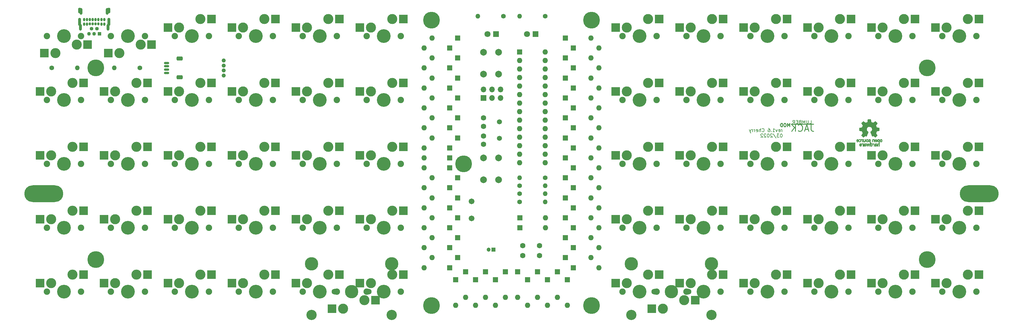
<source format=gbs>
G04 #@! TF.GenerationSoftware,KiCad,Pcbnew,(6.0.0)*
G04 #@! TF.CreationDate,2022-03-13T10:48:28+07:00*
G04 #@! TF.ProjectId,lumberjack,6c756d62-6572-46a6-9163-6b2e6b696361,1.6*
G04 #@! TF.SameCoordinates,Original*
G04 #@! TF.FileFunction,Soldermask,Bot*
G04 #@! TF.FilePolarity,Negative*
%FSLAX46Y46*%
G04 Gerber Fmt 4.6, Leading zero omitted, Abs format (unit mm)*
G04 Created by KiCad (PCBNEW (6.0.0)) date 2022-03-13 10:48:28*
%MOMM*%
%LPD*%
G01*
G04 APERTURE LIST*
G04 Aperture macros list*
%AMRoundRect*
0 Rectangle with rounded corners*
0 $1 Rounding radius*
0 $2 $3 $4 $5 $6 $7 $8 $9 X,Y pos of 4 corners*
0 Add a 4 corners polygon primitive as box body*
4,1,4,$2,$3,$4,$5,$6,$7,$8,$9,$2,$3,0*
0 Add four circle primitives for the rounded corners*
1,1,$1+$1,$2,$3*
1,1,$1+$1,$4,$5*
1,1,$1+$1,$6,$7*
1,1,$1+$1,$8,$9*
0 Add four rect primitives between the rounded corners*
20,1,$1+$1,$2,$3,$4,$5,0*
20,1,$1+$1,$4,$5,$6,$7,0*
20,1,$1+$1,$6,$7,$8,$9,0*
20,1,$1+$1,$8,$9,$2,$3,0*%
G04 Aperture macros list end*
%ADD10C,0.250000*%
%ADD11C,0.200000*%
%ADD12C,0.150000*%
%ADD13C,0.010000*%
%ADD14C,1.600000*%
%ADD15R,1.800000X1.800000*%
%ADD16C,1.800000*%
%ADD17R,1.600000X1.600000*%
%ADD18O,1.600000X1.600000*%
%ADD19C,1.710000*%
%ADD20R,1.200000X1.200000*%
%ADD21C,1.200000*%
%ADD22C,2.000000*%
%ADD23C,5.000000*%
%ADD24O,11.600000X5.000000*%
%ADD25C,3.000000*%
%ADD26C,3.048000*%
%ADD27C,1.750000*%
%ADD28C,3.987800*%
%ADD29C,0.600000*%
%ADD30R,2.550000X2.500000*%
%ADD31R,1.700000X1.700000*%
%ADD32O,1.700000X1.700000*%
%ADD33C,1.400000*%
%ADD34O,1.400000X1.400000*%
%ADD35C,1.500000*%
%ADD36C,4.100000*%
%ADD37C,1.900000*%
%ADD38O,0.700000X0.900000*%
%ADD39O,1.100000X1.100000*%
%ADD40O,0.700000X1.000000*%
%ADD41C,1.100000*%
%ADD42R,1.100000X1.100000*%
%ADD43O,0.900000X2.400000*%
%ADD44O,0.850000X2.000000*%
%ADD45O,0.900000X1.700000*%
%ADD46RoundRect,0.150000X-0.625000X0.150000X-0.625000X-0.150000X0.625000X-0.150000X0.625000X0.150000X0*%
%ADD47RoundRect,0.249999X-0.650001X0.350001X-0.650001X-0.350001X0.650001X-0.350001X0.650001X0.350001X0*%
%ADD48C,1.244600*%
G04 APERTURE END LIST*
D10*
X235240342Y-91282780D02*
X235240342Y-90282780D01*
X234907009Y-90997066D01*
X234573676Y-90282780D01*
X234573676Y-91282780D01*
X233907009Y-90282780D02*
X233716533Y-90282780D01*
X233621295Y-90330400D01*
X233526057Y-90425638D01*
X233478438Y-90616114D01*
X233478438Y-90949447D01*
X233526057Y-91139923D01*
X233621295Y-91235161D01*
X233716533Y-91282780D01*
X233907009Y-91282780D01*
X234002247Y-91235161D01*
X234097485Y-91139923D01*
X234145104Y-90949447D01*
X234145104Y-90616114D01*
X234097485Y-90425638D01*
X234002247Y-90330400D01*
X233907009Y-90282780D01*
X233049866Y-91282780D02*
X233049866Y-90282780D01*
X232811771Y-90282780D01*
X232668914Y-90330400D01*
X232573676Y-90425638D01*
X232526057Y-90520876D01*
X232478438Y-90711352D01*
X232478438Y-90854209D01*
X232526057Y-91044685D01*
X232573676Y-91139923D01*
X232668914Y-91235161D01*
X232811771Y-91282780D01*
X233049866Y-91282780D01*
D11*
X232981904Y-92847380D02*
X232981904Y-92180714D01*
X232981904Y-92371190D02*
X232934285Y-92275952D01*
X232886666Y-92228333D01*
X232791428Y-92180714D01*
X232696190Y-92180714D01*
X231981904Y-92799761D02*
X232077142Y-92847380D01*
X232267619Y-92847380D01*
X232362857Y-92799761D01*
X232410476Y-92704523D01*
X232410476Y-92323571D01*
X232362857Y-92228333D01*
X232267619Y-92180714D01*
X232077142Y-92180714D01*
X231981904Y-92228333D01*
X231934285Y-92323571D01*
X231934285Y-92418809D01*
X232410476Y-92514047D01*
X231600952Y-92180714D02*
X231362857Y-92847380D01*
X231124761Y-92180714D01*
X230220000Y-92847380D02*
X230791428Y-92847380D01*
X230505714Y-92847380D02*
X230505714Y-91847380D01*
X230600952Y-91990238D01*
X230696190Y-92085476D01*
X230791428Y-92133095D01*
X229791428Y-92752142D02*
X229743809Y-92799761D01*
X229791428Y-92847380D01*
X229839047Y-92799761D01*
X229791428Y-92752142D01*
X229791428Y-92847380D01*
X228886666Y-91847380D02*
X229077142Y-91847380D01*
X229172380Y-91895000D01*
X229220000Y-91942619D01*
X229315238Y-92085476D01*
X229362857Y-92275952D01*
X229362857Y-92656904D01*
X229315238Y-92752142D01*
X229267619Y-92799761D01*
X229172380Y-92847380D01*
X228981904Y-92847380D01*
X228886666Y-92799761D01*
X228839047Y-92752142D01*
X228791428Y-92656904D01*
X228791428Y-92418809D01*
X228839047Y-92323571D01*
X228886666Y-92275952D01*
X228981904Y-92228333D01*
X229172380Y-92228333D01*
X229267619Y-92275952D01*
X229315238Y-92323571D01*
X229362857Y-92418809D01*
X227029523Y-92752142D02*
X227077142Y-92799761D01*
X227220000Y-92847380D01*
X227315238Y-92847380D01*
X227458095Y-92799761D01*
X227553333Y-92704523D01*
X227600952Y-92609285D01*
X227648571Y-92418809D01*
X227648571Y-92275952D01*
X227600952Y-92085476D01*
X227553333Y-91990238D01*
X227458095Y-91895000D01*
X227315238Y-91847380D01*
X227220000Y-91847380D01*
X227077142Y-91895000D01*
X227029523Y-91942619D01*
X226600952Y-92847380D02*
X226600952Y-91847380D01*
X226172380Y-92847380D02*
X226172380Y-92323571D01*
X226220000Y-92228333D01*
X226315238Y-92180714D01*
X226458095Y-92180714D01*
X226553333Y-92228333D01*
X226600952Y-92275952D01*
X225315238Y-92799761D02*
X225410476Y-92847380D01*
X225600952Y-92847380D01*
X225696190Y-92799761D01*
X225743809Y-92704523D01*
X225743809Y-92323571D01*
X225696190Y-92228333D01*
X225600952Y-92180714D01*
X225410476Y-92180714D01*
X225315238Y-92228333D01*
X225267619Y-92323571D01*
X225267619Y-92418809D01*
X225743809Y-92514047D01*
X224839047Y-92847380D02*
X224839047Y-92180714D01*
X224839047Y-92371190D02*
X224791428Y-92275952D01*
X224743809Y-92228333D01*
X224648571Y-92180714D01*
X224553333Y-92180714D01*
X224220000Y-92847380D02*
X224220000Y-92180714D01*
X224220000Y-92371190D02*
X224172380Y-92275952D01*
X224124761Y-92228333D01*
X224029523Y-92180714D01*
X223934285Y-92180714D01*
X223696190Y-92180714D02*
X223458095Y-92847380D01*
X223220000Y-92180714D02*
X223458095Y-92847380D01*
X223553333Y-93085476D01*
X223600952Y-93133095D01*
X223696190Y-93180714D01*
X232791428Y-93457380D02*
X232696190Y-93457380D01*
X232600952Y-93505000D01*
X232553333Y-93552619D01*
X232505714Y-93647857D01*
X232458095Y-93838333D01*
X232458095Y-94076428D01*
X232505714Y-94266904D01*
X232553333Y-94362142D01*
X232600952Y-94409761D01*
X232696190Y-94457380D01*
X232791428Y-94457380D01*
X232886666Y-94409761D01*
X232934285Y-94362142D01*
X232981904Y-94266904D01*
X233029523Y-94076428D01*
X233029523Y-93838333D01*
X232981904Y-93647857D01*
X232934285Y-93552619D01*
X232886666Y-93505000D01*
X232791428Y-93457380D01*
X232124761Y-93457380D02*
X231505714Y-93457380D01*
X231839047Y-93838333D01*
X231696190Y-93838333D01*
X231600952Y-93885952D01*
X231553333Y-93933571D01*
X231505714Y-94028809D01*
X231505714Y-94266904D01*
X231553333Y-94362142D01*
X231600952Y-94409761D01*
X231696190Y-94457380D01*
X231981904Y-94457380D01*
X232077142Y-94409761D01*
X232124761Y-94362142D01*
X230362857Y-93409761D02*
X231220000Y-94695476D01*
X230077142Y-93552619D02*
X230029523Y-93505000D01*
X229934285Y-93457380D01*
X229696190Y-93457380D01*
X229600952Y-93505000D01*
X229553333Y-93552619D01*
X229505714Y-93647857D01*
X229505714Y-93743095D01*
X229553333Y-93885952D01*
X230124761Y-94457380D01*
X229505714Y-94457380D01*
X228886666Y-93457380D02*
X228791428Y-93457380D01*
X228696190Y-93505000D01*
X228648571Y-93552619D01*
X228600952Y-93647857D01*
X228553333Y-93838333D01*
X228553333Y-94076428D01*
X228600952Y-94266904D01*
X228648571Y-94362142D01*
X228696190Y-94409761D01*
X228791428Y-94457380D01*
X228886666Y-94457380D01*
X228981904Y-94409761D01*
X229029523Y-94362142D01*
X229077142Y-94266904D01*
X229124761Y-94076428D01*
X229124761Y-93838333D01*
X229077142Y-93647857D01*
X229029523Y-93552619D01*
X228981904Y-93505000D01*
X228886666Y-93457380D01*
X228172380Y-93552619D02*
X228124761Y-93505000D01*
X228029523Y-93457380D01*
X227791428Y-93457380D01*
X227696190Y-93505000D01*
X227648571Y-93552619D01*
X227600952Y-93647857D01*
X227600952Y-93743095D01*
X227648571Y-93885952D01*
X228220000Y-94457380D01*
X227600952Y-94457380D01*
X227220000Y-93552619D02*
X227172380Y-93505000D01*
X227077142Y-93457380D01*
X226839047Y-93457380D01*
X226743809Y-93505000D01*
X226696190Y-93552619D01*
X226648571Y-93647857D01*
X226648571Y-93743095D01*
X226696190Y-93885952D01*
X227267619Y-94457380D01*
X226648571Y-94457380D01*
D12*
X241202095Y-90403380D02*
X241678285Y-90403380D01*
X241678285Y-89403380D01*
X240868761Y-89403380D02*
X240868761Y-90212904D01*
X240821142Y-90308142D01*
X240773523Y-90355761D01*
X240678285Y-90403380D01*
X240487809Y-90403380D01*
X240392571Y-90355761D01*
X240344952Y-90308142D01*
X240297333Y-90212904D01*
X240297333Y-89403380D01*
X239821142Y-90403380D02*
X239821142Y-89403380D01*
X239487809Y-90117666D01*
X239154476Y-89403380D01*
X239154476Y-90403380D01*
X238344952Y-89879571D02*
X238202095Y-89927190D01*
X238154476Y-89974809D01*
X238106857Y-90070047D01*
X238106857Y-90212904D01*
X238154476Y-90308142D01*
X238202095Y-90355761D01*
X238297333Y-90403380D01*
X238678285Y-90403380D01*
X238678285Y-89403380D01*
X238344952Y-89403380D01*
X238249714Y-89451000D01*
X238202095Y-89498619D01*
X238154476Y-89593857D01*
X238154476Y-89689095D01*
X238202095Y-89784333D01*
X238249714Y-89831952D01*
X238344952Y-89879571D01*
X238678285Y-89879571D01*
X237678285Y-89879571D02*
X237344952Y-89879571D01*
X237202095Y-90403380D02*
X237678285Y-90403380D01*
X237678285Y-89403380D01*
X237202095Y-89403380D01*
X236202095Y-90403380D02*
X236535428Y-89927190D01*
X236773523Y-90403380D02*
X236773523Y-89403380D01*
X236392571Y-89403380D01*
X236297333Y-89451000D01*
X236249714Y-89498619D01*
X236202095Y-89593857D01*
X236202095Y-89736714D01*
X236249714Y-89831952D01*
X236297333Y-89879571D01*
X236392571Y-89927190D01*
X236773523Y-89927190D01*
D10*
X241625428Y-90655761D02*
X241625428Y-92084333D01*
X241720666Y-92370047D01*
X241911142Y-92560523D01*
X242196857Y-92655761D01*
X242387333Y-92655761D01*
X240768285Y-92084333D02*
X239815904Y-92084333D01*
X240958761Y-92655761D02*
X240292095Y-90655761D01*
X239625428Y-92655761D01*
X237815904Y-92465285D02*
X237911142Y-92560523D01*
X238196857Y-92655761D01*
X238387333Y-92655761D01*
X238673047Y-92560523D01*
X238863523Y-92370047D01*
X238958761Y-92179571D01*
X239054000Y-91798619D01*
X239054000Y-91512904D01*
X238958761Y-91131952D01*
X238863523Y-90941476D01*
X238673047Y-90751000D01*
X238387333Y-90655761D01*
X238196857Y-90655761D01*
X237911142Y-90751000D01*
X237815904Y-90846238D01*
X236958761Y-92655761D02*
X236958761Y-90655761D01*
X235815904Y-92655761D02*
X236673047Y-91512904D01*
X235815904Y-90655761D02*
X236958761Y-91798619D01*
D13*
X259980443Y-95068626D02*
X259938854Y-95088490D01*
X259938854Y-95088490D02*
X259898575Y-95117184D01*
X259898575Y-95117184D02*
X259867890Y-95150209D01*
X259867890Y-95150209D02*
X259845539Y-95192331D01*
X259845539Y-95192331D02*
X259830264Y-95248315D01*
X259830264Y-95248315D02*
X259820808Y-95322928D01*
X259820808Y-95322928D02*
X259815913Y-95420935D01*
X259815913Y-95420935D02*
X259814319Y-95547102D01*
X259814319Y-95547102D02*
X259814294Y-95560314D01*
X259814294Y-95560314D02*
X259813927Y-95856926D01*
X259813927Y-95856926D02*
X259997743Y-95856926D01*
X259997743Y-95856926D02*
X259997743Y-95583481D01*
X259997743Y-95583481D02*
X259997873Y-95482177D01*
X259997873Y-95482177D02*
X259998779Y-95408753D01*
X259998779Y-95408753D02*
X260001227Y-95357671D01*
X260001227Y-95357671D02*
X260005986Y-95323390D01*
X260005986Y-95323390D02*
X260013826Y-95300371D01*
X260013826Y-95300371D02*
X260025515Y-95283073D01*
X260025515Y-95283073D02*
X260041798Y-95265981D01*
X260041798Y-95265981D02*
X260098766Y-95229257D01*
X260098766Y-95229257D02*
X260160955Y-95222442D01*
X260160955Y-95222442D02*
X260220201Y-95245661D01*
X260220201Y-95245661D02*
X260240805Y-95262943D01*
X260240805Y-95262943D02*
X260255930Y-95279191D01*
X260255930Y-95279191D02*
X260266790Y-95296591D01*
X260266790Y-95296591D02*
X260274090Y-95320612D01*
X260274090Y-95320612D02*
X260278537Y-95356722D01*
X260278537Y-95356722D02*
X260280836Y-95410388D01*
X260280836Y-95410388D02*
X260281696Y-95487080D01*
X260281696Y-95487080D02*
X260281822Y-95580443D01*
X260281822Y-95580443D02*
X260281822Y-95856926D01*
X260281822Y-95856926D02*
X260465637Y-95856926D01*
X260465637Y-95856926D02*
X260465637Y-95054821D01*
X260465637Y-95054821D02*
X260373729Y-95054821D01*
X260373729Y-95054821D02*
X260318549Y-95057003D01*
X260318549Y-95057003D02*
X260290080Y-95064751D01*
X260290080Y-95064751D02*
X260281825Y-95079868D01*
X260281825Y-95079868D02*
X260281822Y-95080316D01*
X260281822Y-95080316D02*
X260277992Y-95095120D01*
X260277992Y-95095120D02*
X260261099Y-95093440D01*
X260261099Y-95093440D02*
X260227512Y-95077173D01*
X260227512Y-95077173D02*
X260151337Y-95053240D01*
X260151337Y-95053240D02*
X260064200Y-95050578D01*
X260064200Y-95050578D02*
X259980443Y-95068626D01*
X259980443Y-95068626D02*
X259980443Y-95068626D01*
G36*
X260151337Y-95053240D02*
G01*
X260227512Y-95077173D01*
X260261099Y-95093440D01*
X260277992Y-95095120D01*
X260281822Y-95080316D01*
X260281825Y-95079868D01*
X260290080Y-95064751D01*
X260318549Y-95057003D01*
X260373729Y-95054821D01*
X260465637Y-95054821D01*
X260465637Y-95856926D01*
X260281822Y-95856926D01*
X260281822Y-95580443D01*
X260281696Y-95487080D01*
X260280836Y-95410388D01*
X260278537Y-95356722D01*
X260274090Y-95320612D01*
X260266790Y-95296591D01*
X260255930Y-95279191D01*
X260240805Y-95262943D01*
X260220201Y-95245661D01*
X260160955Y-95222442D01*
X260098766Y-95229257D01*
X260041798Y-95265981D01*
X260025515Y-95283073D01*
X260013826Y-95300371D01*
X260005986Y-95323390D01*
X260001227Y-95357671D01*
X259998779Y-95408753D01*
X259997873Y-95482177D01*
X259997743Y-95583481D01*
X259997743Y-95856926D01*
X259813927Y-95856926D01*
X259814294Y-95560314D01*
X259814319Y-95547102D01*
X259815913Y-95420935D01*
X259820808Y-95322928D01*
X259830264Y-95248315D01*
X259845539Y-95192331D01*
X259867890Y-95150209D01*
X259898575Y-95117184D01*
X259938854Y-95088490D01*
X259980443Y-95068626D01*
X260064200Y-95050578D01*
X260151337Y-95053240D01*
G37*
X260151337Y-95053240D02*
X260227512Y-95077173D01*
X260261099Y-95093440D01*
X260277992Y-95095120D01*
X260281822Y-95080316D01*
X260281825Y-95079868D01*
X260290080Y-95064751D01*
X260318549Y-95057003D01*
X260373729Y-95054821D01*
X260465637Y-95054821D01*
X260465637Y-95856926D01*
X260281822Y-95856926D01*
X260281822Y-95580443D01*
X260281696Y-95487080D01*
X260280836Y-95410388D01*
X260278537Y-95356722D01*
X260274090Y-95320612D01*
X260266790Y-95296591D01*
X260255930Y-95279191D01*
X260240805Y-95262943D01*
X260220201Y-95245661D01*
X260160955Y-95222442D01*
X260098766Y-95229257D01*
X260041798Y-95265981D01*
X260025515Y-95283073D01*
X260013826Y-95300371D01*
X260005986Y-95323390D01*
X260001227Y-95357671D01*
X259998779Y-95408753D01*
X259997873Y-95482177D01*
X259997743Y-95583481D01*
X259997743Y-95856926D01*
X259813927Y-95856926D01*
X259814294Y-95560314D01*
X259814319Y-95547102D01*
X259815913Y-95420935D01*
X259820808Y-95322928D01*
X259830264Y-95248315D01*
X259845539Y-95192331D01*
X259867890Y-95150209D01*
X259898575Y-95117184D01*
X259938854Y-95088490D01*
X259980443Y-95068626D01*
X260064200Y-95050578D01*
X260151337Y-95053240D01*
X256031824Y-95061819D02*
X255935005Y-95102949D01*
X255935005Y-95102949D02*
X255904510Y-95122971D01*
X255904510Y-95122971D02*
X255865535Y-95153740D01*
X255865535Y-95153740D02*
X255841069Y-95177933D01*
X255841069Y-95177933D02*
X255836822Y-95185813D01*
X255836822Y-95185813D02*
X255848816Y-95203299D01*
X255848816Y-95203299D02*
X255879513Y-95232970D01*
X255879513Y-95232970D02*
X255904088Y-95253679D01*
X255904088Y-95253679D02*
X255971354Y-95307736D01*
X255971354Y-95307736D02*
X256024470Y-95263042D01*
X256024470Y-95263042D02*
X256065516Y-95234189D01*
X256065516Y-95234189D02*
X256105537Y-95224229D01*
X256105537Y-95224229D02*
X256151341Y-95226661D01*
X256151341Y-95226661D02*
X256224076Y-95244745D01*
X256224076Y-95244745D02*
X256274144Y-95282281D01*
X256274144Y-95282281D02*
X256304571Y-95342962D01*
X256304571Y-95342962D02*
X256318383Y-95430481D01*
X256318383Y-95430481D02*
X256318387Y-95430536D01*
X256318387Y-95430536D02*
X256317192Y-95528358D01*
X256317192Y-95528358D02*
X256298628Y-95600130D01*
X256298628Y-95600130D02*
X256261596Y-95648995D01*
X256261596Y-95648995D02*
X256236350Y-95665543D01*
X256236350Y-95665543D02*
X256169303Y-95686149D01*
X256169303Y-95686149D02*
X256097691Y-95686162D01*
X256097691Y-95686162D02*
X256035385Y-95666168D01*
X256035385Y-95666168D02*
X256020637Y-95656400D01*
X256020637Y-95656400D02*
X255983650Y-95631447D01*
X255983650Y-95631447D02*
X255954732Y-95627358D01*
X255954732Y-95627358D02*
X255923544Y-95645930D01*
X255923544Y-95645930D02*
X255889064Y-95679287D01*
X255889064Y-95679287D02*
X255834488Y-95735596D01*
X255834488Y-95735596D02*
X255895082Y-95785542D01*
X255895082Y-95785542D02*
X255988702Y-95841913D01*
X255988702Y-95841913D02*
X256094275Y-95869693D01*
X256094275Y-95869693D02*
X256204602Y-95867682D01*
X256204602Y-95867682D02*
X256277057Y-95849262D01*
X256277057Y-95849262D02*
X256361744Y-95803710D01*
X256361744Y-95803710D02*
X256429473Y-95732050D01*
X256429473Y-95732050D02*
X256460243Y-95681466D01*
X256460243Y-95681466D02*
X256485164Y-95608888D01*
X256485164Y-95608888D02*
X256497634Y-95516969D01*
X256497634Y-95516969D02*
X256497730Y-95417348D01*
X256497730Y-95417348D02*
X256485530Y-95321667D01*
X256485530Y-95321667D02*
X256461110Y-95241569D01*
X256461110Y-95241569D02*
X256457264Y-95233356D01*
X256457264Y-95233356D02*
X256400307Y-95152813D01*
X256400307Y-95152813D02*
X256323191Y-95094171D01*
X256323191Y-95094171D02*
X256232010Y-95058647D01*
X256232010Y-95058647D02*
X256132857Y-95047457D01*
X256132857Y-95047457D02*
X256031824Y-95061819D01*
X256031824Y-95061819D02*
X256031824Y-95061819D01*
G36*
X256232010Y-95058647D02*
G01*
X256323191Y-95094171D01*
X256400307Y-95152813D01*
X256457264Y-95233356D01*
X256461110Y-95241569D01*
X256485530Y-95321667D01*
X256497730Y-95417348D01*
X256497634Y-95516969D01*
X256485164Y-95608888D01*
X256460243Y-95681466D01*
X256429473Y-95732050D01*
X256361744Y-95803710D01*
X256277057Y-95849262D01*
X256204602Y-95867682D01*
X256094275Y-95869693D01*
X255988702Y-95841913D01*
X255895082Y-95785542D01*
X255834488Y-95735596D01*
X255889064Y-95679287D01*
X255923544Y-95645930D01*
X255954732Y-95627358D01*
X255983650Y-95631447D01*
X256020637Y-95656400D01*
X256035385Y-95666168D01*
X256097691Y-95686162D01*
X256169303Y-95686149D01*
X256236350Y-95665543D01*
X256261596Y-95648995D01*
X256298628Y-95600130D01*
X256317192Y-95528358D01*
X256318387Y-95430536D01*
X256318383Y-95430481D01*
X256304571Y-95342962D01*
X256274144Y-95282281D01*
X256224076Y-95244745D01*
X256151341Y-95226661D01*
X256105537Y-95224229D01*
X256065516Y-95234189D01*
X256024470Y-95263042D01*
X255971354Y-95307736D01*
X255904088Y-95253679D01*
X255879513Y-95232970D01*
X255848816Y-95203299D01*
X255836822Y-95185813D01*
X255841069Y-95177933D01*
X255865535Y-95153740D01*
X255904510Y-95122971D01*
X255935005Y-95102949D01*
X256031824Y-95061819D01*
X256132857Y-95047457D01*
X256232010Y-95058647D01*
G37*
X256232010Y-95058647D02*
X256323191Y-95094171D01*
X256400307Y-95152813D01*
X256457264Y-95233356D01*
X256461110Y-95241569D01*
X256485530Y-95321667D01*
X256497730Y-95417348D01*
X256497634Y-95516969D01*
X256485164Y-95608888D01*
X256460243Y-95681466D01*
X256429473Y-95732050D01*
X256361744Y-95803710D01*
X256277057Y-95849262D01*
X256204602Y-95867682D01*
X256094275Y-95869693D01*
X255988702Y-95841913D01*
X255895082Y-95785542D01*
X255834488Y-95735596D01*
X255889064Y-95679287D01*
X255923544Y-95645930D01*
X255954732Y-95627358D01*
X255983650Y-95631447D01*
X256020637Y-95656400D01*
X256035385Y-95666168D01*
X256097691Y-95686162D01*
X256169303Y-95686149D01*
X256236350Y-95665543D01*
X256261596Y-95648995D01*
X256298628Y-95600130D01*
X256317192Y-95528358D01*
X256318387Y-95430536D01*
X256318383Y-95430481D01*
X256304571Y-95342962D01*
X256274144Y-95282281D01*
X256224076Y-95244745D01*
X256151341Y-95226661D01*
X256105537Y-95224229D01*
X256065516Y-95234189D01*
X256024470Y-95263042D01*
X255971354Y-95307736D01*
X255904088Y-95253679D01*
X255879513Y-95232970D01*
X255848816Y-95203299D01*
X255836822Y-95185813D01*
X255841069Y-95177933D01*
X255865535Y-95153740D01*
X255904510Y-95122971D01*
X255935005Y-95102949D01*
X256031824Y-95061819D01*
X256132857Y-95047457D01*
X256232010Y-95058647D01*
X256587012Y-95054045D02*
X256529535Y-95071606D01*
X256529535Y-95071606D02*
X256492528Y-95093795D01*
X256492528Y-95093795D02*
X256480473Y-95111342D01*
X256480473Y-95111342D02*
X256483791Y-95132142D01*
X256483791Y-95132142D02*
X256505321Y-95164819D01*
X256505321Y-95164819D02*
X256523526Y-95187962D01*
X256523526Y-95187962D02*
X256561056Y-95229802D01*
X256561056Y-95229802D02*
X256589252Y-95247405D01*
X256589252Y-95247405D02*
X256613289Y-95246256D01*
X256613289Y-95246256D02*
X256684592Y-95228110D01*
X256684592Y-95228110D02*
X256736958Y-95228934D01*
X256736958Y-95228934D02*
X256779482Y-95249498D01*
X256779482Y-95249498D02*
X256793758Y-95261534D01*
X256793758Y-95261534D02*
X256839453Y-95303883D01*
X256839453Y-95303883D02*
X256839453Y-95856926D01*
X256839453Y-95856926D02*
X257023269Y-95856926D01*
X257023269Y-95856926D02*
X257023269Y-95054821D01*
X257023269Y-95054821D02*
X256931361Y-95054821D01*
X256931361Y-95054821D02*
X256876181Y-95057003D01*
X256876181Y-95057003D02*
X256847712Y-95064751D01*
X256847712Y-95064751D02*
X256839457Y-95079868D01*
X256839457Y-95079868D02*
X256839453Y-95080316D01*
X256839453Y-95080316D02*
X256835555Y-95096149D01*
X256835555Y-95096149D02*
X256817926Y-95094084D01*
X256817926Y-95094084D02*
X256793499Y-95082661D01*
X256793499Y-95082661D02*
X256743050Y-95061405D01*
X256743050Y-95061405D02*
X256702084Y-95048616D01*
X256702084Y-95048616D02*
X256649372Y-95045338D01*
X256649372Y-95045338D02*
X256587012Y-95054045D01*
X256587012Y-95054045D02*
X256587012Y-95054045D01*
G36*
X256702084Y-95048616D02*
G01*
X256743050Y-95061405D01*
X256793499Y-95082661D01*
X256817926Y-95094084D01*
X256835555Y-95096149D01*
X256839453Y-95080316D01*
X256839457Y-95079868D01*
X256847712Y-95064751D01*
X256876181Y-95057003D01*
X256931361Y-95054821D01*
X257023269Y-95054821D01*
X257023269Y-95856926D01*
X256839453Y-95856926D01*
X256839453Y-95303883D01*
X256793758Y-95261534D01*
X256779482Y-95249498D01*
X256736958Y-95228934D01*
X256684592Y-95228110D01*
X256613289Y-95246256D01*
X256589252Y-95247405D01*
X256561056Y-95229802D01*
X256523526Y-95187962D01*
X256505321Y-95164819D01*
X256483791Y-95132142D01*
X256480473Y-95111342D01*
X256492528Y-95093795D01*
X256529535Y-95071606D01*
X256587012Y-95054045D01*
X256649372Y-95045338D01*
X256702084Y-95048616D01*
G37*
X256702084Y-95048616D02*
X256743050Y-95061405D01*
X256793499Y-95082661D01*
X256817926Y-95094084D01*
X256835555Y-95096149D01*
X256839453Y-95080316D01*
X256839457Y-95079868D01*
X256847712Y-95064751D01*
X256876181Y-95057003D01*
X256931361Y-95054821D01*
X257023269Y-95054821D01*
X257023269Y-95856926D01*
X256839453Y-95856926D01*
X256839453Y-95303883D01*
X256793758Y-95261534D01*
X256779482Y-95249498D01*
X256736958Y-95228934D01*
X256684592Y-95228110D01*
X256613289Y-95246256D01*
X256589252Y-95247405D01*
X256561056Y-95229802D01*
X256523526Y-95187962D01*
X256505321Y-95164819D01*
X256483791Y-95132142D01*
X256480473Y-95111342D01*
X256492528Y-95093795D01*
X256529535Y-95071606D01*
X256587012Y-95054045D01*
X256649372Y-95045338D01*
X256702084Y-95048616D01*
X256805233Y-96307847D02*
X256740992Y-96320512D01*
X256740992Y-96320512D02*
X256704420Y-96339264D01*
X256704420Y-96339264D02*
X256665947Y-96370417D01*
X256665947Y-96370417D02*
X256720683Y-96439527D01*
X256720683Y-96439527D02*
X256754431Y-96481379D01*
X256754431Y-96481379D02*
X256777347Y-96501798D01*
X256777347Y-96501798D02*
X256800121Y-96504917D01*
X256800121Y-96504917D02*
X256833444Y-96494872D01*
X256833444Y-96494872D02*
X256849086Y-96489189D01*
X256849086Y-96489189D02*
X256912858Y-96480804D01*
X256912858Y-96480804D02*
X256971260Y-96498778D01*
X256971260Y-96498778D02*
X257014136Y-96539382D01*
X257014136Y-96539382D02*
X257021101Y-96552329D01*
X257021101Y-96552329D02*
X257028687Y-96586624D01*
X257028687Y-96586624D02*
X257034541Y-96649827D01*
X257034541Y-96649827D02*
X257038389Y-96737460D01*
X257038389Y-96737460D02*
X257039957Y-96845040D01*
X257039957Y-96845040D02*
X257039979Y-96860344D01*
X257039979Y-96860344D02*
X257039979Y-97126926D01*
X257039979Y-97126926D02*
X257223795Y-97126926D01*
X257223795Y-97126926D02*
X257223795Y-96308110D01*
X257223795Y-96308110D02*
X257131887Y-96308110D01*
X257131887Y-96308110D02*
X257078893Y-96309494D01*
X257078893Y-96309494D02*
X257051285Y-96315652D01*
X257051285Y-96315652D02*
X257041076Y-96329594D01*
X257041076Y-96329594D02*
X257039979Y-96342744D01*
X257039979Y-96342744D02*
X257039979Y-96377378D01*
X257039979Y-96377378D02*
X256995950Y-96342744D01*
X256995950Y-96342744D02*
X256945463Y-96319116D01*
X256945463Y-96319116D02*
X256877640Y-96307433D01*
X256877640Y-96307433D02*
X256805233Y-96307847D01*
X256805233Y-96307847D02*
X256805233Y-96307847D01*
G36*
X256945463Y-96319116D02*
G01*
X256995950Y-96342744D01*
X257039979Y-96377378D01*
X257039979Y-96342744D01*
X257041076Y-96329594D01*
X257051285Y-96315652D01*
X257078893Y-96309494D01*
X257131887Y-96308110D01*
X257223795Y-96308110D01*
X257223795Y-97126926D01*
X257039979Y-97126926D01*
X257039979Y-96860344D01*
X257039957Y-96845040D01*
X257038389Y-96737460D01*
X257034541Y-96649827D01*
X257028687Y-96586624D01*
X257021101Y-96552329D01*
X257014136Y-96539382D01*
X256971260Y-96498778D01*
X256912858Y-96480804D01*
X256849086Y-96489189D01*
X256833444Y-96494872D01*
X256800121Y-96504917D01*
X256777347Y-96501798D01*
X256754431Y-96481379D01*
X256720683Y-96439527D01*
X256665947Y-96370417D01*
X256704420Y-96339264D01*
X256740992Y-96320512D01*
X256805233Y-96307847D01*
X256877640Y-96307433D01*
X256945463Y-96319116D01*
G37*
X256945463Y-96319116D02*
X256995950Y-96342744D01*
X257039979Y-96377378D01*
X257039979Y-96342744D01*
X257041076Y-96329594D01*
X257051285Y-96315652D01*
X257078893Y-96309494D01*
X257131887Y-96308110D01*
X257223795Y-96308110D01*
X257223795Y-97126926D01*
X257039979Y-97126926D01*
X257039979Y-96860344D01*
X257039957Y-96845040D01*
X257038389Y-96737460D01*
X257034541Y-96649827D01*
X257028687Y-96586624D01*
X257021101Y-96552329D01*
X257014136Y-96539382D01*
X256971260Y-96498778D01*
X256912858Y-96480804D01*
X256849086Y-96489189D01*
X256833444Y-96494872D01*
X256800121Y-96504917D01*
X256777347Y-96501798D01*
X256754431Y-96481379D01*
X256720683Y-96439527D01*
X256665947Y-96370417D01*
X256704420Y-96339264D01*
X256740992Y-96320512D01*
X256805233Y-96307847D01*
X256877640Y-96307433D01*
X256945463Y-96319116D01*
X260781382Y-95073427D02*
X260764730Y-95081266D01*
X260764730Y-95081266D02*
X260707095Y-95123486D01*
X260707095Y-95123486D02*
X260652595Y-95185100D01*
X260652595Y-95185100D02*
X260611901Y-95252943D01*
X260611901Y-95252943D02*
X260600326Y-95284134D01*
X260600326Y-95284134D02*
X260589766Y-95339849D01*
X260589766Y-95339849D02*
X260583469Y-95407181D01*
X260583469Y-95407181D02*
X260582704Y-95434985D01*
X260582704Y-95434985D02*
X260582611Y-95522716D01*
X260582611Y-95522716D02*
X261087550Y-95522716D01*
X261087550Y-95522716D02*
X261076787Y-95568670D01*
X261076787Y-95568670D02*
X261050367Y-95623020D01*
X261050367Y-95623020D02*
X261004178Y-95669991D01*
X261004178Y-95669991D02*
X260949228Y-95700248D01*
X260949228Y-95700248D02*
X260914211Y-95706531D01*
X260914211Y-95706531D02*
X260866723Y-95698906D01*
X260866723Y-95698906D02*
X260810065Y-95679783D01*
X260810065Y-95679783D02*
X260790818Y-95670984D01*
X260790818Y-95670984D02*
X260719641Y-95635436D01*
X260719641Y-95635436D02*
X260658898Y-95681767D01*
X260658898Y-95681767D02*
X260623848Y-95713103D01*
X260623848Y-95713103D02*
X260605198Y-95738967D01*
X260605198Y-95738967D02*
X260604253Y-95746558D01*
X260604253Y-95746558D02*
X260620915Y-95764956D01*
X260620915Y-95764956D02*
X260657430Y-95792915D01*
X260657430Y-95792915D02*
X260690572Y-95814727D01*
X260690572Y-95814727D02*
X260780007Y-95853937D01*
X260780007Y-95853937D02*
X260880271Y-95871685D01*
X260880271Y-95871685D02*
X260979646Y-95867070D01*
X260979646Y-95867070D02*
X261058861Y-95842951D01*
X261058861Y-95842951D02*
X261140520Y-95791284D01*
X261140520Y-95791284D02*
X261198551Y-95723256D01*
X261198551Y-95723256D02*
X261234854Y-95635243D01*
X261234854Y-95635243D02*
X261251328Y-95523616D01*
X261251328Y-95523616D02*
X261252789Y-95472538D01*
X261252789Y-95472538D02*
X261246943Y-95355491D01*
X261246943Y-95355491D02*
X261246225Y-95352086D01*
X261246225Y-95352086D02*
X261078911Y-95352086D01*
X261078911Y-95352086D02*
X261074303Y-95363062D01*
X261074303Y-95363062D02*
X261055364Y-95369115D01*
X261055364Y-95369115D02*
X261016302Y-95371710D01*
X261016302Y-95371710D02*
X260951323Y-95372310D01*
X260951323Y-95372310D02*
X260926303Y-95372321D01*
X260926303Y-95372321D02*
X260850179Y-95371414D01*
X260850179Y-95371414D02*
X260801904Y-95368120D01*
X260801904Y-95368120D02*
X260775940Y-95361581D01*
X260775940Y-95361581D02*
X260766752Y-95350937D01*
X260766752Y-95350937D02*
X260766427Y-95347519D01*
X260766427Y-95347519D02*
X260776913Y-95320356D01*
X260776913Y-95320356D02*
X260803158Y-95282303D01*
X260803158Y-95282303D02*
X260814441Y-95268979D01*
X260814441Y-95268979D02*
X260856328Y-95231296D01*
X260856328Y-95231296D02*
X260899991Y-95216480D01*
X260899991Y-95216480D02*
X260923515Y-95215242D01*
X260923515Y-95215242D02*
X260987157Y-95230729D01*
X260987157Y-95230729D02*
X261040527Y-95272330D01*
X261040527Y-95272330D02*
X261074381Y-95332753D01*
X261074381Y-95332753D02*
X261074981Y-95334722D01*
X261074981Y-95334722D02*
X261078911Y-95352086D01*
X261078911Y-95352086D02*
X261246225Y-95352086D01*
X261246225Y-95352086D02*
X261227501Y-95263328D01*
X261227501Y-95263328D02*
X261192478Y-95189590D01*
X261192478Y-95189590D02*
X261149644Y-95137248D01*
X261149644Y-95137248D02*
X261070452Y-95080492D01*
X261070452Y-95080492D02*
X260977360Y-95050162D01*
X260977360Y-95050162D02*
X260878345Y-95047421D01*
X260878345Y-95047421D02*
X260781382Y-95073427D01*
X260781382Y-95073427D02*
X260781382Y-95073427D01*
G36*
X261252789Y-95472538D02*
G01*
X261251328Y-95523616D01*
X261234854Y-95635243D01*
X261198551Y-95723256D01*
X261140520Y-95791284D01*
X261058861Y-95842951D01*
X260979646Y-95867070D01*
X260880271Y-95871685D01*
X260780007Y-95853937D01*
X260690572Y-95814727D01*
X260657430Y-95792915D01*
X260620915Y-95764956D01*
X260604253Y-95746558D01*
X260605198Y-95738967D01*
X260623848Y-95713103D01*
X260658898Y-95681767D01*
X260719641Y-95635436D01*
X260790818Y-95670984D01*
X260810065Y-95679783D01*
X260866723Y-95698906D01*
X260914211Y-95706531D01*
X260949228Y-95700248D01*
X261004178Y-95669991D01*
X261050367Y-95623020D01*
X261076787Y-95568670D01*
X261087550Y-95522716D01*
X260582611Y-95522716D01*
X260582704Y-95434985D01*
X260583469Y-95407181D01*
X260589049Y-95347519D01*
X260766427Y-95347519D01*
X260766752Y-95350937D01*
X260775940Y-95361581D01*
X260801904Y-95368120D01*
X260850179Y-95371414D01*
X260926303Y-95372321D01*
X260951323Y-95372310D01*
X261016302Y-95371710D01*
X261055364Y-95369115D01*
X261074303Y-95363062D01*
X261078911Y-95352086D01*
X261074981Y-95334722D01*
X261074381Y-95332753D01*
X261040527Y-95272330D01*
X260987157Y-95230729D01*
X260923515Y-95215242D01*
X260899991Y-95216480D01*
X260856328Y-95231296D01*
X260814441Y-95268979D01*
X260803158Y-95282303D01*
X260776913Y-95320356D01*
X260766427Y-95347519D01*
X260589049Y-95347519D01*
X260589766Y-95339849D01*
X260600326Y-95284134D01*
X260611901Y-95252943D01*
X260652595Y-95185100D01*
X260707095Y-95123486D01*
X260764730Y-95081266D01*
X260781382Y-95073427D01*
X260878345Y-95047421D01*
X260977360Y-95050162D01*
X261070452Y-95080492D01*
X261149644Y-95137248D01*
X261192478Y-95189590D01*
X261227501Y-95263328D01*
X261246225Y-95352086D01*
X261246943Y-95355491D01*
X261252789Y-95472538D01*
G37*
X261252789Y-95472538D02*
X261251328Y-95523616D01*
X261234854Y-95635243D01*
X261198551Y-95723256D01*
X261140520Y-95791284D01*
X261058861Y-95842951D01*
X260979646Y-95867070D01*
X260880271Y-95871685D01*
X260780007Y-95853937D01*
X260690572Y-95814727D01*
X260657430Y-95792915D01*
X260620915Y-95764956D01*
X260604253Y-95746558D01*
X260605198Y-95738967D01*
X260623848Y-95713103D01*
X260658898Y-95681767D01*
X260719641Y-95635436D01*
X260790818Y-95670984D01*
X260810065Y-95679783D01*
X260866723Y-95698906D01*
X260914211Y-95706531D01*
X260949228Y-95700248D01*
X261004178Y-95669991D01*
X261050367Y-95623020D01*
X261076787Y-95568670D01*
X261087550Y-95522716D01*
X260582611Y-95522716D01*
X260582704Y-95434985D01*
X260583469Y-95407181D01*
X260589049Y-95347519D01*
X260766427Y-95347519D01*
X260766752Y-95350937D01*
X260775940Y-95361581D01*
X260801904Y-95368120D01*
X260850179Y-95371414D01*
X260926303Y-95372321D01*
X260951323Y-95372310D01*
X261016302Y-95371710D01*
X261055364Y-95369115D01*
X261074303Y-95363062D01*
X261078911Y-95352086D01*
X261074981Y-95334722D01*
X261074381Y-95332753D01*
X261040527Y-95272330D01*
X260987157Y-95230729D01*
X260923515Y-95215242D01*
X260899991Y-95216480D01*
X260856328Y-95231296D01*
X260814441Y-95268979D01*
X260803158Y-95282303D01*
X260776913Y-95320356D01*
X260766427Y-95347519D01*
X260589049Y-95347519D01*
X260589766Y-95339849D01*
X260600326Y-95284134D01*
X260611901Y-95252943D01*
X260652595Y-95185100D01*
X260707095Y-95123486D01*
X260764730Y-95081266D01*
X260781382Y-95073427D01*
X260878345Y-95047421D01*
X260977360Y-95050162D01*
X261070452Y-95080492D01*
X261149644Y-95137248D01*
X261192478Y-95189590D01*
X261227501Y-95263328D01*
X261246225Y-95352086D01*
X261246943Y-95355491D01*
X261252789Y-95472538D01*
X258604270Y-96311504D02*
X258538180Y-96316466D01*
X258538180Y-96316466D02*
X258451774Y-96575479D01*
X258451774Y-96575479D02*
X258365369Y-96834492D01*
X258365369Y-96834492D02*
X258338276Y-96742584D01*
X258338276Y-96742584D02*
X258321972Y-96685784D01*
X258321972Y-96685784D02*
X258300525Y-96609025D01*
X258300525Y-96609025D02*
X258277365Y-96524651D01*
X258277365Y-96524651D02*
X258265120Y-96479393D01*
X258265120Y-96479393D02*
X258219056Y-96308110D01*
X258219056Y-96308110D02*
X258029013Y-96308110D01*
X258029013Y-96308110D02*
X258085818Y-96487749D01*
X258085818Y-96487749D02*
X258113793Y-96576104D01*
X258113793Y-96576104D02*
X258147587Y-96682681D01*
X258147587Y-96682681D02*
X258182880Y-96793854D01*
X258182880Y-96793854D02*
X258214387Y-96892979D01*
X258214387Y-96892979D02*
X258286150Y-97118571D01*
X258286150Y-97118571D02*
X258441114Y-97128653D01*
X258441114Y-97128653D02*
X258483130Y-96989928D01*
X258483130Y-96989928D02*
X258509041Y-96903751D01*
X258509041Y-96903751D02*
X258537317Y-96808747D01*
X258537317Y-96808747D02*
X258562031Y-96724841D01*
X258562031Y-96724841D02*
X258563006Y-96721502D01*
X258563006Y-96721502D02*
X258581465Y-96664648D01*
X258581465Y-96664648D02*
X258597751Y-96625856D01*
X258597751Y-96625856D02*
X258609158Y-96611187D01*
X258609158Y-96611187D02*
X258611502Y-96612883D01*
X258611502Y-96612883D02*
X258619729Y-96635625D01*
X258619729Y-96635625D02*
X258635362Y-96684340D01*
X258635362Y-96684340D02*
X258656496Y-96752902D01*
X258656496Y-96752902D02*
X258681230Y-96835185D01*
X258681230Y-96835185D02*
X258694613Y-96880446D01*
X258694613Y-96880446D02*
X258767089Y-97126926D01*
X258767089Y-97126926D02*
X258920905Y-97126926D01*
X258920905Y-97126926D02*
X259043869Y-96738406D01*
X259043869Y-96738406D02*
X259078412Y-96629422D01*
X259078412Y-96629422D02*
X259109879Y-96530448D01*
X259109879Y-96530448D02*
X259136784Y-96446136D01*
X259136784Y-96446136D02*
X259157641Y-96381134D01*
X259157641Y-96381134D02*
X259170962Y-96340092D01*
X259170962Y-96340092D02*
X259175012Y-96328101D01*
X259175012Y-96328101D02*
X259171806Y-96315823D01*
X259171806Y-96315823D02*
X259146635Y-96310446D01*
X259146635Y-96310446D02*
X259094254Y-96310984D01*
X259094254Y-96310984D02*
X259086055Y-96311390D01*
X259086055Y-96311390D02*
X258988918Y-96316466D01*
X258988918Y-96316466D02*
X258925300Y-96550413D01*
X258925300Y-96550413D02*
X258901916Y-96635733D01*
X258901916Y-96635733D02*
X258881019Y-96710735D01*
X258881019Y-96710735D02*
X258864449Y-96768907D01*
X258864449Y-96768907D02*
X258854046Y-96803737D01*
X258854046Y-96803737D02*
X258852124Y-96809416D01*
X258852124Y-96809416D02*
X258844159Y-96802886D01*
X258844159Y-96802886D02*
X258828096Y-96769054D01*
X258828096Y-96769054D02*
X258805779Y-96712527D01*
X258805779Y-96712527D02*
X258779055Y-96637910D01*
X258779055Y-96637910D02*
X258756463Y-96570507D01*
X258756463Y-96570507D02*
X258670359Y-96306543D01*
X258670359Y-96306543D02*
X258604270Y-96311504D01*
X258604270Y-96311504D02*
X258604270Y-96311504D01*
G36*
X258756463Y-96570507D02*
G01*
X258779055Y-96637910D01*
X258805779Y-96712527D01*
X258828096Y-96769054D01*
X258844159Y-96802886D01*
X258852124Y-96809416D01*
X258854046Y-96803737D01*
X258864449Y-96768907D01*
X258881019Y-96710735D01*
X258901916Y-96635733D01*
X258925300Y-96550413D01*
X258988918Y-96316466D01*
X259086055Y-96311390D01*
X259094254Y-96310984D01*
X259146635Y-96310446D01*
X259171806Y-96315823D01*
X259175012Y-96328101D01*
X259170962Y-96340092D01*
X259157641Y-96381134D01*
X259136784Y-96446136D01*
X259109879Y-96530448D01*
X259078412Y-96629422D01*
X259043869Y-96738406D01*
X258920905Y-97126926D01*
X258767089Y-97126926D01*
X258694613Y-96880446D01*
X258681230Y-96835185D01*
X258656496Y-96752902D01*
X258635362Y-96684340D01*
X258619729Y-96635625D01*
X258611502Y-96612883D01*
X258609158Y-96611187D01*
X258597751Y-96625856D01*
X258581465Y-96664648D01*
X258563006Y-96721502D01*
X258562031Y-96724841D01*
X258537317Y-96808747D01*
X258509041Y-96903751D01*
X258483130Y-96989928D01*
X258441114Y-97128653D01*
X258286150Y-97118571D01*
X258214387Y-96892979D01*
X258182880Y-96793854D01*
X258147587Y-96682681D01*
X258113793Y-96576104D01*
X258085818Y-96487749D01*
X258029013Y-96308110D01*
X258219056Y-96308110D01*
X258265120Y-96479393D01*
X258277365Y-96524651D01*
X258300525Y-96609025D01*
X258321972Y-96685784D01*
X258338276Y-96742584D01*
X258365369Y-96834492D01*
X258451774Y-96575479D01*
X258538180Y-96316466D01*
X258604270Y-96311504D01*
X258670359Y-96306543D01*
X258756463Y-96570507D01*
G37*
X258756463Y-96570507D02*
X258779055Y-96637910D01*
X258805779Y-96712527D01*
X258828096Y-96769054D01*
X258844159Y-96802886D01*
X258852124Y-96809416D01*
X258854046Y-96803737D01*
X258864449Y-96768907D01*
X258881019Y-96710735D01*
X258901916Y-96635733D01*
X258925300Y-96550413D01*
X258988918Y-96316466D01*
X259086055Y-96311390D01*
X259094254Y-96310984D01*
X259146635Y-96310446D01*
X259171806Y-96315823D01*
X259175012Y-96328101D01*
X259170962Y-96340092D01*
X259157641Y-96381134D01*
X259136784Y-96446136D01*
X259109879Y-96530448D01*
X259078412Y-96629422D01*
X259043869Y-96738406D01*
X258920905Y-97126926D01*
X258767089Y-97126926D01*
X258694613Y-96880446D01*
X258681230Y-96835185D01*
X258656496Y-96752902D01*
X258635362Y-96684340D01*
X258619729Y-96635625D01*
X258611502Y-96612883D01*
X258609158Y-96611187D01*
X258597751Y-96625856D01*
X258581465Y-96664648D01*
X258563006Y-96721502D01*
X258562031Y-96724841D01*
X258537317Y-96808747D01*
X258509041Y-96903751D01*
X258483130Y-96989928D01*
X258441114Y-97128653D01*
X258286150Y-97118571D01*
X258214387Y-96892979D01*
X258182880Y-96793854D01*
X258147587Y-96682681D01*
X258113793Y-96576104D01*
X258085818Y-96487749D01*
X258029013Y-96308110D01*
X258219056Y-96308110D01*
X258265120Y-96479393D01*
X258277365Y-96524651D01*
X258300525Y-96609025D01*
X258321972Y-96685784D01*
X258338276Y-96742584D01*
X258365369Y-96834492D01*
X258451774Y-96575479D01*
X258538180Y-96316466D01*
X258604270Y-96311504D01*
X258670359Y-96306543D01*
X258756463Y-96570507D01*
X257658269Y-95314933D02*
X257656690Y-95437489D01*
X257656690Y-95437489D02*
X257650919Y-95530579D01*
X257650919Y-95530579D02*
X257639409Y-95598051D01*
X257639409Y-95598051D02*
X257620610Y-95643755D01*
X257620610Y-95643755D02*
X257592974Y-95671539D01*
X257592974Y-95671539D02*
X257554952Y-95685254D01*
X257554952Y-95685254D02*
X257507874Y-95688758D01*
X257507874Y-95688758D02*
X257458568Y-95684832D01*
X257458568Y-95684832D02*
X257421117Y-95670489D01*
X257421117Y-95670489D02*
X257393972Y-95641878D01*
X257393972Y-95641878D02*
X257375585Y-95595151D01*
X257375585Y-95595151D02*
X257364407Y-95526458D01*
X257364407Y-95526458D02*
X257358889Y-95431950D01*
X257358889Y-95431950D02*
X257357479Y-95314933D01*
X257357479Y-95314933D02*
X257357479Y-95054821D01*
X257357479Y-95054821D02*
X257173664Y-95054821D01*
X257173664Y-95054821D02*
X257173664Y-95856926D01*
X257173664Y-95856926D02*
X257265572Y-95856926D01*
X257265572Y-95856926D02*
X257320978Y-95854681D01*
X257320978Y-95854681D02*
X257349509Y-95846796D01*
X257349509Y-95846796D02*
X257357479Y-95831828D01*
X257357479Y-95831828D02*
X257362280Y-95818497D01*
X257362280Y-95818497D02*
X257381386Y-95821317D01*
X257381386Y-95821317D02*
X257419896Y-95840183D01*
X257419896Y-95840183D02*
X257508161Y-95869287D01*
X257508161Y-95869287D02*
X257601777Y-95867225D01*
X257601777Y-95867225D02*
X257691479Y-95835621D01*
X257691479Y-95835621D02*
X257734196Y-95810657D01*
X257734196Y-95810657D02*
X257766779Y-95783626D01*
X257766779Y-95783626D02*
X257790583Y-95749805D01*
X257790583Y-95749805D02*
X257806961Y-95704468D01*
X257806961Y-95704468D02*
X257817269Y-95642889D01*
X257817269Y-95642889D02*
X257822859Y-95560343D01*
X257822859Y-95560343D02*
X257825088Y-95452105D01*
X257825088Y-95452105D02*
X257825374Y-95368404D01*
X257825374Y-95368404D02*
X257825374Y-95054821D01*
X257825374Y-95054821D02*
X257658269Y-95054821D01*
X257658269Y-95054821D02*
X257658269Y-95314933D01*
X257658269Y-95314933D02*
X257658269Y-95314933D01*
G36*
X257357479Y-95314933D02*
G01*
X257358889Y-95431950D01*
X257364407Y-95526458D01*
X257375585Y-95595151D01*
X257393972Y-95641878D01*
X257421117Y-95670489D01*
X257458568Y-95684832D01*
X257507874Y-95688758D01*
X257554952Y-95685254D01*
X257592974Y-95671539D01*
X257620610Y-95643755D01*
X257639409Y-95598051D01*
X257650919Y-95530579D01*
X257656690Y-95437489D01*
X257658269Y-95314933D01*
X257658269Y-95054821D01*
X257825374Y-95054821D01*
X257825374Y-95368404D01*
X257825088Y-95452105D01*
X257822859Y-95560343D01*
X257817269Y-95642889D01*
X257806961Y-95704468D01*
X257790583Y-95749805D01*
X257766779Y-95783626D01*
X257734196Y-95810657D01*
X257691479Y-95835621D01*
X257601777Y-95867225D01*
X257508161Y-95869287D01*
X257419896Y-95840183D01*
X257381386Y-95821317D01*
X257362280Y-95818497D01*
X257357479Y-95831828D01*
X257349509Y-95846796D01*
X257320978Y-95854681D01*
X257265572Y-95856926D01*
X257173664Y-95856926D01*
X257173664Y-95054821D01*
X257357479Y-95054821D01*
X257357479Y-95314933D01*
G37*
X257357479Y-95314933D02*
X257358889Y-95431950D01*
X257364407Y-95526458D01*
X257375585Y-95595151D01*
X257393972Y-95641878D01*
X257421117Y-95670489D01*
X257458568Y-95684832D01*
X257507874Y-95688758D01*
X257554952Y-95685254D01*
X257592974Y-95671539D01*
X257620610Y-95643755D01*
X257639409Y-95598051D01*
X257650919Y-95530579D01*
X257656690Y-95437489D01*
X257658269Y-95314933D01*
X257658269Y-95054821D01*
X257825374Y-95054821D01*
X257825374Y-95368404D01*
X257825088Y-95452105D01*
X257822859Y-95560343D01*
X257817269Y-95642889D01*
X257806961Y-95704468D01*
X257790583Y-95749805D01*
X257766779Y-95783626D01*
X257734196Y-95810657D01*
X257691479Y-95835621D01*
X257601777Y-95867225D01*
X257508161Y-95869287D01*
X257419896Y-95840183D01*
X257381386Y-95821317D01*
X257362280Y-95818497D01*
X257357479Y-95831828D01*
X257349509Y-95846796D01*
X257320978Y-95854681D01*
X257265572Y-95856926D01*
X257173664Y-95856926D01*
X257173664Y-95054821D01*
X257357479Y-95054821D01*
X257357479Y-95314933D01*
X262351616Y-95063504D02*
X262264195Y-95102154D01*
X262264195Y-95102154D02*
X262197830Y-95166690D01*
X262197830Y-95166690D02*
X262152424Y-95257212D01*
X262152424Y-95257212D02*
X262127882Y-95373818D01*
X262127882Y-95373818D02*
X262126123Y-95392024D01*
X262126123Y-95392024D02*
X262124744Y-95520384D01*
X262124744Y-95520384D02*
X262142616Y-95632896D01*
X262142616Y-95632896D02*
X262178650Y-95724088D01*
X262178650Y-95724088D02*
X262197945Y-95753422D01*
X262197945Y-95753422D02*
X262265155Y-95815506D01*
X262265155Y-95815506D02*
X262350750Y-95855716D01*
X262350750Y-95855716D02*
X262446510Y-95872403D01*
X262446510Y-95872403D02*
X262544213Y-95863917D01*
X262544213Y-95863917D02*
X262618483Y-95837780D01*
X262618483Y-95837780D02*
X262682353Y-95793735D01*
X262682353Y-95793735D02*
X262734554Y-95735987D01*
X262734554Y-95735987D02*
X262735457Y-95734636D01*
X262735457Y-95734636D02*
X262756656Y-95698993D01*
X262756656Y-95698993D02*
X262770433Y-95663152D01*
X262770433Y-95663152D02*
X262778776Y-95617919D01*
X262778776Y-95617919D02*
X262783673Y-95554101D01*
X262783673Y-95554101D02*
X262785831Y-95501768D01*
X262785831Y-95501768D02*
X262786729Y-95454310D01*
X262786729Y-95454310D02*
X262619657Y-95454310D01*
X262619657Y-95454310D02*
X262618024Y-95501554D01*
X262618024Y-95501554D02*
X262612096Y-95564446D01*
X262612096Y-95564446D02*
X262601639Y-95604807D01*
X262601639Y-95604807D02*
X262582781Y-95633522D01*
X262582781Y-95633522D02*
X262565119Y-95650296D01*
X262565119Y-95650296D02*
X262502506Y-95685416D01*
X262502506Y-95685416D02*
X262436992Y-95690110D01*
X262436992Y-95690110D02*
X262375979Y-95664840D01*
X262375979Y-95664840D02*
X262345472Y-95636524D01*
X262345472Y-95636524D02*
X262323489Y-95607989D01*
X262323489Y-95607989D02*
X262310631Y-95580684D01*
X262310631Y-95580684D02*
X262304988Y-95545150D01*
X262304988Y-95545150D02*
X262304649Y-95491924D01*
X262304649Y-95491924D02*
X262306388Y-95442906D01*
X262306388Y-95442906D02*
X262310129Y-95372882D01*
X262310129Y-95372882D02*
X262316059Y-95327464D01*
X262316059Y-95327464D02*
X262326747Y-95297840D01*
X262326747Y-95297840D02*
X262344761Y-95275197D01*
X262344761Y-95275197D02*
X262359037Y-95262255D01*
X262359037Y-95262255D02*
X262418749Y-95228260D01*
X262418749Y-95228260D02*
X262483166Y-95226565D01*
X262483166Y-95226565D02*
X262537181Y-95246701D01*
X262537181Y-95246701D02*
X262583260Y-95288752D01*
X262583260Y-95288752D02*
X262610711Y-95357828D01*
X262610711Y-95357828D02*
X262619657Y-95454310D01*
X262619657Y-95454310D02*
X262786729Y-95454310D01*
X262786729Y-95454310D02*
X262787801Y-95397699D01*
X262787801Y-95397699D02*
X262784436Y-95319868D01*
X262784436Y-95319868D02*
X262774355Y-95261330D01*
X262774355Y-95261330D02*
X262756174Y-95215137D01*
X262756174Y-95215137D02*
X262728510Y-95174342D01*
X262728510Y-95174342D02*
X262718254Y-95162228D01*
X262718254Y-95162228D02*
X262654122Y-95101874D01*
X262654122Y-95101874D02*
X262585334Y-95066620D01*
X262585334Y-95066620D02*
X262501211Y-95051850D01*
X262501211Y-95051850D02*
X262460191Y-95050643D01*
X262460191Y-95050643D02*
X262351616Y-95063504D01*
X262351616Y-95063504D02*
X262351616Y-95063504D01*
G36*
X262783673Y-95554101D02*
G01*
X262778776Y-95617919D01*
X262770433Y-95663152D01*
X262756656Y-95698993D01*
X262735457Y-95734636D01*
X262734554Y-95735987D01*
X262682353Y-95793735D01*
X262618483Y-95837780D01*
X262544213Y-95863917D01*
X262446510Y-95872403D01*
X262350750Y-95855716D01*
X262265155Y-95815506D01*
X262197945Y-95753422D01*
X262178650Y-95724088D01*
X262142616Y-95632896D01*
X262124744Y-95520384D01*
X262125050Y-95491924D01*
X262304649Y-95491924D01*
X262304988Y-95545150D01*
X262310631Y-95580684D01*
X262323489Y-95607989D01*
X262345472Y-95636524D01*
X262375979Y-95664840D01*
X262436992Y-95690110D01*
X262502506Y-95685416D01*
X262565119Y-95650296D01*
X262582781Y-95633522D01*
X262601639Y-95604807D01*
X262612096Y-95564446D01*
X262618024Y-95501554D01*
X262619657Y-95454310D01*
X262610711Y-95357828D01*
X262583260Y-95288752D01*
X262537181Y-95246701D01*
X262483166Y-95226565D01*
X262418749Y-95228260D01*
X262359037Y-95262255D01*
X262344761Y-95275197D01*
X262326747Y-95297840D01*
X262316059Y-95327464D01*
X262310129Y-95372882D01*
X262306388Y-95442906D01*
X262304649Y-95491924D01*
X262125050Y-95491924D01*
X262126123Y-95392024D01*
X262127882Y-95373818D01*
X262152424Y-95257212D01*
X262197830Y-95166690D01*
X262264195Y-95102154D01*
X262351616Y-95063504D01*
X262460191Y-95050643D01*
X262501211Y-95051850D01*
X262585334Y-95066620D01*
X262654122Y-95101874D01*
X262718254Y-95162228D01*
X262728510Y-95174342D01*
X262756174Y-95215137D01*
X262774355Y-95261330D01*
X262784436Y-95319868D01*
X262787801Y-95397699D01*
X262786729Y-95454310D01*
X262785831Y-95501768D01*
X262783673Y-95554101D01*
G37*
X262783673Y-95554101D02*
X262778776Y-95617919D01*
X262770433Y-95663152D01*
X262756656Y-95698993D01*
X262735457Y-95734636D01*
X262734554Y-95735987D01*
X262682353Y-95793735D01*
X262618483Y-95837780D01*
X262544213Y-95863917D01*
X262446510Y-95872403D01*
X262350750Y-95855716D01*
X262265155Y-95815506D01*
X262197945Y-95753422D01*
X262178650Y-95724088D01*
X262142616Y-95632896D01*
X262124744Y-95520384D01*
X262125050Y-95491924D01*
X262304649Y-95491924D01*
X262304988Y-95545150D01*
X262310631Y-95580684D01*
X262323489Y-95607989D01*
X262345472Y-95636524D01*
X262375979Y-95664840D01*
X262436992Y-95690110D01*
X262502506Y-95685416D01*
X262565119Y-95650296D01*
X262582781Y-95633522D01*
X262601639Y-95604807D01*
X262612096Y-95564446D01*
X262618024Y-95501554D01*
X262619657Y-95454310D01*
X262610711Y-95357828D01*
X262583260Y-95288752D01*
X262537181Y-95246701D01*
X262483166Y-95226565D01*
X262418749Y-95228260D01*
X262359037Y-95262255D01*
X262344761Y-95275197D01*
X262326747Y-95297840D01*
X262316059Y-95327464D01*
X262310129Y-95372882D01*
X262306388Y-95442906D01*
X262304649Y-95491924D01*
X262125050Y-95491924D01*
X262126123Y-95392024D01*
X262127882Y-95373818D01*
X262152424Y-95257212D01*
X262197830Y-95166690D01*
X262264195Y-95102154D01*
X262351616Y-95063504D01*
X262460191Y-95050643D01*
X262501211Y-95051850D01*
X262585334Y-95066620D01*
X262654122Y-95101874D01*
X262718254Y-95162228D01*
X262728510Y-95174342D01*
X262756174Y-95215137D01*
X262774355Y-95261330D01*
X262784436Y-95319868D01*
X262787801Y-95397699D01*
X262786729Y-95454310D01*
X262785831Y-95501768D01*
X262783673Y-95554101D01*
X258959772Y-95051947D02*
X258896492Y-95063948D01*
X258896492Y-95063948D02*
X258830843Y-95089048D01*
X258830843Y-95089048D02*
X258823828Y-95092248D01*
X258823828Y-95092248D02*
X258774044Y-95118426D01*
X258774044Y-95118426D02*
X258739566Y-95142753D01*
X258739566Y-95142753D02*
X258728422Y-95158337D01*
X258728422Y-95158337D02*
X258739034Y-95183753D01*
X258739034Y-95183753D02*
X258764812Y-95221253D01*
X258764812Y-95221253D02*
X258776254Y-95235252D01*
X258776254Y-95235252D02*
X258823408Y-95290354D01*
X258823408Y-95290354D02*
X258884199Y-95254486D01*
X258884199Y-95254486D02*
X258942053Y-95230592D01*
X258942053Y-95230592D02*
X259008900Y-95217820D01*
X259008900Y-95217820D02*
X259073006Y-95217013D01*
X259073006Y-95217013D02*
X259122636Y-95229015D01*
X259122636Y-95229015D02*
X259134546Y-95236505D01*
X259134546Y-95236505D02*
X259157228Y-95270850D01*
X259157228Y-95270850D02*
X259159984Y-95310413D01*
X259159984Y-95310413D02*
X259143012Y-95341320D01*
X259143012Y-95341320D02*
X259132973Y-95347313D01*
X259132973Y-95347313D02*
X259102890Y-95354757D01*
X259102890Y-95354757D02*
X259050011Y-95363506D01*
X259050011Y-95363506D02*
X258984825Y-95371867D01*
X258984825Y-95371867D02*
X258972800Y-95373178D01*
X258972800Y-95373178D02*
X258868103Y-95391288D01*
X258868103Y-95391288D02*
X258792168Y-95422051D01*
X258792168Y-95422051D02*
X258741808Y-95468307D01*
X258741808Y-95468307D02*
X258713836Y-95532897D01*
X258713836Y-95532897D02*
X258705122Y-95611787D01*
X258705122Y-95611787D02*
X258717160Y-95701465D01*
X258717160Y-95701465D02*
X258756249Y-95771886D01*
X258756249Y-95771886D02*
X258822545Y-95823177D01*
X258822545Y-95823177D02*
X258916206Y-95855467D01*
X258916206Y-95855467D02*
X259020177Y-95868207D01*
X259020177Y-95868207D02*
X259104962Y-95868054D01*
X259104962Y-95868054D02*
X259173735Y-95856483D01*
X259173735Y-95856483D02*
X259220703Y-95840509D01*
X259220703Y-95840509D02*
X259280050Y-95812675D01*
X259280050Y-95812675D02*
X259334894Y-95780373D01*
X259334894Y-95780373D02*
X259354387Y-95766155D01*
X259354387Y-95766155D02*
X259404519Y-95725235D01*
X259404519Y-95725235D02*
X259283597Y-95602877D01*
X259283597Y-95602877D02*
X259214857Y-95648367D01*
X259214857Y-95648367D02*
X259145912Y-95682533D01*
X259145912Y-95682533D02*
X259072289Y-95700404D01*
X259072289Y-95700404D02*
X259001517Y-95702289D01*
X259001517Y-95702289D02*
X258941126Y-95688501D01*
X258941126Y-95688501D02*
X258898643Y-95659349D01*
X258898643Y-95659349D02*
X258884926Y-95634752D01*
X258884926Y-95634752D02*
X258886983Y-95595304D01*
X258886983Y-95595304D02*
X258921070Y-95565137D01*
X258921070Y-95565137D02*
X258987092Y-95544306D01*
X258987092Y-95544306D02*
X259059426Y-95534679D01*
X259059426Y-95534679D02*
X259170748Y-95516310D01*
X259170748Y-95516310D02*
X259253448Y-95481654D01*
X259253448Y-95481654D02*
X259308635Y-95429697D01*
X259308635Y-95429697D02*
X259337412Y-95359423D01*
X259337412Y-95359423D02*
X259341399Y-95276107D01*
X259341399Y-95276107D02*
X259321707Y-95189081D01*
X259321707Y-95189081D02*
X259276811Y-95123302D01*
X259276811Y-95123302D02*
X259206309Y-95078468D01*
X259206309Y-95078468D02*
X259109799Y-95054279D01*
X259109799Y-95054279D02*
X259038300Y-95049537D01*
X259038300Y-95049537D02*
X258959772Y-95051947D01*
X258959772Y-95051947D02*
X258959772Y-95051947D01*
G36*
X259109799Y-95054279D02*
G01*
X259206309Y-95078468D01*
X259276811Y-95123302D01*
X259321707Y-95189081D01*
X259341399Y-95276107D01*
X259337412Y-95359423D01*
X259308635Y-95429697D01*
X259253448Y-95481654D01*
X259170748Y-95516310D01*
X259059426Y-95534679D01*
X258987092Y-95544306D01*
X258921070Y-95565137D01*
X258886983Y-95595304D01*
X258884926Y-95634752D01*
X258898643Y-95659349D01*
X258941126Y-95688501D01*
X259001517Y-95702289D01*
X259072289Y-95700404D01*
X259145912Y-95682533D01*
X259214857Y-95648367D01*
X259283597Y-95602877D01*
X259404519Y-95725235D01*
X259354387Y-95766155D01*
X259334894Y-95780373D01*
X259280050Y-95812675D01*
X259220703Y-95840509D01*
X259173735Y-95856483D01*
X259104962Y-95868054D01*
X259020177Y-95868207D01*
X258916206Y-95855467D01*
X258822545Y-95823177D01*
X258756249Y-95771886D01*
X258717160Y-95701465D01*
X258705122Y-95611787D01*
X258713836Y-95532897D01*
X258741808Y-95468307D01*
X258792168Y-95422051D01*
X258868103Y-95391288D01*
X258972800Y-95373178D01*
X258984825Y-95371867D01*
X259050011Y-95363506D01*
X259102890Y-95354757D01*
X259132973Y-95347313D01*
X259143012Y-95341320D01*
X259159984Y-95310413D01*
X259157228Y-95270850D01*
X259134546Y-95236505D01*
X259122636Y-95229015D01*
X259073006Y-95217013D01*
X259008900Y-95217820D01*
X258942053Y-95230592D01*
X258884199Y-95254486D01*
X258823408Y-95290354D01*
X258776254Y-95235252D01*
X258764812Y-95221253D01*
X258739034Y-95183753D01*
X258728422Y-95158337D01*
X258739566Y-95142753D01*
X258774044Y-95118426D01*
X258823828Y-95092248D01*
X258830843Y-95089048D01*
X258896492Y-95063948D01*
X258959772Y-95051947D01*
X259038300Y-95049537D01*
X259109799Y-95054279D01*
G37*
X259109799Y-95054279D02*
X259206309Y-95078468D01*
X259276811Y-95123302D01*
X259321707Y-95189081D01*
X259341399Y-95276107D01*
X259337412Y-95359423D01*
X259308635Y-95429697D01*
X259253448Y-95481654D01*
X259170748Y-95516310D01*
X259059426Y-95534679D01*
X258987092Y-95544306D01*
X258921070Y-95565137D01*
X258886983Y-95595304D01*
X258884926Y-95634752D01*
X258898643Y-95659349D01*
X258941126Y-95688501D01*
X259001517Y-95702289D01*
X259072289Y-95700404D01*
X259145912Y-95682533D01*
X259214857Y-95648367D01*
X259283597Y-95602877D01*
X259404519Y-95725235D01*
X259354387Y-95766155D01*
X259334894Y-95780373D01*
X259280050Y-95812675D01*
X259220703Y-95840509D01*
X259173735Y-95856483D01*
X259104962Y-95868054D01*
X259020177Y-95868207D01*
X258916206Y-95855467D01*
X258822545Y-95823177D01*
X258756249Y-95771886D01*
X258717160Y-95701465D01*
X258705122Y-95611787D01*
X258713836Y-95532897D01*
X258741808Y-95468307D01*
X258792168Y-95422051D01*
X258868103Y-95391288D01*
X258972800Y-95373178D01*
X258984825Y-95371867D01*
X259050011Y-95363506D01*
X259102890Y-95354757D01*
X259132973Y-95347313D01*
X259143012Y-95341320D01*
X259159984Y-95310413D01*
X259157228Y-95270850D01*
X259134546Y-95236505D01*
X259122636Y-95229015D01*
X259073006Y-95217013D01*
X259008900Y-95217820D01*
X258942053Y-95230592D01*
X258884199Y-95254486D01*
X258823408Y-95290354D01*
X258776254Y-95235252D01*
X258764812Y-95221253D01*
X258739034Y-95183753D01*
X258728422Y-95158337D01*
X258739566Y-95142753D01*
X258774044Y-95118426D01*
X258823828Y-95092248D01*
X258830843Y-95089048D01*
X258896492Y-95063948D01*
X258959772Y-95051947D01*
X259038300Y-95049537D01*
X259109799Y-95054279D01*
X260298519Y-96309886D02*
X260273512Y-96317382D01*
X260273512Y-96317382D02*
X260265450Y-96333851D01*
X260265450Y-96333851D02*
X260265111Y-96341286D01*
X260265111Y-96341286D02*
X260263664Y-96361994D01*
X260263664Y-96361994D02*
X260253702Y-96365245D01*
X260253702Y-96365245D02*
X260226788Y-96351048D01*
X260226788Y-96351048D02*
X260210802Y-96341348D01*
X260210802Y-96341348D02*
X260160367Y-96320575D01*
X260160367Y-96320575D02*
X260100128Y-96310304D01*
X260100128Y-96310304D02*
X260036966Y-96309514D01*
X260036966Y-96309514D02*
X259977763Y-96317186D01*
X259977763Y-96317186D02*
X259929398Y-96332298D01*
X259929398Y-96332298D02*
X259898754Y-96353832D01*
X259898754Y-96353832D02*
X259892711Y-96380766D01*
X259892711Y-96380766D02*
X259895761Y-96388060D01*
X259895761Y-96388060D02*
X259917994Y-96418337D01*
X259917994Y-96418337D02*
X259952470Y-96455575D01*
X259952470Y-96455575D02*
X259958706Y-96461595D01*
X259958706Y-96461595D02*
X259991567Y-96489275D01*
X259991567Y-96489275D02*
X260019920Y-96498218D01*
X260019920Y-96498218D02*
X260059573Y-96491976D01*
X260059573Y-96491976D02*
X260075458Y-96487829D01*
X260075458Y-96487829D02*
X260124891Y-96477867D01*
X260124891Y-96477867D02*
X260159648Y-96482347D01*
X260159648Y-96482347D02*
X260189000Y-96498146D01*
X260189000Y-96498146D02*
X260215887Y-96519349D01*
X260215887Y-96519349D02*
X260235690Y-96546014D01*
X260235690Y-96546014D02*
X260249452Y-96583227D01*
X260249452Y-96583227D02*
X260258216Y-96636073D01*
X260258216Y-96636073D02*
X260263026Y-96709637D01*
X260263026Y-96709637D02*
X260264926Y-96809005D01*
X260264926Y-96809005D02*
X260265111Y-96869001D01*
X260265111Y-96869001D02*
X260265111Y-97126926D01*
X260265111Y-97126926D02*
X260432216Y-97126926D01*
X260432216Y-97126926D02*
X260432216Y-96308110D01*
X260432216Y-96308110D02*
X260348664Y-96308110D01*
X260348664Y-96308110D02*
X260298519Y-96309886D01*
X260298519Y-96309886D02*
X260298519Y-96309886D01*
G36*
X260432216Y-97126926D02*
G01*
X260265111Y-97126926D01*
X260265111Y-96869001D01*
X260264926Y-96809005D01*
X260263026Y-96709637D01*
X260258216Y-96636073D01*
X260249452Y-96583227D01*
X260235690Y-96546014D01*
X260215887Y-96519349D01*
X260189000Y-96498146D01*
X260159648Y-96482347D01*
X260124891Y-96477867D01*
X260075458Y-96487829D01*
X260059573Y-96491976D01*
X260019920Y-96498218D01*
X259991567Y-96489275D01*
X259958706Y-96461595D01*
X259952470Y-96455575D01*
X259917994Y-96418337D01*
X259895761Y-96388060D01*
X259892711Y-96380766D01*
X259898754Y-96353832D01*
X259929398Y-96332298D01*
X259977763Y-96317186D01*
X260036966Y-96309514D01*
X260100128Y-96310304D01*
X260160367Y-96320575D01*
X260210802Y-96341348D01*
X260226788Y-96351048D01*
X260253702Y-96365245D01*
X260263664Y-96361994D01*
X260265111Y-96341286D01*
X260265450Y-96333851D01*
X260273512Y-96317382D01*
X260298519Y-96309886D01*
X260348664Y-96308110D01*
X260432216Y-96308110D01*
X260432216Y-97126926D01*
G37*
X260432216Y-97126926D02*
X260265111Y-97126926D01*
X260265111Y-96869001D01*
X260264926Y-96809005D01*
X260263026Y-96709637D01*
X260258216Y-96636073D01*
X260249452Y-96583227D01*
X260235690Y-96546014D01*
X260215887Y-96519349D01*
X260189000Y-96498146D01*
X260159648Y-96482347D01*
X260124891Y-96477867D01*
X260075458Y-96487829D01*
X260059573Y-96491976D01*
X260019920Y-96498218D01*
X259991567Y-96489275D01*
X259958706Y-96461595D01*
X259952470Y-96455575D01*
X259917994Y-96418337D01*
X259895761Y-96388060D01*
X259892711Y-96380766D01*
X259898754Y-96353832D01*
X259929398Y-96332298D01*
X259977763Y-96317186D01*
X260036966Y-96309514D01*
X260100128Y-96310304D01*
X260160367Y-96320575D01*
X260210802Y-96341348D01*
X260226788Y-96351048D01*
X260253702Y-96365245D01*
X260263664Y-96361994D01*
X260265111Y-96341286D01*
X260265450Y-96333851D01*
X260273512Y-96317382D01*
X260298519Y-96309886D01*
X260348664Y-96308110D01*
X260432216Y-96308110D01*
X260432216Y-97126926D01*
X258477436Y-89514976D02*
X258401887Y-89915722D01*
X258401887Y-89915722D02*
X257844359Y-90145554D01*
X257844359Y-90145554D02*
X257509935Y-89918148D01*
X257509935Y-89918148D02*
X257416278Y-89854831D01*
X257416278Y-89854831D02*
X257331618Y-89798296D01*
X257331618Y-89798296D02*
X257259905Y-89751127D01*
X257259905Y-89751127D02*
X257205089Y-89715902D01*
X257205089Y-89715902D02*
X257171120Y-89695205D01*
X257171120Y-89695205D02*
X257161870Y-89690742D01*
X257161870Y-89690742D02*
X257145205Y-89702220D01*
X257145205Y-89702220D02*
X257109594Y-89733951D01*
X257109594Y-89733951D02*
X257059029Y-89781883D01*
X257059029Y-89781883D02*
X256997500Y-89841962D01*
X256997500Y-89841962D02*
X256929001Y-89910133D01*
X256929001Y-89910133D02*
X256857521Y-89982345D01*
X256857521Y-89982345D02*
X256787053Y-90054542D01*
X256787053Y-90054542D02*
X256721589Y-90122673D01*
X256721589Y-90122673D02*
X256665120Y-90182683D01*
X256665120Y-90182683D02*
X256621637Y-90230519D01*
X256621637Y-90230519D02*
X256595132Y-90262127D01*
X256595132Y-90262127D02*
X256588795Y-90272705D01*
X256588795Y-90272705D02*
X256597914Y-90292206D01*
X256597914Y-90292206D02*
X256623480Y-90334931D01*
X256623480Y-90334931D02*
X256662803Y-90396698D01*
X256662803Y-90396698D02*
X256713197Y-90473331D01*
X256713197Y-90473331D02*
X256771973Y-90560648D01*
X256771973Y-90560648D02*
X256806032Y-90610452D01*
X256806032Y-90610452D02*
X256868111Y-90701393D01*
X256868111Y-90701393D02*
X256923274Y-90783459D01*
X256923274Y-90783459D02*
X256968846Y-90852563D01*
X256968846Y-90852563D02*
X257002150Y-90904622D01*
X257002150Y-90904622D02*
X257020510Y-90935550D01*
X257020510Y-90935550D02*
X257023269Y-90942050D01*
X257023269Y-90942050D02*
X257017015Y-90960521D01*
X257017015Y-90960521D02*
X256999966Y-91003572D01*
X256999966Y-91003572D02*
X256974697Y-91065149D01*
X256974697Y-91065149D02*
X256943778Y-91139199D01*
X256943778Y-91139199D02*
X256909782Y-91219670D01*
X256909782Y-91219670D02*
X256875282Y-91300507D01*
X256875282Y-91300507D02*
X256842849Y-91375658D01*
X256842849Y-91375658D02*
X256815057Y-91439071D01*
X256815057Y-91439071D02*
X256794477Y-91484693D01*
X256794477Y-91484693D02*
X256783681Y-91506469D01*
X256783681Y-91506469D02*
X256783044Y-91507326D01*
X256783044Y-91507326D02*
X256766093Y-91511484D01*
X256766093Y-91511484D02*
X256720949Y-91520761D01*
X256720949Y-91520761D02*
X256652290Y-91534244D01*
X256652290Y-91534244D02*
X256564798Y-91551021D01*
X256564798Y-91551021D02*
X256463150Y-91570181D01*
X256463150Y-91570181D02*
X256403844Y-91581230D01*
X256403844Y-91581230D02*
X256295228Y-91601910D01*
X256295228Y-91601910D02*
X256197123Y-91621589D01*
X256197123Y-91621589D02*
X256114491Y-91639189D01*
X256114491Y-91639189D02*
X256052296Y-91653633D01*
X256052296Y-91653633D02*
X256015501Y-91663846D01*
X256015501Y-91663846D02*
X256008104Y-91667086D01*
X256008104Y-91667086D02*
X256000860Y-91689017D01*
X256000860Y-91689017D02*
X255995015Y-91738547D01*
X255995015Y-91738547D02*
X255990565Y-91809885D01*
X255990565Y-91809885D02*
X255987507Y-91897239D01*
X255987507Y-91897239D02*
X255985835Y-91994817D01*
X255985835Y-91994817D02*
X255985547Y-92096826D01*
X255985547Y-92096826D02*
X255986639Y-92197475D01*
X255986639Y-92197475D02*
X255989106Y-92290972D01*
X255989106Y-92290972D02*
X255992944Y-92371525D01*
X255992944Y-92371525D02*
X255998150Y-92433342D01*
X255998150Y-92433342D02*
X256004719Y-92470630D01*
X256004719Y-92470630D02*
X256008659Y-92478393D01*
X256008659Y-92478393D02*
X256032212Y-92487698D01*
X256032212Y-92487698D02*
X256082118Y-92501000D01*
X256082118Y-92501000D02*
X256151777Y-92516737D01*
X256151777Y-92516737D02*
X256234587Y-92533346D01*
X256234587Y-92533346D02*
X256263495Y-92538719D01*
X256263495Y-92538719D02*
X256402869Y-92564248D01*
X256402869Y-92564248D02*
X256512964Y-92584808D01*
X256512964Y-92584808D02*
X256597418Y-92601215D01*
X256597418Y-92601215D02*
X256659870Y-92614287D01*
X256659870Y-92614287D02*
X256703956Y-92624841D01*
X256703956Y-92624841D02*
X256733315Y-92633694D01*
X256733315Y-92633694D02*
X256751585Y-92641663D01*
X256751585Y-92641663D02*
X256762402Y-92649565D01*
X256762402Y-92649565D02*
X256763915Y-92651127D01*
X256763915Y-92651127D02*
X256779023Y-92676286D01*
X256779023Y-92676286D02*
X256802071Y-92725250D01*
X256802071Y-92725250D02*
X256830756Y-92792021D01*
X256830756Y-92792021D02*
X256862778Y-92870605D01*
X256862778Y-92870605D02*
X256895835Y-92955007D01*
X256895835Y-92955007D02*
X256927627Y-93039230D01*
X256927627Y-93039230D02*
X256955851Y-93117279D01*
X256955851Y-93117279D02*
X256978207Y-93183159D01*
X256978207Y-93183159D02*
X256992393Y-93230873D01*
X256992393Y-93230873D02*
X256996107Y-93254427D01*
X256996107Y-93254427D02*
X256995798Y-93255252D01*
X256995798Y-93255252D02*
X256983211Y-93274504D01*
X256983211Y-93274504D02*
X256954656Y-93316863D01*
X256954656Y-93316863D02*
X256913133Y-93377921D01*
X256913133Y-93377921D02*
X256861644Y-93453268D01*
X256861644Y-93453268D02*
X256803189Y-93538496D01*
X256803189Y-93538496D02*
X256786542Y-93562715D01*
X256786542Y-93562715D02*
X256727185Y-93650523D01*
X256727185Y-93650523D02*
X256674953Y-93730638D01*
X256674953Y-93730638D02*
X256632692Y-93798462D01*
X256632692Y-93798462D02*
X256603247Y-93849393D01*
X256603247Y-93849393D02*
X256589463Y-93878831D01*
X256589463Y-93878831D02*
X256588795Y-93882448D01*
X256588795Y-93882448D02*
X256600376Y-93901457D01*
X256600376Y-93901457D02*
X256632376Y-93939114D01*
X256632376Y-93939114D02*
X256680682Y-93991373D01*
X256680682Y-93991373D02*
X256741180Y-94054186D01*
X256741180Y-94054186D02*
X256809756Y-94123506D01*
X256809756Y-94123506D02*
X256882296Y-94195285D01*
X256882296Y-94195285D02*
X256954688Y-94265477D01*
X256954688Y-94265477D02*
X257022816Y-94330035D01*
X257022816Y-94330035D02*
X257082568Y-94384910D01*
X257082568Y-94384910D02*
X257129829Y-94426056D01*
X257129829Y-94426056D02*
X257160487Y-94449426D01*
X257160487Y-94449426D02*
X257168968Y-94453242D01*
X257168968Y-94453242D02*
X257188709Y-94444255D01*
X257188709Y-94444255D02*
X257229126Y-94420016D01*
X257229126Y-94420016D02*
X257283637Y-94384609D01*
X257283637Y-94384609D02*
X257325577Y-94356111D01*
X257325577Y-94356111D02*
X257401571Y-94303818D01*
X257401571Y-94303818D02*
X257491566Y-94242245D01*
X257491566Y-94242245D02*
X257581836Y-94180770D01*
X257581836Y-94180770D02*
X257630368Y-94147869D01*
X257630368Y-94147869D02*
X257794638Y-94036759D01*
X257794638Y-94036759D02*
X257932531Y-94111316D01*
X257932531Y-94111316D02*
X257995351Y-94143978D01*
X257995351Y-94143978D02*
X258048771Y-94169366D01*
X258048771Y-94169366D02*
X258084916Y-94183846D01*
X258084916Y-94183846D02*
X258094116Y-94185860D01*
X258094116Y-94185860D02*
X258105179Y-94170984D01*
X258105179Y-94170984D02*
X258127006Y-94128947D01*
X258127006Y-94128947D02*
X258157966Y-94063627D01*
X258157966Y-94063627D02*
X258196430Y-93978900D01*
X258196430Y-93978900D02*
X258240768Y-93878645D01*
X258240768Y-93878645D02*
X258289353Y-93766739D01*
X258289353Y-93766739D02*
X258340554Y-93647059D01*
X258340554Y-93647059D02*
X258392741Y-93523484D01*
X258392741Y-93523484D02*
X258444287Y-93399891D01*
X258444287Y-93399891D02*
X258493560Y-93280157D01*
X258493560Y-93280157D02*
X258538933Y-93168159D01*
X258538933Y-93168159D02*
X258578775Y-93067777D01*
X258578775Y-93067777D02*
X258611458Y-92982886D01*
X258611458Y-92982886D02*
X258635351Y-92917365D01*
X258635351Y-92917365D02*
X258648826Y-92875090D01*
X258648826Y-92875090D02*
X258650994Y-92860572D01*
X258650994Y-92860572D02*
X258633817Y-92842053D01*
X258633817Y-92842053D02*
X258596210Y-92811990D01*
X258596210Y-92811990D02*
X258546034Y-92776632D01*
X258546034Y-92776632D02*
X258541822Y-92773834D01*
X258541822Y-92773834D02*
X258412136Y-92670025D01*
X258412136Y-92670025D02*
X258307566Y-92548915D01*
X258307566Y-92548915D02*
X258229019Y-92414376D01*
X258229019Y-92414376D02*
X258177401Y-92270282D01*
X258177401Y-92270282D02*
X258153618Y-92120505D01*
X258153618Y-92120505D02*
X258158577Y-91968917D01*
X258158577Y-91968917D02*
X258193183Y-91819392D01*
X258193183Y-91819392D02*
X258258343Y-91675800D01*
X258258343Y-91675800D02*
X258277514Y-91644384D01*
X258277514Y-91644384D02*
X258377226Y-91517525D01*
X258377226Y-91517525D02*
X258495023Y-91415655D01*
X258495023Y-91415655D02*
X258626829Y-91339304D01*
X258626829Y-91339304D02*
X258768567Y-91289002D01*
X258768567Y-91289002D02*
X258916158Y-91265279D01*
X258916158Y-91265279D02*
X259065527Y-91268665D01*
X259065527Y-91268665D02*
X259212597Y-91299688D01*
X259212597Y-91299688D02*
X259353289Y-91358880D01*
X259353289Y-91358880D02*
X259483527Y-91446769D01*
X259483527Y-91446769D02*
X259523814Y-91482442D01*
X259523814Y-91482442D02*
X259626345Y-91594106D01*
X259626345Y-91594106D02*
X259701059Y-91711657D01*
X259701059Y-91711657D02*
X259752310Y-91843420D01*
X259752310Y-91843420D02*
X259780854Y-91973907D01*
X259780854Y-91973907D02*
X259787900Y-92120616D01*
X259787900Y-92120616D02*
X259764404Y-92268053D01*
X259764404Y-92268053D02*
X259712751Y-92411234D01*
X259712751Y-92411234D02*
X259635329Y-92545177D01*
X259635329Y-92545177D02*
X259534525Y-92664898D01*
X259534525Y-92664898D02*
X259412724Y-92765414D01*
X259412724Y-92765414D02*
X259396716Y-92776009D01*
X259396716Y-92776009D02*
X259346002Y-92810706D01*
X259346002Y-92810706D02*
X259307450Y-92840770D01*
X259307450Y-92840770D02*
X259289019Y-92859965D01*
X259289019Y-92859965D02*
X259288751Y-92860572D01*
X259288751Y-92860572D02*
X259292708Y-92881336D01*
X259292708Y-92881336D02*
X259308393Y-92928462D01*
X259308393Y-92928462D02*
X259334178Y-92998073D01*
X259334178Y-92998073D02*
X259368431Y-93086293D01*
X259368431Y-93086293D02*
X259409523Y-93189244D01*
X259409523Y-93189244D02*
X259455824Y-93303050D01*
X259455824Y-93303050D02*
X259505704Y-93423835D01*
X259505704Y-93423835D02*
X259557533Y-93547721D01*
X259557533Y-93547721D02*
X259609681Y-93670832D01*
X259609681Y-93670832D02*
X259660518Y-93789291D01*
X259660518Y-93789291D02*
X259708413Y-93899223D01*
X259708413Y-93899223D02*
X259751738Y-93996749D01*
X259751738Y-93996749D02*
X259788862Y-94077993D01*
X259788862Y-94077993D02*
X259818156Y-94139079D01*
X259818156Y-94139079D02*
X259837988Y-94176130D01*
X259837988Y-94176130D02*
X259845974Y-94185860D01*
X259845974Y-94185860D02*
X259870379Y-94178283D01*
X259870379Y-94178283D02*
X259916042Y-94157960D01*
X259916042Y-94157960D02*
X259975090Y-94128525D01*
X259975090Y-94128525D02*
X260007560Y-94111316D01*
X260007560Y-94111316D02*
X260145453Y-94036759D01*
X260145453Y-94036759D02*
X260309723Y-94147869D01*
X260309723Y-94147869D02*
X260393579Y-94204790D01*
X260393579Y-94204790D02*
X260485387Y-94267430D01*
X260485387Y-94267430D02*
X260571420Y-94326411D01*
X260571420Y-94326411D02*
X260614513Y-94356111D01*
X260614513Y-94356111D02*
X260675123Y-94396810D01*
X260675123Y-94396810D02*
X260726445Y-94429063D01*
X260726445Y-94429063D02*
X260761785Y-94448784D01*
X260761785Y-94448784D02*
X260773263Y-94452954D01*
X260773263Y-94452954D02*
X260789970Y-94441707D01*
X260789970Y-94441707D02*
X260826946Y-94410311D01*
X260826946Y-94410311D02*
X260880605Y-94362024D01*
X260880605Y-94362024D02*
X260947362Y-94300108D01*
X260947362Y-94300108D02*
X261023634Y-94227821D01*
X261023634Y-94227821D02*
X261071873Y-94181408D01*
X261071873Y-94181408D02*
X261156267Y-94098487D01*
X261156267Y-94098487D02*
X261229203Y-94024320D01*
X261229203Y-94024320D02*
X261287731Y-93962080D01*
X261287731Y-93962080D02*
X261328903Y-93914941D01*
X261328903Y-93914941D02*
X261349772Y-93886073D01*
X261349772Y-93886073D02*
X261351774Y-93880215D01*
X261351774Y-93880215D02*
X261342483Y-93857932D01*
X261342483Y-93857932D02*
X261316809Y-93812877D01*
X261316809Y-93812877D02*
X261277600Y-93749611D01*
X261277600Y-93749611D02*
X261227703Y-93672695D01*
X261227703Y-93672695D02*
X261169967Y-93586692D01*
X261169967Y-93586692D02*
X261153549Y-93562715D01*
X261153549Y-93562715D02*
X261093723Y-93475570D01*
X261093723Y-93475570D02*
X261040050Y-93397110D01*
X261040050Y-93397110D02*
X260995530Y-93331745D01*
X260995530Y-93331745D02*
X260963165Y-93283884D01*
X260963165Y-93283884D02*
X260945955Y-93257935D01*
X260945955Y-93257935D02*
X260944293Y-93255252D01*
X260944293Y-93255252D02*
X260946779Y-93234572D01*
X260946779Y-93234572D02*
X260959977Y-93189104D01*
X260959977Y-93189104D02*
X260981586Y-93124844D01*
X260981586Y-93124844D02*
X261009304Y-93047787D01*
X261009304Y-93047787D02*
X261040830Y-92963929D01*
X261040830Y-92963929D02*
X261073863Y-92879266D01*
X261073863Y-92879266D02*
X261106101Y-92799792D01*
X261106101Y-92799792D02*
X261135243Y-92731504D01*
X261135243Y-92731504D02*
X261158988Y-92680397D01*
X261158988Y-92680397D02*
X261175035Y-92652467D01*
X261175035Y-92652467D02*
X261176175Y-92651127D01*
X261176175Y-92651127D02*
X261185988Y-92643145D01*
X261185988Y-92643145D02*
X261202561Y-92635251D01*
X261202561Y-92635251D02*
X261229532Y-92626629D01*
X261229532Y-92626629D02*
X261270539Y-92616462D01*
X261270539Y-92616462D02*
X261329220Y-92603931D01*
X261329220Y-92603931D02*
X261409213Y-92588221D01*
X261409213Y-92588221D02*
X261514155Y-92568513D01*
X261514155Y-92568513D02*
X261647685Y-92543992D01*
X261647685Y-92543992D02*
X261676596Y-92538719D01*
X261676596Y-92538719D02*
X261762282Y-92522164D01*
X261762282Y-92522164D02*
X261836982Y-92505969D01*
X261836982Y-92505969D02*
X261894094Y-92491696D01*
X261894094Y-92491696D02*
X261927017Y-92480908D01*
X261927017Y-92480908D02*
X261931431Y-92478393D01*
X261931431Y-92478393D02*
X261938706Y-92456096D01*
X261938706Y-92456096D02*
X261944619Y-92406269D01*
X261944619Y-92406269D02*
X261949166Y-92334704D01*
X261949166Y-92334704D02*
X261952345Y-92247193D01*
X261952345Y-92247193D02*
X261954149Y-92149528D01*
X261954149Y-92149528D02*
X261954577Y-92047501D01*
X261954577Y-92047501D02*
X261953623Y-91946903D01*
X261953623Y-91946903D02*
X261951284Y-91853527D01*
X261951284Y-91853527D02*
X261947556Y-91773165D01*
X261947556Y-91773165D02*
X261942434Y-91711609D01*
X261942434Y-91711609D02*
X261935916Y-91674650D01*
X261935916Y-91674650D02*
X261931986Y-91667086D01*
X261931986Y-91667086D02*
X261910108Y-91659456D01*
X261910108Y-91659456D02*
X261860291Y-91647042D01*
X261860291Y-91647042D02*
X261787497Y-91630922D01*
X261787497Y-91630922D02*
X261696689Y-91612173D01*
X261696689Y-91612173D02*
X261592831Y-91591871D01*
X261592831Y-91591871D02*
X261536246Y-91581230D01*
X261536246Y-91581230D02*
X261428886Y-91561160D01*
X261428886Y-91561160D02*
X261333146Y-91542980D01*
X261333146Y-91542980D02*
X261253706Y-91527599D01*
X261253706Y-91527599D02*
X261195246Y-91515931D01*
X261195246Y-91515931D02*
X261162445Y-91508888D01*
X261162445Y-91508888D02*
X261157046Y-91507326D01*
X261157046Y-91507326D02*
X261147922Y-91489722D01*
X261147922Y-91489722D02*
X261128635Y-91447318D01*
X261128635Y-91447318D02*
X261101755Y-91386172D01*
X261101755Y-91386172D02*
X261069854Y-91312343D01*
X261069854Y-91312343D02*
X261035502Y-91231889D01*
X261035502Y-91231889D02*
X261001271Y-91150868D01*
X261001271Y-91150868D02*
X260969731Y-91075337D01*
X260969731Y-91075337D02*
X260943454Y-91011355D01*
X260943454Y-91011355D02*
X260925011Y-90964980D01*
X260925011Y-90964980D02*
X260916971Y-90942269D01*
X260916971Y-90942269D02*
X260916822Y-90941276D01*
X260916822Y-90941276D02*
X260925935Y-90923361D01*
X260925935Y-90923361D02*
X260951486Y-90882133D01*
X260951486Y-90882133D02*
X260990788Y-90821691D01*
X260990788Y-90821691D02*
X261041157Y-90746131D01*
X261041157Y-90746131D02*
X261099906Y-90659552D01*
X261099906Y-90659552D02*
X261134058Y-90609821D01*
X261134058Y-90609821D02*
X261196290Y-90518636D01*
X261196290Y-90518636D02*
X261251564Y-90435849D01*
X261251564Y-90435849D02*
X261297182Y-90365649D01*
X261297182Y-90365649D02*
X261330448Y-90312224D01*
X261330448Y-90312224D02*
X261348664Y-90279761D01*
X261348664Y-90279761D02*
X261351295Y-90272483D01*
X261351295Y-90272483D02*
X261339986Y-90255545D01*
X261339986Y-90255545D02*
X261308719Y-90219378D01*
X261308719Y-90219378D02*
X261261490Y-90168035D01*
X261261490Y-90168035D02*
X261202292Y-90105567D01*
X261202292Y-90105567D02*
X261135119Y-90036026D01*
X261135119Y-90036026D02*
X261063966Y-89963465D01*
X261063966Y-89963465D02*
X260992826Y-89891935D01*
X260992826Y-89891935D02*
X260925693Y-89825487D01*
X260925693Y-89825487D02*
X260866561Y-89768174D01*
X260866561Y-89768174D02*
X260819425Y-89724047D01*
X260819425Y-89724047D02*
X260788277Y-89697159D01*
X260788277Y-89697159D02*
X260777857Y-89690742D01*
X260777857Y-89690742D02*
X260760891Y-89699765D01*
X260760891Y-89699765D02*
X260720311Y-89725115D01*
X260720311Y-89725115D02*
X260660063Y-89764210D01*
X260660063Y-89764210D02*
X260584093Y-89814471D01*
X260584093Y-89814471D02*
X260496346Y-89873317D01*
X260496346Y-89873317D02*
X260430156Y-89918148D01*
X260430156Y-89918148D02*
X260095732Y-90145554D01*
X260095732Y-90145554D02*
X259816967Y-90030638D01*
X259816967Y-90030638D02*
X259538203Y-89915722D01*
X259538203Y-89915722D02*
X259462654Y-89514976D01*
X259462654Y-89514976D02*
X259387106Y-89114229D01*
X259387106Y-89114229D02*
X258552985Y-89114229D01*
X258552985Y-89114229D02*
X258477436Y-89514976D01*
X258477436Y-89514976D02*
X258477436Y-89514976D01*
G36*
X259462654Y-89514976D02*
G01*
X259538203Y-89915722D01*
X259816967Y-90030638D01*
X260095732Y-90145554D01*
X260430156Y-89918148D01*
X260496346Y-89873317D01*
X260584093Y-89814471D01*
X260660063Y-89764210D01*
X260720311Y-89725115D01*
X260760891Y-89699765D01*
X260777857Y-89690742D01*
X260788277Y-89697159D01*
X260819425Y-89724047D01*
X260866561Y-89768174D01*
X260925693Y-89825487D01*
X260992826Y-89891935D01*
X261063966Y-89963465D01*
X261135119Y-90036026D01*
X261202292Y-90105567D01*
X261261490Y-90168035D01*
X261308719Y-90219378D01*
X261339986Y-90255545D01*
X261351295Y-90272483D01*
X261348664Y-90279761D01*
X261330448Y-90312224D01*
X261297182Y-90365649D01*
X261251564Y-90435849D01*
X261196290Y-90518636D01*
X261134058Y-90609821D01*
X261099906Y-90659552D01*
X261041157Y-90746131D01*
X260990788Y-90821691D01*
X260951486Y-90882133D01*
X260925935Y-90923361D01*
X260916822Y-90941276D01*
X260916971Y-90942269D01*
X260925011Y-90964980D01*
X260943454Y-91011355D01*
X260969731Y-91075337D01*
X261001271Y-91150868D01*
X261035502Y-91231889D01*
X261069854Y-91312343D01*
X261101755Y-91386172D01*
X261128635Y-91447318D01*
X261147922Y-91489722D01*
X261157046Y-91507326D01*
X261162445Y-91508888D01*
X261195246Y-91515931D01*
X261253706Y-91527599D01*
X261333146Y-91542980D01*
X261428886Y-91561160D01*
X261536246Y-91581230D01*
X261592831Y-91591871D01*
X261696689Y-91612173D01*
X261787497Y-91630922D01*
X261860291Y-91647042D01*
X261910108Y-91659456D01*
X261931986Y-91667086D01*
X261935916Y-91674650D01*
X261942434Y-91711609D01*
X261947556Y-91773165D01*
X261951284Y-91853527D01*
X261953623Y-91946903D01*
X261954577Y-92047501D01*
X261954149Y-92149528D01*
X261952345Y-92247193D01*
X261949166Y-92334704D01*
X261944619Y-92406269D01*
X261938706Y-92456096D01*
X261931431Y-92478393D01*
X261927017Y-92480908D01*
X261894094Y-92491696D01*
X261836982Y-92505969D01*
X261762282Y-92522164D01*
X261676596Y-92538719D01*
X261647685Y-92543992D01*
X261514155Y-92568513D01*
X261409213Y-92588221D01*
X261329220Y-92603931D01*
X261270539Y-92616462D01*
X261229532Y-92626629D01*
X261202561Y-92635251D01*
X261185988Y-92643145D01*
X261176175Y-92651127D01*
X261175035Y-92652467D01*
X261158988Y-92680397D01*
X261135243Y-92731504D01*
X261106101Y-92799792D01*
X261073863Y-92879266D01*
X261040830Y-92963929D01*
X261009304Y-93047787D01*
X260981586Y-93124844D01*
X260959977Y-93189104D01*
X260946779Y-93234572D01*
X260944293Y-93255252D01*
X260945955Y-93257935D01*
X260963165Y-93283884D01*
X260995530Y-93331745D01*
X261040050Y-93397110D01*
X261093723Y-93475570D01*
X261153549Y-93562715D01*
X261169967Y-93586692D01*
X261227703Y-93672695D01*
X261277600Y-93749611D01*
X261316809Y-93812877D01*
X261342483Y-93857932D01*
X261351774Y-93880215D01*
X261349772Y-93886073D01*
X261328903Y-93914941D01*
X261287731Y-93962080D01*
X261229203Y-94024320D01*
X261156267Y-94098487D01*
X261071873Y-94181408D01*
X261023634Y-94227821D01*
X260947362Y-94300108D01*
X260880605Y-94362024D01*
X260826946Y-94410311D01*
X260789970Y-94441707D01*
X260773263Y-94452954D01*
X260761785Y-94448784D01*
X260726445Y-94429063D01*
X260675123Y-94396810D01*
X260614513Y-94356111D01*
X260571420Y-94326411D01*
X260485387Y-94267430D01*
X260393579Y-94204790D01*
X260309723Y-94147869D01*
X260145453Y-94036759D01*
X260007560Y-94111316D01*
X259975090Y-94128525D01*
X259916042Y-94157960D01*
X259870379Y-94178283D01*
X259845974Y-94185860D01*
X259837988Y-94176130D01*
X259818156Y-94139079D01*
X259788862Y-94077993D01*
X259751738Y-93996749D01*
X259708413Y-93899223D01*
X259660518Y-93789291D01*
X259609681Y-93670832D01*
X259557533Y-93547721D01*
X259505704Y-93423835D01*
X259455824Y-93303050D01*
X259409523Y-93189244D01*
X259368431Y-93086293D01*
X259334178Y-92998073D01*
X259308393Y-92928462D01*
X259292708Y-92881336D01*
X259288751Y-92860572D01*
X259289019Y-92859965D01*
X259307450Y-92840770D01*
X259346002Y-92810706D01*
X259396716Y-92776009D01*
X259412724Y-92765414D01*
X259534525Y-92664898D01*
X259635329Y-92545177D01*
X259712751Y-92411234D01*
X259764404Y-92268053D01*
X259787900Y-92120616D01*
X259780854Y-91973907D01*
X259752310Y-91843420D01*
X259701059Y-91711657D01*
X259626345Y-91594106D01*
X259523814Y-91482442D01*
X259483527Y-91446769D01*
X259353289Y-91358880D01*
X259212597Y-91299688D01*
X259065527Y-91268665D01*
X258916158Y-91265279D01*
X258768567Y-91289002D01*
X258626829Y-91339304D01*
X258495023Y-91415655D01*
X258377226Y-91517525D01*
X258277514Y-91644384D01*
X258258343Y-91675800D01*
X258193183Y-91819392D01*
X258158577Y-91968917D01*
X258153618Y-92120505D01*
X258177401Y-92270282D01*
X258229019Y-92414376D01*
X258307566Y-92548915D01*
X258412136Y-92670025D01*
X258541822Y-92773834D01*
X258546034Y-92776632D01*
X258596210Y-92811990D01*
X258633817Y-92842053D01*
X258650994Y-92860572D01*
X258648826Y-92875090D01*
X258635351Y-92917365D01*
X258611458Y-92982886D01*
X258578775Y-93067777D01*
X258538933Y-93168159D01*
X258493560Y-93280157D01*
X258444287Y-93399891D01*
X258392741Y-93523484D01*
X258340554Y-93647059D01*
X258289353Y-93766739D01*
X258240768Y-93878645D01*
X258196430Y-93978900D01*
X258157966Y-94063627D01*
X258127006Y-94128947D01*
X258105179Y-94170984D01*
X258094116Y-94185860D01*
X258084916Y-94183846D01*
X258048771Y-94169366D01*
X257995351Y-94143978D01*
X257932531Y-94111316D01*
X257794638Y-94036759D01*
X257630368Y-94147869D01*
X257581836Y-94180770D01*
X257491566Y-94242245D01*
X257401571Y-94303818D01*
X257325577Y-94356111D01*
X257283637Y-94384609D01*
X257229126Y-94420016D01*
X257188709Y-94444255D01*
X257168968Y-94453242D01*
X257160487Y-94449426D01*
X257129829Y-94426056D01*
X257082568Y-94384910D01*
X257022816Y-94330035D01*
X256954688Y-94265477D01*
X256882296Y-94195285D01*
X256809756Y-94123506D01*
X256741180Y-94054186D01*
X256680682Y-93991373D01*
X256632376Y-93939114D01*
X256600376Y-93901457D01*
X256588795Y-93882448D01*
X256589463Y-93878831D01*
X256603247Y-93849393D01*
X256632692Y-93798462D01*
X256674953Y-93730638D01*
X256727185Y-93650523D01*
X256786542Y-93562715D01*
X256803189Y-93538496D01*
X256861644Y-93453268D01*
X256913133Y-93377921D01*
X256954656Y-93316863D01*
X256983211Y-93274504D01*
X256995798Y-93255252D01*
X256996107Y-93254427D01*
X256992393Y-93230873D01*
X256978207Y-93183159D01*
X256955851Y-93117279D01*
X256927627Y-93039230D01*
X256895835Y-92955007D01*
X256862778Y-92870605D01*
X256830756Y-92792021D01*
X256802071Y-92725250D01*
X256779023Y-92676286D01*
X256763915Y-92651127D01*
X256762402Y-92649565D01*
X256751585Y-92641663D01*
X256733315Y-92633694D01*
X256703956Y-92624841D01*
X256659870Y-92614287D01*
X256597418Y-92601215D01*
X256512964Y-92584808D01*
X256402869Y-92564248D01*
X256263495Y-92538719D01*
X256234587Y-92533346D01*
X256151777Y-92516737D01*
X256082118Y-92501000D01*
X256032212Y-92487698D01*
X256008659Y-92478393D01*
X256004719Y-92470630D01*
X255998150Y-92433342D01*
X255992944Y-92371525D01*
X255989106Y-92290972D01*
X255986639Y-92197475D01*
X255985547Y-92096826D01*
X255985835Y-91994817D01*
X255987507Y-91897239D01*
X255990565Y-91809885D01*
X255995015Y-91738547D01*
X256000860Y-91689017D01*
X256008104Y-91667086D01*
X256015501Y-91663846D01*
X256052296Y-91653633D01*
X256114491Y-91639189D01*
X256197123Y-91621589D01*
X256295228Y-91601910D01*
X256403844Y-91581230D01*
X256463150Y-91570181D01*
X256564798Y-91551021D01*
X256652290Y-91534244D01*
X256720949Y-91520761D01*
X256766093Y-91511484D01*
X256783044Y-91507326D01*
X256783681Y-91506469D01*
X256794477Y-91484693D01*
X256815057Y-91439071D01*
X256842849Y-91375658D01*
X256875282Y-91300507D01*
X256909782Y-91219670D01*
X256943778Y-91139199D01*
X256974697Y-91065149D01*
X256999966Y-91003572D01*
X257017015Y-90960521D01*
X257023269Y-90942050D01*
X257020510Y-90935550D01*
X257002150Y-90904622D01*
X256968846Y-90852563D01*
X256923274Y-90783459D01*
X256868111Y-90701393D01*
X256806032Y-90610452D01*
X256771973Y-90560648D01*
X256713197Y-90473331D01*
X256662803Y-90396698D01*
X256623480Y-90334931D01*
X256597914Y-90292206D01*
X256588795Y-90272705D01*
X256595132Y-90262127D01*
X256621637Y-90230519D01*
X256665120Y-90182683D01*
X256721589Y-90122673D01*
X256787053Y-90054542D01*
X256857521Y-89982345D01*
X256929001Y-89910133D01*
X256997500Y-89841962D01*
X257059029Y-89781883D01*
X257109594Y-89733951D01*
X257145205Y-89702220D01*
X257161870Y-89690742D01*
X257171120Y-89695205D01*
X257205089Y-89715902D01*
X257259905Y-89751127D01*
X257331618Y-89798296D01*
X257416278Y-89854831D01*
X257509935Y-89918148D01*
X257844359Y-90145554D01*
X258401887Y-89915722D01*
X258477436Y-89514976D01*
X258552985Y-89114229D01*
X259387106Y-89114229D01*
X259462654Y-89514976D01*
G37*
X259462654Y-89514976D02*
X259538203Y-89915722D01*
X259816967Y-90030638D01*
X260095732Y-90145554D01*
X260430156Y-89918148D01*
X260496346Y-89873317D01*
X260584093Y-89814471D01*
X260660063Y-89764210D01*
X260720311Y-89725115D01*
X260760891Y-89699765D01*
X260777857Y-89690742D01*
X260788277Y-89697159D01*
X260819425Y-89724047D01*
X260866561Y-89768174D01*
X260925693Y-89825487D01*
X260992826Y-89891935D01*
X261063966Y-89963465D01*
X261135119Y-90036026D01*
X261202292Y-90105567D01*
X261261490Y-90168035D01*
X261308719Y-90219378D01*
X261339986Y-90255545D01*
X261351295Y-90272483D01*
X261348664Y-90279761D01*
X261330448Y-90312224D01*
X261297182Y-90365649D01*
X261251564Y-90435849D01*
X261196290Y-90518636D01*
X261134058Y-90609821D01*
X261099906Y-90659552D01*
X261041157Y-90746131D01*
X260990788Y-90821691D01*
X260951486Y-90882133D01*
X260925935Y-90923361D01*
X260916822Y-90941276D01*
X260916971Y-90942269D01*
X260925011Y-90964980D01*
X260943454Y-91011355D01*
X260969731Y-91075337D01*
X261001271Y-91150868D01*
X261035502Y-91231889D01*
X261069854Y-91312343D01*
X261101755Y-91386172D01*
X261128635Y-91447318D01*
X261147922Y-91489722D01*
X261157046Y-91507326D01*
X261162445Y-91508888D01*
X261195246Y-91515931D01*
X261253706Y-91527599D01*
X261333146Y-91542980D01*
X261428886Y-91561160D01*
X261536246Y-91581230D01*
X261592831Y-91591871D01*
X261696689Y-91612173D01*
X261787497Y-91630922D01*
X261860291Y-91647042D01*
X261910108Y-91659456D01*
X261931986Y-91667086D01*
X261935916Y-91674650D01*
X261942434Y-91711609D01*
X261947556Y-91773165D01*
X261951284Y-91853527D01*
X261953623Y-91946903D01*
X261954577Y-92047501D01*
X261954149Y-92149528D01*
X261952345Y-92247193D01*
X261949166Y-92334704D01*
X261944619Y-92406269D01*
X261938706Y-92456096D01*
X261931431Y-92478393D01*
X261927017Y-92480908D01*
X261894094Y-92491696D01*
X261836982Y-92505969D01*
X261762282Y-92522164D01*
X261676596Y-92538719D01*
X261647685Y-92543992D01*
X261514155Y-92568513D01*
X261409213Y-92588221D01*
X261329220Y-92603931D01*
X261270539Y-92616462D01*
X261229532Y-92626629D01*
X261202561Y-92635251D01*
X261185988Y-92643145D01*
X261176175Y-92651127D01*
X261175035Y-92652467D01*
X261158988Y-92680397D01*
X261135243Y-92731504D01*
X261106101Y-92799792D01*
X261073863Y-92879266D01*
X261040830Y-92963929D01*
X261009304Y-93047787D01*
X260981586Y-93124844D01*
X260959977Y-93189104D01*
X260946779Y-93234572D01*
X260944293Y-93255252D01*
X260945955Y-93257935D01*
X260963165Y-93283884D01*
X260995530Y-93331745D01*
X261040050Y-93397110D01*
X261093723Y-93475570D01*
X261153549Y-93562715D01*
X261169967Y-93586692D01*
X261227703Y-93672695D01*
X261277600Y-93749611D01*
X261316809Y-93812877D01*
X261342483Y-93857932D01*
X261351774Y-93880215D01*
X261349772Y-93886073D01*
X261328903Y-93914941D01*
X261287731Y-93962080D01*
X261229203Y-94024320D01*
X261156267Y-94098487D01*
X261071873Y-94181408D01*
X261023634Y-94227821D01*
X260947362Y-94300108D01*
X260880605Y-94362024D01*
X260826946Y-94410311D01*
X260789970Y-94441707D01*
X260773263Y-94452954D01*
X260761785Y-94448784D01*
X260726445Y-94429063D01*
X260675123Y-94396810D01*
X260614513Y-94356111D01*
X260571420Y-94326411D01*
X260485387Y-94267430D01*
X260393579Y-94204790D01*
X260309723Y-94147869D01*
X260145453Y-94036759D01*
X260007560Y-94111316D01*
X259975090Y-94128525D01*
X259916042Y-94157960D01*
X259870379Y-94178283D01*
X259845974Y-94185860D01*
X259837988Y-94176130D01*
X259818156Y-94139079D01*
X259788862Y-94077993D01*
X259751738Y-93996749D01*
X259708413Y-93899223D01*
X259660518Y-93789291D01*
X259609681Y-93670832D01*
X259557533Y-93547721D01*
X259505704Y-93423835D01*
X259455824Y-93303050D01*
X259409523Y-93189244D01*
X259368431Y-93086293D01*
X259334178Y-92998073D01*
X259308393Y-92928462D01*
X259292708Y-92881336D01*
X259288751Y-92860572D01*
X259289019Y-92859965D01*
X259307450Y-92840770D01*
X259346002Y-92810706D01*
X259396716Y-92776009D01*
X259412724Y-92765414D01*
X259534525Y-92664898D01*
X259635329Y-92545177D01*
X259712751Y-92411234D01*
X259764404Y-92268053D01*
X259787900Y-92120616D01*
X259780854Y-91973907D01*
X259752310Y-91843420D01*
X259701059Y-91711657D01*
X259626345Y-91594106D01*
X259523814Y-91482442D01*
X259483527Y-91446769D01*
X259353289Y-91358880D01*
X259212597Y-91299688D01*
X259065527Y-91268665D01*
X258916158Y-91265279D01*
X258768567Y-91289002D01*
X258626829Y-91339304D01*
X258495023Y-91415655D01*
X258377226Y-91517525D01*
X258277514Y-91644384D01*
X258258343Y-91675800D01*
X258193183Y-91819392D01*
X258158577Y-91968917D01*
X258153618Y-92120505D01*
X258177401Y-92270282D01*
X258229019Y-92414376D01*
X258307566Y-92548915D01*
X258412136Y-92670025D01*
X258541822Y-92773834D01*
X258546034Y-92776632D01*
X258596210Y-92811990D01*
X258633817Y-92842053D01*
X258650994Y-92860572D01*
X258648826Y-92875090D01*
X258635351Y-92917365D01*
X258611458Y-92982886D01*
X258578775Y-93067777D01*
X258538933Y-93168159D01*
X258493560Y-93280157D01*
X258444287Y-93399891D01*
X258392741Y-93523484D01*
X258340554Y-93647059D01*
X258289353Y-93766739D01*
X258240768Y-93878645D01*
X258196430Y-93978900D01*
X258157966Y-94063627D01*
X258127006Y-94128947D01*
X258105179Y-94170984D01*
X258094116Y-94185860D01*
X258084916Y-94183846D01*
X258048771Y-94169366D01*
X257995351Y-94143978D01*
X257932531Y-94111316D01*
X257794638Y-94036759D01*
X257630368Y-94147869D01*
X257581836Y-94180770D01*
X257491566Y-94242245D01*
X257401571Y-94303818D01*
X257325577Y-94356111D01*
X257283637Y-94384609D01*
X257229126Y-94420016D01*
X257188709Y-94444255D01*
X257168968Y-94453242D01*
X257160487Y-94449426D01*
X257129829Y-94426056D01*
X257082568Y-94384910D01*
X257022816Y-94330035D01*
X256954688Y-94265477D01*
X256882296Y-94195285D01*
X256809756Y-94123506D01*
X256741180Y-94054186D01*
X256680682Y-93991373D01*
X256632376Y-93939114D01*
X256600376Y-93901457D01*
X256588795Y-93882448D01*
X256589463Y-93878831D01*
X256603247Y-93849393D01*
X256632692Y-93798462D01*
X256674953Y-93730638D01*
X256727185Y-93650523D01*
X256786542Y-93562715D01*
X256803189Y-93538496D01*
X256861644Y-93453268D01*
X256913133Y-93377921D01*
X256954656Y-93316863D01*
X256983211Y-93274504D01*
X256995798Y-93255252D01*
X256996107Y-93254427D01*
X256992393Y-93230873D01*
X256978207Y-93183159D01*
X256955851Y-93117279D01*
X256927627Y-93039230D01*
X256895835Y-92955007D01*
X256862778Y-92870605D01*
X256830756Y-92792021D01*
X256802071Y-92725250D01*
X256779023Y-92676286D01*
X256763915Y-92651127D01*
X256762402Y-92649565D01*
X256751585Y-92641663D01*
X256733315Y-92633694D01*
X256703956Y-92624841D01*
X256659870Y-92614287D01*
X256597418Y-92601215D01*
X256512964Y-92584808D01*
X256402869Y-92564248D01*
X256263495Y-92538719D01*
X256234587Y-92533346D01*
X256151777Y-92516737D01*
X256082118Y-92501000D01*
X256032212Y-92487698D01*
X256008659Y-92478393D01*
X256004719Y-92470630D01*
X255998150Y-92433342D01*
X255992944Y-92371525D01*
X255989106Y-92290972D01*
X255986639Y-92197475D01*
X255985547Y-92096826D01*
X255985835Y-91994817D01*
X255987507Y-91897239D01*
X255990565Y-91809885D01*
X255995015Y-91738547D01*
X256000860Y-91689017D01*
X256008104Y-91667086D01*
X256015501Y-91663846D01*
X256052296Y-91653633D01*
X256114491Y-91639189D01*
X256197123Y-91621589D01*
X256295228Y-91601910D01*
X256403844Y-91581230D01*
X256463150Y-91570181D01*
X256564798Y-91551021D01*
X256652290Y-91534244D01*
X256720949Y-91520761D01*
X256766093Y-91511484D01*
X256783044Y-91507326D01*
X256783681Y-91506469D01*
X256794477Y-91484693D01*
X256815057Y-91439071D01*
X256842849Y-91375658D01*
X256875282Y-91300507D01*
X256909782Y-91219670D01*
X256943778Y-91139199D01*
X256974697Y-91065149D01*
X256999966Y-91003572D01*
X257017015Y-90960521D01*
X257023269Y-90942050D01*
X257020510Y-90935550D01*
X257002150Y-90904622D01*
X256968846Y-90852563D01*
X256923274Y-90783459D01*
X256868111Y-90701393D01*
X256806032Y-90610452D01*
X256771973Y-90560648D01*
X256713197Y-90473331D01*
X256662803Y-90396698D01*
X256623480Y-90334931D01*
X256597914Y-90292206D01*
X256588795Y-90272705D01*
X256595132Y-90262127D01*
X256621637Y-90230519D01*
X256665120Y-90182683D01*
X256721589Y-90122673D01*
X256787053Y-90054542D01*
X256857521Y-89982345D01*
X256929001Y-89910133D01*
X256997500Y-89841962D01*
X257059029Y-89781883D01*
X257109594Y-89733951D01*
X257145205Y-89702220D01*
X257161870Y-89690742D01*
X257171120Y-89695205D01*
X257205089Y-89715902D01*
X257259905Y-89751127D01*
X257331618Y-89798296D01*
X257416278Y-89854831D01*
X257509935Y-89918148D01*
X257844359Y-90145554D01*
X258401887Y-89915722D01*
X258477436Y-89514976D01*
X258552985Y-89114229D01*
X259387106Y-89114229D01*
X259462654Y-89514976D01*
X255419616Y-95051954D02*
X255376826Y-95062349D01*
X255376826Y-95062349D02*
X255294791Y-95100413D01*
X255294791Y-95100413D02*
X255224643Y-95158549D01*
X255224643Y-95158549D02*
X255176095Y-95228252D01*
X255176095Y-95228252D02*
X255169425Y-95243902D01*
X255169425Y-95243902D02*
X255160276Y-95284896D01*
X255160276Y-95284896D02*
X255153871Y-95345538D01*
X255153871Y-95345538D02*
X255151690Y-95406830D01*
X255151690Y-95406830D02*
X255151690Y-95522716D01*
X255151690Y-95522716D02*
X255393993Y-95522716D01*
X255393993Y-95522716D02*
X255493929Y-95523093D01*
X255493929Y-95523093D02*
X255564331Y-95525387D01*
X255564331Y-95525387D02*
X255609087Y-95531338D01*
X255609087Y-95531338D02*
X255632085Y-95542685D01*
X255632085Y-95542685D02*
X255637211Y-95561171D01*
X255637211Y-95561171D02*
X255628352Y-95588536D01*
X255628352Y-95588536D02*
X255612483Y-95620555D01*
X255612483Y-95620555D02*
X255568216Y-95673992D01*
X255568216Y-95673992D02*
X255506701Y-95700615D01*
X255506701Y-95700615D02*
X255431515Y-95699747D01*
X255431515Y-95699747D02*
X255346347Y-95670771D01*
X255346347Y-95670771D02*
X255272741Y-95635011D01*
X255272741Y-95635011D02*
X255211666Y-95683304D01*
X255211666Y-95683304D02*
X255150590Y-95731597D01*
X255150590Y-95731597D02*
X255208049Y-95784685D01*
X255208049Y-95784685D02*
X255284759Y-95834845D01*
X255284759Y-95834845D02*
X255379098Y-95865088D01*
X255379098Y-95865088D02*
X255480573Y-95873551D01*
X255480573Y-95873551D02*
X255578689Y-95858374D01*
X255578689Y-95858374D02*
X255594519Y-95853224D01*
X255594519Y-95853224D02*
X255680753Y-95808191D01*
X255680753Y-95808191D02*
X255744899Y-95741052D01*
X255744899Y-95741052D02*
X255788309Y-95649805D01*
X255788309Y-95649805D02*
X255812336Y-95532444D01*
X255812336Y-95532444D02*
X255812616Y-95529929D01*
X255812616Y-95529929D02*
X255814767Y-95402027D01*
X255814767Y-95402027D02*
X255806071Y-95356397D01*
X255806071Y-95356397D02*
X255636295Y-95356397D01*
X255636295Y-95356397D02*
X255620703Y-95363413D01*
X255620703Y-95363413D02*
X255578371Y-95368788D01*
X255578371Y-95368788D02*
X255515966Y-95371857D01*
X255515966Y-95371857D02*
X255476419Y-95372321D01*
X255476419Y-95372321D02*
X255402672Y-95372030D01*
X255402672Y-95372030D02*
X255356560Y-95370183D01*
X255356560Y-95370183D02*
X255332300Y-95365312D01*
X255332300Y-95365312D02*
X255324106Y-95355955D01*
X255324106Y-95355955D02*
X255326194Y-95340645D01*
X255326194Y-95340645D02*
X255327945Y-95334722D01*
X255327945Y-95334722D02*
X255357840Y-95279068D01*
X255357840Y-95279068D02*
X255404858Y-95234215D01*
X255404858Y-95234215D02*
X255446351Y-95214505D01*
X255446351Y-95214505D02*
X255501474Y-95215695D01*
X255501474Y-95215695D02*
X255557332Y-95240275D01*
X255557332Y-95240275D02*
X255604188Y-95280970D01*
X255604188Y-95280970D02*
X255632306Y-95330508D01*
X255632306Y-95330508D02*
X255636295Y-95356397D01*
X255636295Y-95356397D02*
X255806071Y-95356397D01*
X255806071Y-95356397D02*
X255793326Y-95289533D01*
X255793326Y-95289533D02*
X255750789Y-95195127D01*
X255750789Y-95195127D02*
X255689653Y-95121488D01*
X255689653Y-95121488D02*
X255612415Y-95071293D01*
X255612415Y-95071293D02*
X255521570Y-95047222D01*
X255521570Y-95047222D02*
X255419616Y-95051954D01*
X255419616Y-95051954D02*
X255419616Y-95051954D01*
G36*
X255812616Y-95529929D02*
G01*
X255812336Y-95532444D01*
X255788309Y-95649805D01*
X255744899Y-95741052D01*
X255680753Y-95808191D01*
X255594519Y-95853224D01*
X255578689Y-95858374D01*
X255480573Y-95873551D01*
X255379098Y-95865088D01*
X255284759Y-95834845D01*
X255208049Y-95784685D01*
X255150590Y-95731597D01*
X255211666Y-95683304D01*
X255272741Y-95635011D01*
X255346347Y-95670771D01*
X255431515Y-95699747D01*
X255506701Y-95700615D01*
X255568216Y-95673992D01*
X255612483Y-95620555D01*
X255628352Y-95588536D01*
X255637211Y-95561171D01*
X255632085Y-95542685D01*
X255609087Y-95531338D01*
X255564331Y-95525387D01*
X255493929Y-95523093D01*
X255393993Y-95522716D01*
X255151690Y-95522716D01*
X255151690Y-95406830D01*
X255153500Y-95355955D01*
X255324106Y-95355955D01*
X255332300Y-95365312D01*
X255356560Y-95370183D01*
X255402672Y-95372030D01*
X255476419Y-95372321D01*
X255515966Y-95371857D01*
X255578371Y-95368788D01*
X255620703Y-95363413D01*
X255636295Y-95356397D01*
X255632306Y-95330508D01*
X255604188Y-95280970D01*
X255557332Y-95240275D01*
X255501474Y-95215695D01*
X255446351Y-95214505D01*
X255404858Y-95234215D01*
X255357840Y-95279068D01*
X255327945Y-95334722D01*
X255326194Y-95340645D01*
X255324106Y-95355955D01*
X255153500Y-95355955D01*
X255153871Y-95345538D01*
X255160276Y-95284896D01*
X255169425Y-95243902D01*
X255176095Y-95228252D01*
X255224643Y-95158549D01*
X255294791Y-95100413D01*
X255376826Y-95062349D01*
X255419616Y-95051954D01*
X255521570Y-95047222D01*
X255612415Y-95071293D01*
X255689653Y-95121488D01*
X255750789Y-95195127D01*
X255793326Y-95289533D01*
X255806071Y-95356397D01*
X255814767Y-95402027D01*
X255812616Y-95529929D01*
G37*
X255812616Y-95529929D02*
X255812336Y-95532444D01*
X255788309Y-95649805D01*
X255744899Y-95741052D01*
X255680753Y-95808191D01*
X255594519Y-95853224D01*
X255578689Y-95858374D01*
X255480573Y-95873551D01*
X255379098Y-95865088D01*
X255284759Y-95834845D01*
X255208049Y-95784685D01*
X255150590Y-95731597D01*
X255211666Y-95683304D01*
X255272741Y-95635011D01*
X255346347Y-95670771D01*
X255431515Y-95699747D01*
X255506701Y-95700615D01*
X255568216Y-95673992D01*
X255612483Y-95620555D01*
X255628352Y-95588536D01*
X255637211Y-95561171D01*
X255632085Y-95542685D01*
X255609087Y-95531338D01*
X255564331Y-95525387D01*
X255493929Y-95523093D01*
X255393993Y-95522716D01*
X255151690Y-95522716D01*
X255151690Y-95406830D01*
X255153500Y-95355955D01*
X255324106Y-95355955D01*
X255332300Y-95365312D01*
X255356560Y-95370183D01*
X255402672Y-95372030D01*
X255476419Y-95372321D01*
X255515966Y-95371857D01*
X255578371Y-95368788D01*
X255620703Y-95363413D01*
X255636295Y-95356397D01*
X255632306Y-95330508D01*
X255604188Y-95280970D01*
X255557332Y-95240275D01*
X255501474Y-95215695D01*
X255446351Y-95214505D01*
X255404858Y-95234215D01*
X255357840Y-95279068D01*
X255327945Y-95334722D01*
X255326194Y-95340645D01*
X255324106Y-95355955D01*
X255153500Y-95355955D01*
X255153871Y-95345538D01*
X255160276Y-95284896D01*
X255169425Y-95243902D01*
X255176095Y-95228252D01*
X255224643Y-95158549D01*
X255294791Y-95100413D01*
X255376826Y-95062349D01*
X255419616Y-95051954D01*
X255521570Y-95047222D01*
X255612415Y-95071293D01*
X255689653Y-95121488D01*
X255750789Y-95195127D01*
X255793326Y-95289533D01*
X255806071Y-95356397D01*
X255814767Y-95402027D01*
X255812616Y-95529929D01*
X258166731Y-95064710D02*
X258082208Y-95110740D01*
X258082208Y-95110740D02*
X258016079Y-95183406D01*
X258016079Y-95183406D02*
X257984922Y-95242506D01*
X257984922Y-95242506D02*
X257971545Y-95294705D01*
X257971545Y-95294705D02*
X257962878Y-95369119D01*
X257962878Y-95369119D02*
X257959163Y-95454842D01*
X257959163Y-95454842D02*
X257960646Y-95540969D01*
X257960646Y-95540969D02*
X257967569Y-95616593D01*
X257967569Y-95616593D02*
X257975655Y-95656984D01*
X257975655Y-95656984D02*
X258002935Y-95712240D01*
X258002935Y-95712240D02*
X258050180Y-95770930D01*
X258050180Y-95770930D02*
X258107118Y-95822252D01*
X258107118Y-95822252D02*
X258163476Y-95855405D01*
X258163476Y-95855405D02*
X258164850Y-95855931D01*
X258164850Y-95855931D02*
X258234784Y-95870418D01*
X258234784Y-95870418D02*
X258317663Y-95870777D01*
X258317663Y-95870777D02*
X258396423Y-95857588D01*
X258396423Y-95857588D02*
X258426834Y-95847017D01*
X258426834Y-95847017D02*
X258505161Y-95802601D01*
X258505161Y-95802601D02*
X258561257Y-95744407D01*
X258561257Y-95744407D02*
X258598114Y-95667365D01*
X258598114Y-95667365D02*
X258618720Y-95566401D01*
X258618720Y-95566401D02*
X258623382Y-95513516D01*
X258623382Y-95513516D02*
X258622787Y-95447063D01*
X258622787Y-95447063D02*
X258443664Y-95447063D01*
X258443664Y-95447063D02*
X258437630Y-95544030D01*
X258437630Y-95544030D02*
X258420262Y-95617923D01*
X258420262Y-95617923D02*
X258392660Y-95665136D01*
X258392660Y-95665136D02*
X258372996Y-95678637D01*
X258372996Y-95678637D02*
X258322613Y-95688051D01*
X258322613Y-95688051D02*
X258262727Y-95685264D01*
X258262727Y-95685264D02*
X258210951Y-95671716D01*
X258210951Y-95671716D02*
X258197373Y-95664262D01*
X258197373Y-95664262D02*
X258161551Y-95620851D01*
X258161551Y-95620851D02*
X258137907Y-95554414D01*
X258137907Y-95554414D02*
X258127842Y-95473561D01*
X258127842Y-95473561D02*
X258132758Y-95386902D01*
X258132758Y-95386902D02*
X258143745Y-95334749D01*
X258143745Y-95334749D02*
X258175291Y-95274351D01*
X258175291Y-95274351D02*
X258225089Y-95236597D01*
X258225089Y-95236597D02*
X258285063Y-95223543D01*
X258285063Y-95223543D02*
X258347136Y-95237249D01*
X258347136Y-95237249D02*
X258394818Y-95270772D01*
X258394818Y-95270772D02*
X258419875Y-95298431D01*
X258419875Y-95298431D02*
X258434500Y-95325694D01*
X258434500Y-95325694D02*
X258441471Y-95362590D01*
X258441471Y-95362590D02*
X258443567Y-95419150D01*
X258443567Y-95419150D02*
X258443664Y-95447063D01*
X258443664Y-95447063D02*
X258622787Y-95447063D01*
X258622787Y-95447063D02*
X258622118Y-95372394D01*
X258622118Y-95372394D02*
X258599135Y-95256671D01*
X258599135Y-95256671D02*
X258554428Y-95166341D01*
X258554428Y-95166341D02*
X258487995Y-95101400D01*
X258487995Y-95101400D02*
X258399835Y-95061845D01*
X258399835Y-95061845D02*
X258380905Y-95057258D01*
X258380905Y-95057258D02*
X258267134Y-95046490D01*
X258267134Y-95046490D02*
X258166731Y-95064710D01*
X258166731Y-95064710D02*
X258166731Y-95064710D01*
G36*
X258618720Y-95566401D02*
G01*
X258598114Y-95667365D01*
X258561257Y-95744407D01*
X258505161Y-95802601D01*
X258426834Y-95847017D01*
X258396423Y-95857588D01*
X258317663Y-95870777D01*
X258234784Y-95870418D01*
X258164850Y-95855931D01*
X258163476Y-95855405D01*
X258107118Y-95822252D01*
X258050180Y-95770930D01*
X258002935Y-95712240D01*
X257975655Y-95656984D01*
X257967569Y-95616593D01*
X257960646Y-95540969D01*
X257959485Y-95473561D01*
X258127842Y-95473561D01*
X258137907Y-95554414D01*
X258161551Y-95620851D01*
X258197373Y-95664262D01*
X258210951Y-95671716D01*
X258262727Y-95685264D01*
X258322613Y-95688051D01*
X258372996Y-95678637D01*
X258392660Y-95665136D01*
X258420262Y-95617923D01*
X258437630Y-95544030D01*
X258443664Y-95447063D01*
X258443567Y-95419150D01*
X258441471Y-95362590D01*
X258434500Y-95325694D01*
X258419875Y-95298431D01*
X258394818Y-95270772D01*
X258347136Y-95237249D01*
X258285063Y-95223543D01*
X258225089Y-95236597D01*
X258175291Y-95274351D01*
X258143745Y-95334749D01*
X258132758Y-95386902D01*
X258127842Y-95473561D01*
X257959485Y-95473561D01*
X257959163Y-95454842D01*
X257962878Y-95369119D01*
X257971545Y-95294705D01*
X257984922Y-95242506D01*
X258016079Y-95183406D01*
X258082208Y-95110740D01*
X258166731Y-95064710D01*
X258267134Y-95046490D01*
X258380905Y-95057258D01*
X258399835Y-95061845D01*
X258487995Y-95101400D01*
X258554428Y-95166341D01*
X258599135Y-95256671D01*
X258622118Y-95372394D01*
X258622787Y-95447063D01*
X258623382Y-95513516D01*
X258618720Y-95566401D01*
G37*
X258618720Y-95566401D02*
X258598114Y-95667365D01*
X258561257Y-95744407D01*
X258505161Y-95802601D01*
X258426834Y-95847017D01*
X258396423Y-95857588D01*
X258317663Y-95870777D01*
X258234784Y-95870418D01*
X258164850Y-95855931D01*
X258163476Y-95855405D01*
X258107118Y-95822252D01*
X258050180Y-95770930D01*
X258002935Y-95712240D01*
X257975655Y-95656984D01*
X257967569Y-95616593D01*
X257960646Y-95540969D01*
X257959485Y-95473561D01*
X258127842Y-95473561D01*
X258137907Y-95554414D01*
X258161551Y-95620851D01*
X258197373Y-95664262D01*
X258210951Y-95671716D01*
X258262727Y-95685264D01*
X258322613Y-95688051D01*
X258372996Y-95678637D01*
X258392660Y-95665136D01*
X258420262Y-95617923D01*
X258437630Y-95544030D01*
X258443664Y-95447063D01*
X258443567Y-95419150D01*
X258441471Y-95362590D01*
X258434500Y-95325694D01*
X258419875Y-95298431D01*
X258394818Y-95270772D01*
X258347136Y-95237249D01*
X258285063Y-95223543D01*
X258225089Y-95236597D01*
X258175291Y-95274351D01*
X258143745Y-95334749D01*
X258132758Y-95386902D01*
X258127842Y-95473561D01*
X257959485Y-95473561D01*
X257959163Y-95454842D01*
X257962878Y-95369119D01*
X257971545Y-95294705D01*
X257984922Y-95242506D01*
X258016079Y-95183406D01*
X258082208Y-95110740D01*
X258166731Y-95064710D01*
X258267134Y-95046490D01*
X258380905Y-95057258D01*
X258399835Y-95061845D01*
X258487995Y-95101400D01*
X258554428Y-95166341D01*
X258599135Y-95256671D01*
X258622118Y-95372394D01*
X258622787Y-95447063D01*
X258623382Y-95513516D01*
X258618720Y-95566401D01*
X261515040Y-95068868D02*
X261479808Y-95086274D01*
X261479808Y-95086274D02*
X261436360Y-95116606D01*
X261436360Y-95116606D02*
X261404694Y-95149683D01*
X261404694Y-95149683D02*
X261383006Y-95191217D01*
X261383006Y-95191217D02*
X261369497Y-95246922D01*
X261369497Y-95246922D02*
X261362362Y-95322511D01*
X261362362Y-95322511D02*
X261359800Y-95423696D01*
X261359800Y-95423696D02*
X261359650Y-95467197D01*
X261359650Y-95467197D02*
X261360088Y-95562535D01*
X261360088Y-95562535D02*
X261361904Y-95630671D01*
X261361904Y-95630671D02*
X261365855Y-95677818D01*
X261365855Y-95677818D02*
X261372698Y-95710190D01*
X261372698Y-95710190D02*
X261383189Y-95734000D01*
X261383189Y-95734000D02*
X261394104Y-95750243D01*
X261394104Y-95750243D02*
X261463781Y-95819352D01*
X261463781Y-95819352D02*
X261545834Y-95860921D01*
X261545834Y-95860921D02*
X261634350Y-95873423D01*
X261634350Y-95873423D02*
X261723419Y-95855334D01*
X261723419Y-95855334D02*
X261751637Y-95842542D01*
X261751637Y-95842542D02*
X261819190Y-95807331D01*
X261819190Y-95807331D02*
X261819190Y-96359100D01*
X261819190Y-96359100D02*
X261769888Y-96333605D01*
X261769888Y-96333605D02*
X261704927Y-96313880D01*
X261704927Y-96313880D02*
X261625080Y-96308827D01*
X261625080Y-96308827D02*
X261545348Y-96318156D01*
X261545348Y-96318156D02*
X261485135Y-96339114D01*
X261485135Y-96339114D02*
X261435192Y-96379027D01*
X261435192Y-96379027D02*
X261392519Y-96436141D01*
X261392519Y-96436141D02*
X261389310Y-96442005D01*
X261389310Y-96442005D02*
X261375778Y-96469627D01*
X261375778Y-96469627D02*
X261365895Y-96497468D01*
X261365895Y-96497468D02*
X261359091Y-96531194D01*
X261359091Y-96531194D02*
X261354799Y-96576471D01*
X261354799Y-96576471D02*
X261352449Y-96638962D01*
X261352449Y-96638962D02*
X261351472Y-96724335D01*
X261351472Y-96724335D02*
X261351295Y-96820410D01*
X261351295Y-96820410D02*
X261351295Y-97126926D01*
X261351295Y-97126926D02*
X261535111Y-97126926D01*
X261535111Y-97126926D02*
X261535111Y-96561739D01*
X261535111Y-96561739D02*
X261586525Y-96518477D01*
X261586525Y-96518477D02*
X261639934Y-96483872D01*
X261639934Y-96483872D02*
X261690512Y-96477580D01*
X261690512Y-96477580D02*
X261741370Y-96493772D01*
X261741370Y-96493772D02*
X261768475Y-96509627D01*
X261768475Y-96509627D02*
X261788649Y-96532210D01*
X261788649Y-96532210D02*
X261802997Y-96566340D01*
X261802997Y-96566340D02*
X261812624Y-96616834D01*
X261812624Y-96616834D02*
X261818637Y-96688511D01*
X261818637Y-96688511D02*
X261822140Y-96786188D01*
X261822140Y-96786188D02*
X261823374Y-96851202D01*
X261823374Y-96851202D02*
X261827545Y-97118571D01*
X261827545Y-97118571D02*
X261915275Y-97123622D01*
X261915275Y-97123622D02*
X262003006Y-97128673D01*
X262003006Y-97128673D02*
X262003006Y-95469501D01*
X262003006Y-95469501D02*
X261819190Y-95469501D01*
X261819190Y-95469501D02*
X261814504Y-95562000D01*
X261814504Y-95562000D02*
X261798712Y-95626209D01*
X261798712Y-95626209D02*
X261769217Y-95666159D01*
X261769217Y-95666159D02*
X261723420Y-95685880D01*
X261723420Y-95685880D02*
X261677150Y-95689821D01*
X261677150Y-95689821D02*
X261624772Y-95685292D01*
X261624772Y-95685292D02*
X261590010Y-95667469D01*
X261590010Y-95667469D02*
X261568272Y-95643919D01*
X261568272Y-95643919D02*
X261551160Y-95618589D01*
X261551160Y-95618589D02*
X261540973Y-95590369D01*
X261540973Y-95590369D02*
X261536440Y-95550831D01*
X261536440Y-95550831D02*
X261536291Y-95491542D01*
X261536291Y-95491542D02*
X261537816Y-95441898D01*
X261537816Y-95441898D02*
X261541319Y-95367110D01*
X261541319Y-95367110D02*
X261546533Y-95318011D01*
X261546533Y-95318011D02*
X261555313Y-95286867D01*
X261555313Y-95286867D02*
X261569514Y-95265945D01*
X261569514Y-95265945D02*
X261582916Y-95253852D01*
X261582916Y-95253852D02*
X261638913Y-95227481D01*
X261638913Y-95227481D02*
X261705189Y-95223222D01*
X261705189Y-95223222D02*
X261743244Y-95232306D01*
X261743244Y-95232306D02*
X261780923Y-95264596D01*
X261780923Y-95264596D02*
X261805881Y-95327406D01*
X261805881Y-95327406D02*
X261817978Y-95420294D01*
X261817978Y-95420294D02*
X261819190Y-95469501D01*
X261819190Y-95469501D02*
X262003006Y-95469501D01*
X262003006Y-95469501D02*
X262003006Y-95054821D01*
X262003006Y-95054821D02*
X261911098Y-95054821D01*
X261911098Y-95054821D02*
X261855917Y-95057003D01*
X261855917Y-95057003D02*
X261827448Y-95064751D01*
X261827448Y-95064751D02*
X261819194Y-95079868D01*
X261819194Y-95079868D02*
X261819190Y-95080316D01*
X261819190Y-95080316D02*
X261815360Y-95095120D01*
X261815360Y-95095120D02*
X261798467Y-95093439D01*
X261798467Y-95093439D02*
X261764881Y-95077172D01*
X261764881Y-95077172D02*
X261686622Y-95052287D01*
X261686622Y-95052287D02*
X261598573Y-95049671D01*
X261598573Y-95049671D02*
X261515040Y-95068868D01*
X261515040Y-95068868D02*
X261515040Y-95068868D01*
G36*
X261915275Y-97123622D02*
G01*
X261827545Y-97118571D01*
X261823374Y-96851202D01*
X261822140Y-96786188D01*
X261818637Y-96688511D01*
X261812624Y-96616834D01*
X261802997Y-96566340D01*
X261788649Y-96532210D01*
X261768475Y-96509627D01*
X261741370Y-96493772D01*
X261690512Y-96477580D01*
X261639934Y-96483872D01*
X261586525Y-96518477D01*
X261535111Y-96561739D01*
X261535111Y-97126926D01*
X261351295Y-97126926D01*
X261351295Y-96820410D01*
X261351472Y-96724335D01*
X261352449Y-96638962D01*
X261354799Y-96576471D01*
X261359091Y-96531194D01*
X261365895Y-96497468D01*
X261375778Y-96469627D01*
X261389310Y-96442005D01*
X261392519Y-96436141D01*
X261435192Y-96379027D01*
X261485135Y-96339114D01*
X261545348Y-96318156D01*
X261625080Y-96308827D01*
X261704927Y-96313880D01*
X261769888Y-96333605D01*
X261819190Y-96359100D01*
X261819190Y-95807331D01*
X261751637Y-95842542D01*
X261723419Y-95855334D01*
X261634350Y-95873423D01*
X261545834Y-95860921D01*
X261463781Y-95819352D01*
X261394104Y-95750243D01*
X261383189Y-95734000D01*
X261372698Y-95710190D01*
X261365855Y-95677818D01*
X261361904Y-95630671D01*
X261360088Y-95562535D01*
X261359762Y-95491542D01*
X261536291Y-95491542D01*
X261536440Y-95550831D01*
X261540973Y-95590369D01*
X261551160Y-95618589D01*
X261568272Y-95643919D01*
X261590010Y-95667469D01*
X261624772Y-95685292D01*
X261677150Y-95689821D01*
X261723420Y-95685880D01*
X261769217Y-95666159D01*
X261798712Y-95626209D01*
X261814504Y-95562000D01*
X261819190Y-95469501D01*
X261817978Y-95420294D01*
X261805881Y-95327406D01*
X261780923Y-95264596D01*
X261743244Y-95232306D01*
X261705189Y-95223222D01*
X261638913Y-95227481D01*
X261582916Y-95253852D01*
X261569514Y-95265945D01*
X261555313Y-95286867D01*
X261546533Y-95318011D01*
X261541319Y-95367110D01*
X261537816Y-95441898D01*
X261536291Y-95491542D01*
X261359762Y-95491542D01*
X261359650Y-95467197D01*
X261359800Y-95423696D01*
X261362362Y-95322511D01*
X261369497Y-95246922D01*
X261383006Y-95191217D01*
X261404694Y-95149683D01*
X261436360Y-95116606D01*
X261479808Y-95086274D01*
X261515040Y-95068868D01*
X261598573Y-95049671D01*
X261686622Y-95052287D01*
X261764881Y-95077172D01*
X261798467Y-95093439D01*
X261815360Y-95095120D01*
X261819190Y-95080316D01*
X261819194Y-95079868D01*
X261827448Y-95064751D01*
X261855917Y-95057003D01*
X261911098Y-95054821D01*
X262003006Y-95054821D01*
X262003006Y-97128673D01*
X261915275Y-97123622D01*
G37*
X261915275Y-97123622D02*
X261827545Y-97118571D01*
X261823374Y-96851202D01*
X261822140Y-96786188D01*
X261818637Y-96688511D01*
X261812624Y-96616834D01*
X261802997Y-96566340D01*
X261788649Y-96532210D01*
X261768475Y-96509627D01*
X261741370Y-96493772D01*
X261690512Y-96477580D01*
X261639934Y-96483872D01*
X261586525Y-96518477D01*
X261535111Y-96561739D01*
X261535111Y-97126926D01*
X261351295Y-97126926D01*
X261351295Y-96820410D01*
X261351472Y-96724335D01*
X261352449Y-96638962D01*
X261354799Y-96576471D01*
X261359091Y-96531194D01*
X261365895Y-96497468D01*
X261375778Y-96469627D01*
X261389310Y-96442005D01*
X261392519Y-96436141D01*
X261435192Y-96379027D01*
X261485135Y-96339114D01*
X261545348Y-96318156D01*
X261625080Y-96308827D01*
X261704927Y-96313880D01*
X261769888Y-96333605D01*
X261819190Y-96359100D01*
X261819190Y-95807331D01*
X261751637Y-95842542D01*
X261723419Y-95855334D01*
X261634350Y-95873423D01*
X261545834Y-95860921D01*
X261463781Y-95819352D01*
X261394104Y-95750243D01*
X261383189Y-95734000D01*
X261372698Y-95710190D01*
X261365855Y-95677818D01*
X261361904Y-95630671D01*
X261360088Y-95562535D01*
X261359762Y-95491542D01*
X261536291Y-95491542D01*
X261536440Y-95550831D01*
X261540973Y-95590369D01*
X261551160Y-95618589D01*
X261568272Y-95643919D01*
X261590010Y-95667469D01*
X261624772Y-95685292D01*
X261677150Y-95689821D01*
X261723420Y-95685880D01*
X261769217Y-95666159D01*
X261798712Y-95626209D01*
X261814504Y-95562000D01*
X261819190Y-95469501D01*
X261817978Y-95420294D01*
X261805881Y-95327406D01*
X261780923Y-95264596D01*
X261743244Y-95232306D01*
X261705189Y-95223222D01*
X261638913Y-95227481D01*
X261582916Y-95253852D01*
X261569514Y-95265945D01*
X261555313Y-95286867D01*
X261546533Y-95318011D01*
X261541319Y-95367110D01*
X261537816Y-95441898D01*
X261536291Y-95491542D01*
X261359762Y-95491542D01*
X261359650Y-95467197D01*
X261359800Y-95423696D01*
X261362362Y-95322511D01*
X261369497Y-95246922D01*
X261383006Y-95191217D01*
X261404694Y-95149683D01*
X261436360Y-95116606D01*
X261479808Y-95086274D01*
X261515040Y-95068868D01*
X261598573Y-95049671D01*
X261686622Y-95052287D01*
X261764881Y-95077172D01*
X261798467Y-95093439D01*
X261815360Y-95095120D01*
X261819190Y-95080316D01*
X261819194Y-95079868D01*
X261827448Y-95064751D01*
X261855917Y-95057003D01*
X261911098Y-95054821D01*
X262003006Y-95054821D01*
X262003006Y-97128673D01*
X261915275Y-97123622D01*
X257598408Y-96313073D02*
X257527973Y-96330180D01*
X257527973Y-96330180D02*
X257507613Y-96339244D01*
X257507613Y-96339244D02*
X257468147Y-96362983D01*
X257468147Y-96362983D02*
X257437859Y-96389721D01*
X257437859Y-96389721D02*
X257415448Y-96424099D01*
X257415448Y-96424099D02*
X257399614Y-96470760D01*
X257399614Y-96470760D02*
X257389057Y-96534346D01*
X257389057Y-96534346D02*
X257382476Y-96619499D01*
X257382476Y-96619499D02*
X257378572Y-96730862D01*
X257378572Y-96730862D02*
X257377090Y-96805249D01*
X257377090Y-96805249D02*
X257371635Y-97126926D01*
X257371635Y-97126926D02*
X257464820Y-97126926D01*
X257464820Y-97126926D02*
X257521353Y-97124556D01*
X257521353Y-97124556D02*
X257550478Y-97116455D01*
X257550478Y-97116455D02*
X257558006Y-97102851D01*
X257558006Y-97102851D02*
X257561980Y-97088141D01*
X257561980Y-97088141D02*
X257579748Y-97090954D01*
X257579748Y-97090954D02*
X257603960Y-97102748D01*
X257603960Y-97102748D02*
X257664572Y-97120827D01*
X257664572Y-97120827D02*
X257742471Y-97125699D01*
X257742471Y-97125699D02*
X257824405Y-97117730D01*
X257824405Y-97117730D02*
X257897119Y-97097289D01*
X257897119Y-97097289D02*
X257903641Y-97094451D01*
X257903641Y-97094451D02*
X257970098Y-97047765D01*
X257970098Y-97047765D02*
X258013909Y-96982864D01*
X258013909Y-96982864D02*
X258034068Y-96907000D01*
X258034068Y-96907000D02*
X258032528Y-96879744D01*
X258032528Y-96879744D02*
X257868055Y-96879744D01*
X257868055Y-96879744D02*
X257853563Y-96916424D01*
X257853563Y-96916424D02*
X257810595Y-96942709D01*
X257810595Y-96942709D02*
X257741271Y-96956817D01*
X257741271Y-96956817D02*
X257704223Y-96958690D01*
X257704223Y-96958690D02*
X257642481Y-96953894D01*
X257642481Y-96953894D02*
X257601440Y-96935258D01*
X257601440Y-96935258D02*
X257591427Y-96926400D01*
X257591427Y-96926400D02*
X257564300Y-96878206D01*
X257564300Y-96878206D02*
X257558006Y-96834492D01*
X257558006Y-96834492D02*
X257558006Y-96776005D01*
X257558006Y-96776005D02*
X257639470Y-96776005D01*
X257639470Y-96776005D02*
X257734166Y-96780832D01*
X257734166Y-96780832D02*
X257800587Y-96796013D01*
X257800587Y-96796013D02*
X257842554Y-96822600D01*
X257842554Y-96822600D02*
X257851951Y-96834452D01*
X257851951Y-96834452D02*
X257868055Y-96879744D01*
X257868055Y-96879744D02*
X258032528Y-96879744D01*
X258032528Y-96879744D02*
X258029571Y-96827426D01*
X258029571Y-96827426D02*
X257999415Y-96751395D01*
X257999415Y-96751395D02*
X257958269Y-96700012D01*
X257958269Y-96700012D02*
X257933348Y-96677797D01*
X257933348Y-96677797D02*
X257908952Y-96663198D01*
X257908952Y-96663198D02*
X257877209Y-96654297D01*
X257877209Y-96654297D02*
X257830248Y-96649175D01*
X257830248Y-96649175D02*
X257760196Y-96645915D01*
X257760196Y-96645915D02*
X257732410Y-96644977D01*
X257732410Y-96644977D02*
X257558006Y-96639279D01*
X257558006Y-96639279D02*
X257558262Y-96586491D01*
X257558262Y-96586491D02*
X257565016Y-96531003D01*
X257565016Y-96531003D02*
X257589436Y-96497452D01*
X257589436Y-96497452D02*
X257638770Y-96476018D01*
X257638770Y-96476018D02*
X257640094Y-96475636D01*
X257640094Y-96475636D02*
X257710040Y-96467208D01*
X257710040Y-96467208D02*
X257778486Y-96478216D01*
X257778486Y-96478216D02*
X257829353Y-96504985D01*
X257829353Y-96504985D02*
X257849763Y-96518203D01*
X257849763Y-96518203D02*
X257871746Y-96516374D01*
X257871746Y-96516374D02*
X257905574Y-96497224D01*
X257905574Y-96497224D02*
X257925439Y-96483708D01*
X257925439Y-96483708D02*
X257964294Y-96454832D01*
X257964294Y-96454832D02*
X257988362Y-96433186D01*
X257988362Y-96433186D02*
X257992224Y-96426989D01*
X257992224Y-96426989D02*
X257976321Y-96394919D01*
X257976321Y-96394919D02*
X257929335Y-96356619D01*
X257929335Y-96356619D02*
X257908927Y-96343697D01*
X257908927Y-96343697D02*
X257850257Y-96321441D01*
X257850257Y-96321441D02*
X257771188Y-96308832D01*
X257771188Y-96308832D02*
X257683359Y-96306000D01*
X257683359Y-96306000D02*
X257598408Y-96313073D01*
X257598408Y-96313073D02*
X257598408Y-96313073D01*
G36*
X258013909Y-96982864D02*
G01*
X257970098Y-97047765D01*
X257903641Y-97094451D01*
X257897119Y-97097289D01*
X257824405Y-97117730D01*
X257742471Y-97125699D01*
X257664572Y-97120827D01*
X257603960Y-97102748D01*
X257579748Y-97090954D01*
X257561980Y-97088141D01*
X257558006Y-97102851D01*
X257550478Y-97116455D01*
X257521353Y-97124556D01*
X257464820Y-97126926D01*
X257371635Y-97126926D01*
X257376594Y-96834492D01*
X257558006Y-96834492D01*
X257564300Y-96878206D01*
X257591427Y-96926400D01*
X257601440Y-96935258D01*
X257642481Y-96953894D01*
X257704223Y-96958690D01*
X257741271Y-96956817D01*
X257810595Y-96942709D01*
X257853563Y-96916424D01*
X257868055Y-96879744D01*
X257851951Y-96834452D01*
X257842554Y-96822600D01*
X257800587Y-96796013D01*
X257734166Y-96780832D01*
X257639470Y-96776005D01*
X257558006Y-96776005D01*
X257558006Y-96834492D01*
X257376594Y-96834492D01*
X257377090Y-96805249D01*
X257378572Y-96730862D01*
X257382476Y-96619499D01*
X257389057Y-96534346D01*
X257399614Y-96470760D01*
X257415448Y-96424099D01*
X257437859Y-96389721D01*
X257468147Y-96362983D01*
X257507613Y-96339244D01*
X257527973Y-96330180D01*
X257598408Y-96313073D01*
X257683359Y-96306000D01*
X257771188Y-96308832D01*
X257850257Y-96321441D01*
X257908927Y-96343697D01*
X257929335Y-96356619D01*
X257976321Y-96394919D01*
X257992224Y-96426989D01*
X257988362Y-96433186D01*
X257964294Y-96454832D01*
X257925439Y-96483708D01*
X257905574Y-96497224D01*
X257871746Y-96516374D01*
X257849763Y-96518203D01*
X257829353Y-96504985D01*
X257778486Y-96478216D01*
X257710040Y-96467208D01*
X257640094Y-96475636D01*
X257638770Y-96476018D01*
X257589436Y-96497452D01*
X257565016Y-96531003D01*
X257558262Y-96586491D01*
X257558006Y-96639279D01*
X257732410Y-96644977D01*
X257760196Y-96645915D01*
X257830248Y-96649175D01*
X257877209Y-96654297D01*
X257908952Y-96663198D01*
X257933348Y-96677797D01*
X257958269Y-96700012D01*
X257999415Y-96751395D01*
X258029571Y-96827426D01*
X258032528Y-96879744D01*
X258034068Y-96907000D01*
X258013909Y-96982864D01*
G37*
X258013909Y-96982864D02*
X257970098Y-97047765D01*
X257903641Y-97094451D01*
X257897119Y-97097289D01*
X257824405Y-97117730D01*
X257742471Y-97125699D01*
X257664572Y-97120827D01*
X257603960Y-97102748D01*
X257579748Y-97090954D01*
X257561980Y-97088141D01*
X257558006Y-97102851D01*
X257550478Y-97116455D01*
X257521353Y-97124556D01*
X257464820Y-97126926D01*
X257371635Y-97126926D01*
X257376594Y-96834492D01*
X257558006Y-96834492D01*
X257564300Y-96878206D01*
X257591427Y-96926400D01*
X257601440Y-96935258D01*
X257642481Y-96953894D01*
X257704223Y-96958690D01*
X257741271Y-96956817D01*
X257810595Y-96942709D01*
X257853563Y-96916424D01*
X257868055Y-96879744D01*
X257851951Y-96834452D01*
X257842554Y-96822600D01*
X257800587Y-96796013D01*
X257734166Y-96780832D01*
X257639470Y-96776005D01*
X257558006Y-96776005D01*
X257558006Y-96834492D01*
X257376594Y-96834492D01*
X257377090Y-96805249D01*
X257378572Y-96730862D01*
X257382476Y-96619499D01*
X257389057Y-96534346D01*
X257399614Y-96470760D01*
X257415448Y-96424099D01*
X257437859Y-96389721D01*
X257468147Y-96362983D01*
X257507613Y-96339244D01*
X257527973Y-96330180D01*
X257598408Y-96313073D01*
X257683359Y-96306000D01*
X257771188Y-96308832D01*
X257850257Y-96321441D01*
X257908927Y-96343697D01*
X257929335Y-96356619D01*
X257976321Y-96394919D01*
X257992224Y-96426989D01*
X257988362Y-96433186D01*
X257964294Y-96454832D01*
X257925439Y-96483708D01*
X257905574Y-96497224D01*
X257871746Y-96516374D01*
X257849763Y-96518203D01*
X257829353Y-96504985D01*
X257778486Y-96478216D01*
X257710040Y-96467208D01*
X257640094Y-96475636D01*
X257638770Y-96476018D01*
X257589436Y-96497452D01*
X257565016Y-96531003D01*
X257558262Y-96586491D01*
X257558006Y-96639279D01*
X257732410Y-96644977D01*
X257760196Y-96645915D01*
X257830248Y-96649175D01*
X257877209Y-96654297D01*
X257908952Y-96663198D01*
X257933348Y-96677797D01*
X257958269Y-96700012D01*
X257999415Y-96751395D01*
X258029571Y-96827426D01*
X258032528Y-96879744D01*
X258034068Y-96907000D01*
X258013909Y-96982864D01*
X259245769Y-97126926D02*
X259337677Y-97126926D01*
X259337677Y-97126926D02*
X259391023Y-97125362D01*
X259391023Y-97125362D02*
X259418807Y-97118885D01*
X259418807Y-97118885D02*
X259428810Y-97104818D01*
X259428810Y-97104818D02*
X259429585Y-97095306D01*
X259429585Y-97095306D02*
X259431272Y-97076232D01*
X259431272Y-97076232D02*
X259441910Y-97072574D01*
X259441910Y-97072574D02*
X259469865Y-97084332D01*
X259469865Y-97084332D02*
X259491605Y-97095306D01*
X259491605Y-97095306D02*
X259575068Y-97121311D01*
X259575068Y-97121311D02*
X259665796Y-97122816D01*
X259665796Y-97122816D02*
X259739558Y-97103421D01*
X259739558Y-97103421D02*
X259808246Y-97056565D01*
X259808246Y-97056565D02*
X259860606Y-96987404D01*
X259860606Y-96987404D02*
X259889278Y-96905827D01*
X259889278Y-96905827D02*
X259890008Y-96901266D01*
X259890008Y-96901266D02*
X259894268Y-96851501D01*
X259894268Y-96851501D02*
X259896386Y-96780059D01*
X259896386Y-96780059D02*
X259896216Y-96726026D01*
X259896216Y-96726026D02*
X259713680Y-96726026D01*
X259713680Y-96726026D02*
X259709451Y-96797841D01*
X259709451Y-96797841D02*
X259699832Y-96857034D01*
X259699832Y-96857034D02*
X259686810Y-96890460D01*
X259686810Y-96890460D02*
X259637544Y-96936140D01*
X259637544Y-96936140D02*
X259579050Y-96952515D01*
X259579050Y-96952515D02*
X259518729Y-96939273D01*
X259518729Y-96939273D02*
X259467183Y-96899773D01*
X259467183Y-96899773D02*
X259447662Y-96873207D01*
X259447662Y-96873207D02*
X259436248Y-96841506D01*
X259436248Y-96841506D02*
X259430902Y-96795232D01*
X259430902Y-96795232D02*
X259429585Y-96725728D01*
X259429585Y-96725728D02*
X259431942Y-96656899D01*
X259431942Y-96656899D02*
X259438167Y-96596426D01*
X259438167Y-96596426D02*
X259446992Y-96555956D01*
X259446992Y-96555956D02*
X259448463Y-96552329D01*
X259448463Y-96552329D02*
X259484053Y-96509202D01*
X259484053Y-96509202D02*
X259536000Y-96485524D01*
X259536000Y-96485524D02*
X259594122Y-96481701D01*
X259594122Y-96481701D02*
X259648240Y-96498138D01*
X259648240Y-96498138D02*
X259688174Y-96535240D01*
X259688174Y-96535240D02*
X259692317Y-96542622D01*
X259692317Y-96542622D02*
X259705284Y-96587639D01*
X259705284Y-96587639D02*
X259712348Y-96652367D01*
X259712348Y-96652367D02*
X259713680Y-96726026D01*
X259713680Y-96726026D02*
X259896216Y-96726026D01*
X259896216Y-96726026D02*
X259896129Y-96698630D01*
X259896129Y-96698630D02*
X259894928Y-96654805D01*
X259894928Y-96654805D02*
X259886755Y-96546388D01*
X259886755Y-96546388D02*
X259869770Y-96464988D01*
X259869770Y-96464988D02*
X259841513Y-96404812D01*
X259841513Y-96404812D02*
X259799528Y-96360066D01*
X259799528Y-96360066D02*
X259758768Y-96333800D01*
X259758768Y-96333800D02*
X259701819Y-96315335D01*
X259701819Y-96315335D02*
X259630989Y-96309002D01*
X259630989Y-96309002D02*
X259558459Y-96314160D01*
X259558459Y-96314160D02*
X259496414Y-96330169D01*
X259496414Y-96330169D02*
X259463632Y-96349320D01*
X259463632Y-96349320D02*
X259429585Y-96380132D01*
X259429585Y-96380132D02*
X259429585Y-95990610D01*
X259429585Y-95990610D02*
X259245769Y-95990610D01*
X259245769Y-95990610D02*
X259245769Y-97126926D01*
X259245769Y-97126926D02*
X259245769Y-97126926D01*
G36*
X259894268Y-96851501D02*
G01*
X259890008Y-96901266D01*
X259889278Y-96905827D01*
X259860606Y-96987404D01*
X259808246Y-97056565D01*
X259739558Y-97103421D01*
X259665796Y-97122816D01*
X259575068Y-97121311D01*
X259491605Y-97095306D01*
X259469865Y-97084332D01*
X259441910Y-97072574D01*
X259431272Y-97076232D01*
X259429585Y-97095306D01*
X259428810Y-97104818D01*
X259418807Y-97118885D01*
X259391023Y-97125362D01*
X259337677Y-97126926D01*
X259245769Y-97126926D01*
X259245769Y-96725728D01*
X259429585Y-96725728D01*
X259430902Y-96795232D01*
X259436248Y-96841506D01*
X259447662Y-96873207D01*
X259467183Y-96899773D01*
X259518729Y-96939273D01*
X259579050Y-96952515D01*
X259637544Y-96936140D01*
X259686810Y-96890460D01*
X259699832Y-96857034D01*
X259709451Y-96797841D01*
X259713680Y-96726026D01*
X259712348Y-96652367D01*
X259705284Y-96587639D01*
X259692317Y-96542622D01*
X259688174Y-96535240D01*
X259648240Y-96498138D01*
X259594122Y-96481701D01*
X259536000Y-96485524D01*
X259484053Y-96509202D01*
X259448463Y-96552329D01*
X259446992Y-96555956D01*
X259438167Y-96596426D01*
X259431942Y-96656899D01*
X259429585Y-96725728D01*
X259245769Y-96725728D01*
X259245769Y-95990610D01*
X259429585Y-95990610D01*
X259429585Y-96380132D01*
X259463632Y-96349320D01*
X259496414Y-96330169D01*
X259558459Y-96314160D01*
X259630989Y-96309002D01*
X259701819Y-96315335D01*
X259758768Y-96333800D01*
X259799528Y-96360066D01*
X259841513Y-96404812D01*
X259869770Y-96464988D01*
X259886755Y-96546388D01*
X259894928Y-96654805D01*
X259896129Y-96698630D01*
X259896216Y-96726026D01*
X259896386Y-96780059D01*
X259894268Y-96851501D01*
G37*
X259894268Y-96851501D02*
X259890008Y-96901266D01*
X259889278Y-96905827D01*
X259860606Y-96987404D01*
X259808246Y-97056565D01*
X259739558Y-97103421D01*
X259665796Y-97122816D01*
X259575068Y-97121311D01*
X259491605Y-97095306D01*
X259469865Y-97084332D01*
X259441910Y-97072574D01*
X259431272Y-97076232D01*
X259429585Y-97095306D01*
X259428810Y-97104818D01*
X259418807Y-97118885D01*
X259391023Y-97125362D01*
X259337677Y-97126926D01*
X259245769Y-97126926D01*
X259245769Y-96725728D01*
X259429585Y-96725728D01*
X259430902Y-96795232D01*
X259436248Y-96841506D01*
X259447662Y-96873207D01*
X259467183Y-96899773D01*
X259518729Y-96939273D01*
X259579050Y-96952515D01*
X259637544Y-96936140D01*
X259686810Y-96890460D01*
X259699832Y-96857034D01*
X259709451Y-96797841D01*
X259713680Y-96726026D01*
X259712348Y-96652367D01*
X259705284Y-96587639D01*
X259692317Y-96542622D01*
X259688174Y-96535240D01*
X259648240Y-96498138D01*
X259594122Y-96481701D01*
X259536000Y-96485524D01*
X259484053Y-96509202D01*
X259448463Y-96552329D01*
X259446992Y-96555956D01*
X259438167Y-96596426D01*
X259431942Y-96656899D01*
X259429585Y-96725728D01*
X259245769Y-96725728D01*
X259245769Y-95990610D01*
X259429585Y-95990610D01*
X259429585Y-96380132D01*
X259463632Y-96349320D01*
X259496414Y-96330169D01*
X259558459Y-96314160D01*
X259630989Y-96309002D01*
X259701819Y-96315335D01*
X259758768Y-96333800D01*
X259799528Y-96360066D01*
X259841513Y-96404812D01*
X259869770Y-96464988D01*
X259886755Y-96546388D01*
X259894928Y-96654805D01*
X259896129Y-96698630D01*
X259896216Y-96726026D01*
X259896386Y-96780059D01*
X259894268Y-96851501D01*
X256277207Y-96312478D02*
X256197332Y-96333245D01*
X256197332Y-96333245D02*
X256130438Y-96376105D01*
X256130438Y-96376105D02*
X256098049Y-96408123D01*
X256098049Y-96408123D02*
X256044955Y-96483813D01*
X256044955Y-96483813D02*
X256014527Y-96571616D01*
X256014527Y-96571616D02*
X256004073Y-96679550D01*
X256004073Y-96679550D02*
X256004020Y-96688275D01*
X256004020Y-96688275D02*
X256003927Y-96776005D01*
X256003927Y-96776005D02*
X256508866Y-96776005D01*
X256508866Y-96776005D02*
X256498102Y-96821959D01*
X256498102Y-96821959D02*
X256478668Y-96863578D01*
X256478668Y-96863578D02*
X256444655Y-96906944D01*
X256444655Y-96906944D02*
X256437540Y-96913867D01*
X256437540Y-96913867D02*
X256376397Y-96951335D01*
X256376397Y-96951335D02*
X256306671Y-96957689D01*
X256306671Y-96957689D02*
X256226413Y-96933038D01*
X256226413Y-96933038D02*
X256212808Y-96926400D01*
X256212808Y-96926400D02*
X256171081Y-96906219D01*
X256171081Y-96906219D02*
X256143132Y-96894721D01*
X256143132Y-96894721D02*
X256138255Y-96893658D01*
X256138255Y-96893658D02*
X256121232Y-96903983D01*
X256121232Y-96903983D02*
X256088767Y-96929245D01*
X256088767Y-96929245D02*
X256072286Y-96943050D01*
X256072286Y-96943050D02*
X256038136Y-96974761D01*
X256038136Y-96974761D02*
X256026922Y-96995699D01*
X256026922Y-96995699D02*
X256034705Y-97014960D01*
X256034705Y-97014960D02*
X256038865Y-97020227D01*
X256038865Y-97020227D02*
X256067043Y-97043278D01*
X256067043Y-97043278D02*
X256113538Y-97071292D01*
X256113538Y-97071292D02*
X256145966Y-97087646D01*
X256145966Y-97087646D02*
X256238015Y-97116459D01*
X256238015Y-97116459D02*
X256339924Y-97125795D01*
X256339924Y-97125795D02*
X256436437Y-97114732D01*
X256436437Y-97114732D02*
X256463466Y-97106812D01*
X256463466Y-97106812D02*
X256547124Y-97061981D01*
X256547124Y-97061981D02*
X256609134Y-96992998D01*
X256609134Y-96992998D02*
X256649855Y-96899194D01*
X256649855Y-96899194D02*
X256669645Y-96779898D01*
X256669645Y-96779898D02*
X256671818Y-96717518D01*
X256671818Y-96717518D02*
X256665474Y-96626698D01*
X256665474Y-96626698D02*
X256505243Y-96626698D01*
X256505243Y-96626698D02*
X256489745Y-96633412D01*
X256489745Y-96633412D02*
X256448088Y-96638680D01*
X256448088Y-96638680D02*
X256387524Y-96641789D01*
X256387524Y-96641789D02*
X256346493Y-96642321D01*
X256346493Y-96642321D02*
X256272689Y-96641808D01*
X256272689Y-96641808D02*
X256226107Y-96639406D01*
X256226107Y-96639406D02*
X256200552Y-96633822D01*
X256200552Y-96633822D02*
X256189831Y-96623761D01*
X256189831Y-96623761D02*
X256187743Y-96609163D01*
X256187743Y-96609163D02*
X256202069Y-96564196D01*
X256202069Y-96564196D02*
X256238138Y-96519753D01*
X256238138Y-96519753D02*
X256285585Y-96485642D01*
X256285585Y-96485642D02*
X256333051Y-96471688D01*
X256333051Y-96471688D02*
X256397521Y-96484066D01*
X256397521Y-96484066D02*
X256453330Y-96519852D01*
X256453330Y-96519852D02*
X256492026Y-96571433D01*
X256492026Y-96571433D02*
X256505243Y-96626698D01*
X256505243Y-96626698D02*
X256665474Y-96626698D01*
X256665474Y-96626698D02*
X256662579Y-96585266D01*
X256662579Y-96585266D02*
X256634064Y-96479898D01*
X256634064Y-96479898D02*
X256585671Y-96400578D01*
X256585671Y-96400578D02*
X256516796Y-96346471D01*
X256516796Y-96346471D02*
X256426835Y-96316743D01*
X256426835Y-96316743D02*
X256378100Y-96311018D01*
X256378100Y-96311018D02*
X256277207Y-96312478D01*
X256277207Y-96312478D02*
X256277207Y-96312478D01*
G36*
X256669645Y-96779898D02*
G01*
X256649855Y-96899194D01*
X256609134Y-96992998D01*
X256547124Y-97061981D01*
X256463466Y-97106812D01*
X256436437Y-97114732D01*
X256339924Y-97125795D01*
X256238015Y-97116459D01*
X256145966Y-97087646D01*
X256113538Y-97071292D01*
X256067043Y-97043278D01*
X256038865Y-97020227D01*
X256034705Y-97014960D01*
X256026922Y-96995699D01*
X256038136Y-96974761D01*
X256072286Y-96943050D01*
X256088767Y-96929245D01*
X256121232Y-96903983D01*
X256138255Y-96893658D01*
X256143132Y-96894721D01*
X256171081Y-96906219D01*
X256212808Y-96926400D01*
X256226413Y-96933038D01*
X256306671Y-96957689D01*
X256376397Y-96951335D01*
X256437540Y-96913867D01*
X256444655Y-96906944D01*
X256478668Y-96863578D01*
X256498102Y-96821959D01*
X256508866Y-96776005D01*
X256003927Y-96776005D01*
X256004020Y-96688275D01*
X256004073Y-96679550D01*
X256010890Y-96609163D01*
X256187743Y-96609163D01*
X256189831Y-96623761D01*
X256200552Y-96633822D01*
X256226107Y-96639406D01*
X256272689Y-96641808D01*
X256346493Y-96642321D01*
X256387524Y-96641789D01*
X256448088Y-96638680D01*
X256489745Y-96633412D01*
X256505243Y-96626698D01*
X256492026Y-96571433D01*
X256453330Y-96519852D01*
X256397521Y-96484066D01*
X256333051Y-96471688D01*
X256285585Y-96485642D01*
X256238138Y-96519753D01*
X256202069Y-96564196D01*
X256187743Y-96609163D01*
X256010890Y-96609163D01*
X256014527Y-96571616D01*
X256044955Y-96483813D01*
X256098049Y-96408123D01*
X256130438Y-96376105D01*
X256197332Y-96333245D01*
X256277207Y-96312478D01*
X256378100Y-96311018D01*
X256426835Y-96316743D01*
X256516796Y-96346471D01*
X256585671Y-96400578D01*
X256634064Y-96479898D01*
X256662579Y-96585266D01*
X256665474Y-96626698D01*
X256671818Y-96717518D01*
X256669645Y-96779898D01*
G37*
X256669645Y-96779898D02*
X256649855Y-96899194D01*
X256609134Y-96992998D01*
X256547124Y-97061981D01*
X256463466Y-97106812D01*
X256436437Y-97114732D01*
X256339924Y-97125795D01*
X256238015Y-97116459D01*
X256145966Y-97087646D01*
X256113538Y-97071292D01*
X256067043Y-97043278D01*
X256038865Y-97020227D01*
X256034705Y-97014960D01*
X256026922Y-96995699D01*
X256038136Y-96974761D01*
X256072286Y-96943050D01*
X256088767Y-96929245D01*
X256121232Y-96903983D01*
X256138255Y-96893658D01*
X256143132Y-96894721D01*
X256171081Y-96906219D01*
X256212808Y-96926400D01*
X256226413Y-96933038D01*
X256306671Y-96957689D01*
X256376397Y-96951335D01*
X256437540Y-96913867D01*
X256444655Y-96906944D01*
X256478668Y-96863578D01*
X256498102Y-96821959D01*
X256508866Y-96776005D01*
X256003927Y-96776005D01*
X256004020Y-96688275D01*
X256004073Y-96679550D01*
X256010890Y-96609163D01*
X256187743Y-96609163D01*
X256189831Y-96623761D01*
X256200552Y-96633822D01*
X256226107Y-96639406D01*
X256272689Y-96641808D01*
X256346493Y-96642321D01*
X256387524Y-96641789D01*
X256448088Y-96638680D01*
X256489745Y-96633412D01*
X256505243Y-96626698D01*
X256492026Y-96571433D01*
X256453330Y-96519852D01*
X256397521Y-96484066D01*
X256333051Y-96471688D01*
X256285585Y-96485642D01*
X256238138Y-96519753D01*
X256202069Y-96564196D01*
X256187743Y-96609163D01*
X256010890Y-96609163D01*
X256014527Y-96571616D01*
X256044955Y-96483813D01*
X256098049Y-96408123D01*
X256130438Y-96376105D01*
X256197332Y-96333245D01*
X256277207Y-96312478D01*
X256378100Y-96311018D01*
X256426835Y-96316743D01*
X256516796Y-96346471D01*
X256585671Y-96400578D01*
X256634064Y-96479898D01*
X256662579Y-96585266D01*
X256665474Y-96626698D01*
X256671818Y-96717518D01*
X256669645Y-96779898D01*
X260817943Y-96314584D02*
X260739330Y-96335560D01*
X260739330Y-96335560D02*
X260679484Y-96373580D01*
X260679484Y-96373580D02*
X260637253Y-96423378D01*
X260637253Y-96423378D02*
X260624125Y-96444630D01*
X260624125Y-96444630D02*
X260614432Y-96466892D01*
X260614432Y-96466892D02*
X260607656Y-96495370D01*
X260607656Y-96495370D02*
X260603277Y-96535271D01*
X260603277Y-96535271D02*
X260600776Y-96591801D01*
X260600776Y-96591801D02*
X260599632Y-96670167D01*
X260599632Y-96670167D02*
X260599328Y-96775576D01*
X260599328Y-96775576D02*
X260599322Y-96803542D01*
X260599322Y-96803542D02*
X260599322Y-97126926D01*
X260599322Y-97126926D02*
X260679532Y-97126926D01*
X260679532Y-97126926D02*
X260730694Y-97123343D01*
X260730694Y-97123343D02*
X260768523Y-97114266D01*
X260768523Y-97114266D02*
X260778001Y-97108668D01*
X260778001Y-97108668D02*
X260803912Y-97099006D01*
X260803912Y-97099006D02*
X260830376Y-97108668D01*
X260830376Y-97108668D02*
X260873948Y-97120730D01*
X260873948Y-97120730D02*
X260937240Y-97125585D01*
X260937240Y-97125585D02*
X261007390Y-97123478D01*
X261007390Y-97123478D02*
X261071540Y-97114656D01*
X261071540Y-97114656D02*
X261108993Y-97103337D01*
X261108993Y-97103337D02*
X261181467Y-97056812D01*
X261181467Y-97056812D02*
X261226760Y-96992246D01*
X261226760Y-96992246D02*
X261247122Y-96906400D01*
X261247122Y-96906400D02*
X261247312Y-96904196D01*
X261247312Y-96904196D02*
X261245525Y-96866113D01*
X261245525Y-96866113D02*
X261083927Y-96866113D01*
X261083927Y-96866113D02*
X261069799Y-96909430D01*
X261069799Y-96909430D02*
X261046788Y-96933808D01*
X261046788Y-96933808D02*
X261000596Y-96952245D01*
X261000596Y-96952245D02*
X260939625Y-96959605D01*
X260939625Y-96959605D02*
X260877451Y-96955983D01*
X260877451Y-96955983D02*
X260827649Y-96941474D01*
X260827649Y-96941474D02*
X260813697Y-96932165D01*
X260813697Y-96932165D02*
X260789315Y-96889153D01*
X260789315Y-96889153D02*
X260783137Y-96840257D01*
X260783137Y-96840257D02*
X260783137Y-96776005D01*
X260783137Y-96776005D02*
X260875582Y-96776005D01*
X260875582Y-96776005D02*
X260963405Y-96782766D01*
X260963405Y-96782766D02*
X261029982Y-96801920D01*
X261029982Y-96801920D02*
X261071398Y-96831776D01*
X261071398Y-96831776D02*
X261083927Y-96866113D01*
X261083927Y-96866113D02*
X261245525Y-96866113D01*
X261245525Y-96866113D02*
X261242910Y-96810404D01*
X261242910Y-96810404D02*
X261211976Y-96736247D01*
X261211976Y-96736247D02*
X261153819Y-96680167D01*
X261153819Y-96680167D02*
X261145780Y-96675065D01*
X261145780Y-96675065D02*
X261111237Y-96658455D01*
X261111237Y-96658455D02*
X261068482Y-96648396D01*
X261068482Y-96648396D02*
X261008714Y-96643507D01*
X261008714Y-96643507D02*
X260937710Y-96642383D01*
X260937710Y-96642383D02*
X260783137Y-96642321D01*
X260783137Y-96642321D02*
X260783137Y-96577525D01*
X260783137Y-96577525D02*
X260789694Y-96527250D01*
X260789694Y-96527250D02*
X260806425Y-96493569D01*
X260806425Y-96493569D02*
X260808384Y-96491776D01*
X260808384Y-96491776D02*
X260845617Y-96477042D01*
X260845617Y-96477042D02*
X260901820Y-96471331D01*
X260901820Y-96471331D02*
X260963933Y-96474137D01*
X260963933Y-96474137D02*
X261018890Y-96484956D01*
X261018890Y-96484956D02*
X261051501Y-96501182D01*
X261051501Y-96501182D02*
X261069172Y-96514180D01*
X261069172Y-96514180D02*
X261087831Y-96516662D01*
X261087831Y-96516662D02*
X261113581Y-96506013D01*
X261113581Y-96506013D02*
X261152527Y-96479618D01*
X261152527Y-96479618D02*
X261210770Y-96434865D01*
X261210770Y-96434865D02*
X261216116Y-96430673D01*
X261216116Y-96430673D02*
X261213377Y-96415160D01*
X261213377Y-96415160D02*
X261190524Y-96389360D01*
X261190524Y-96389360D02*
X261155791Y-96360689D01*
X261155791Y-96360689D02*
X261117410Y-96336566D01*
X261117410Y-96336566D02*
X261105352Y-96330870D01*
X261105352Y-96330870D02*
X261061366Y-96319503D01*
X261061366Y-96319503D02*
X260996913Y-96311395D01*
X260996913Y-96311395D02*
X260924903Y-96308143D01*
X260924903Y-96308143D02*
X260921536Y-96308136D01*
X260921536Y-96308136D02*
X260817943Y-96314584D01*
X260817943Y-96314584D02*
X260817943Y-96314584D01*
G36*
X261247122Y-96906400D02*
G01*
X261226760Y-96992246D01*
X261181467Y-97056812D01*
X261108993Y-97103337D01*
X261071540Y-97114656D01*
X261007390Y-97123478D01*
X260937240Y-97125585D01*
X260873948Y-97120730D01*
X260830376Y-97108668D01*
X260803912Y-97099006D01*
X260778001Y-97108668D01*
X260768523Y-97114266D01*
X260730694Y-97123343D01*
X260679532Y-97126926D01*
X260599322Y-97126926D01*
X260599322Y-96840257D01*
X260783137Y-96840257D01*
X260789315Y-96889153D01*
X260813697Y-96932165D01*
X260827649Y-96941474D01*
X260877451Y-96955983D01*
X260939625Y-96959605D01*
X261000596Y-96952245D01*
X261046788Y-96933808D01*
X261069799Y-96909430D01*
X261083927Y-96866113D01*
X261071398Y-96831776D01*
X261029982Y-96801920D01*
X260963405Y-96782766D01*
X260875582Y-96776005D01*
X260783137Y-96776005D01*
X260783137Y-96840257D01*
X260599322Y-96840257D01*
X260599322Y-96803542D01*
X260599328Y-96775576D01*
X260599632Y-96670167D01*
X260600776Y-96591801D01*
X260603277Y-96535271D01*
X260607656Y-96495370D01*
X260614432Y-96466892D01*
X260624125Y-96444630D01*
X260637253Y-96423378D01*
X260679484Y-96373580D01*
X260739330Y-96335560D01*
X260817943Y-96314584D01*
X260921536Y-96308136D01*
X260924903Y-96308143D01*
X260996913Y-96311395D01*
X261061366Y-96319503D01*
X261105352Y-96330870D01*
X261117410Y-96336566D01*
X261155791Y-96360689D01*
X261190524Y-96389360D01*
X261213377Y-96415160D01*
X261216116Y-96430673D01*
X261210770Y-96434865D01*
X261152527Y-96479618D01*
X261113581Y-96506013D01*
X261087831Y-96516662D01*
X261069172Y-96514180D01*
X261051501Y-96501182D01*
X261018890Y-96484956D01*
X260963933Y-96474137D01*
X260901820Y-96471331D01*
X260845617Y-96477042D01*
X260808384Y-96491776D01*
X260806425Y-96493569D01*
X260789694Y-96527250D01*
X260783137Y-96577525D01*
X260783137Y-96642321D01*
X260937710Y-96642383D01*
X261008714Y-96643507D01*
X261068482Y-96648396D01*
X261111237Y-96658455D01*
X261145780Y-96675065D01*
X261153819Y-96680167D01*
X261211976Y-96736247D01*
X261242910Y-96810404D01*
X261245525Y-96866113D01*
X261247312Y-96904196D01*
X261247122Y-96906400D01*
G37*
X261247122Y-96906400D02*
X261226760Y-96992246D01*
X261181467Y-97056812D01*
X261108993Y-97103337D01*
X261071540Y-97114656D01*
X261007390Y-97123478D01*
X260937240Y-97125585D01*
X260873948Y-97120730D01*
X260830376Y-97108668D01*
X260803912Y-97099006D01*
X260778001Y-97108668D01*
X260768523Y-97114266D01*
X260730694Y-97123343D01*
X260679532Y-97126926D01*
X260599322Y-97126926D01*
X260599322Y-96840257D01*
X260783137Y-96840257D01*
X260789315Y-96889153D01*
X260813697Y-96932165D01*
X260827649Y-96941474D01*
X260877451Y-96955983D01*
X260939625Y-96959605D01*
X261000596Y-96952245D01*
X261046788Y-96933808D01*
X261069799Y-96909430D01*
X261083927Y-96866113D01*
X261071398Y-96831776D01*
X261029982Y-96801920D01*
X260963405Y-96782766D01*
X260875582Y-96776005D01*
X260783137Y-96776005D01*
X260783137Y-96840257D01*
X260599322Y-96840257D01*
X260599322Y-96803542D01*
X260599328Y-96775576D01*
X260599632Y-96670167D01*
X260600776Y-96591801D01*
X260603277Y-96535271D01*
X260607656Y-96495370D01*
X260614432Y-96466892D01*
X260624125Y-96444630D01*
X260637253Y-96423378D01*
X260679484Y-96373580D01*
X260739330Y-96335560D01*
X260817943Y-96314584D01*
X260921536Y-96308136D01*
X260924903Y-96308143D01*
X260996913Y-96311395D01*
X261061366Y-96319503D01*
X261105352Y-96330870D01*
X261117410Y-96336566D01*
X261155791Y-96360689D01*
X261190524Y-96389360D01*
X261213377Y-96415160D01*
X261216116Y-96430673D01*
X261210770Y-96434865D01*
X261152527Y-96479618D01*
X261113581Y-96506013D01*
X261087831Y-96516662D01*
X261069172Y-96514180D01*
X261051501Y-96501182D01*
X261018890Y-96484956D01*
X260963933Y-96474137D01*
X260901820Y-96471331D01*
X260845617Y-96477042D01*
X260808384Y-96491776D01*
X260806425Y-96493569D01*
X260789694Y-96527250D01*
X260783137Y-96577525D01*
X260783137Y-96642321D01*
X260937710Y-96642383D01*
X261008714Y-96643507D01*
X261068482Y-96648396D01*
X261111237Y-96658455D01*
X261145780Y-96675065D01*
X261153819Y-96680167D01*
X261211976Y-96736247D01*
X261242910Y-96810404D01*
X261245525Y-96866113D01*
X261247312Y-96904196D01*
X261247122Y-96906400D01*
D10*
X242364000Y-90561000D02*
X235664000Y-90551000D01*
D14*
X144065746Y-94059454D03*
X144065746Y-96559454D03*
X144065746Y-88701637D03*
X144065746Y-91201637D03*
D15*
X159543884Y-63698491D03*
D16*
X157003884Y-63698491D03*
D17*
X154781380Y-69056308D03*
D18*
X154781380Y-71596308D03*
X154781380Y-74136308D03*
X154781380Y-76676308D03*
X154781380Y-79216308D03*
X154781380Y-81756308D03*
X154781380Y-84296308D03*
X154781380Y-86836308D03*
X154781380Y-89376308D03*
X154781380Y-91916308D03*
X154781380Y-94456308D03*
X154781380Y-96996308D03*
X154781380Y-99536308D03*
X154781380Y-102076308D03*
X162401380Y-102076308D03*
X162401380Y-99536308D03*
X162401380Y-96996308D03*
X162401380Y-94456308D03*
X162401380Y-91916308D03*
X162401380Y-89376308D03*
X162401380Y-86836308D03*
X162401380Y-84296308D03*
X162401380Y-81756308D03*
X162401380Y-79216308D03*
X162401380Y-76676308D03*
X162401380Y-74136308D03*
X162401380Y-71596308D03*
X162401380Y-69056308D03*
D19*
X140493868Y-113546035D03*
X140493868Y-118626035D03*
D17*
X136326677Y-82748507D03*
D18*
X128706677Y-82748507D03*
D17*
X136326677Y-118467287D03*
D18*
X128706677Y-118467287D03*
D17*
X150614189Y-134540738D03*
D18*
X150614189Y-142160738D03*
D17*
X147637624Y-136921990D03*
D18*
X147637624Y-144541990D03*
D17*
X144661059Y-134540738D03*
D18*
X144661059Y-142160738D03*
D17*
X138707929Y-134540738D03*
D18*
X138707929Y-142160738D03*
D20*
X147042311Y-127992295D03*
D21*
X145542311Y-127992295D03*
D17*
X136326677Y-76795377D03*
D18*
X128706677Y-76795377D03*
D22*
X144065746Y-107156340D03*
X144065746Y-100656340D03*
X148565746Y-107156340D03*
X148565746Y-100656340D03*
D23*
X128587608Y-59531300D03*
X176212648Y-59531300D03*
X128587608Y-144661059D03*
X176212648Y-144661059D03*
D24*
X13096886Y-111323531D03*
X291703370Y-111323531D03*
D17*
X166092327Y-134540738D03*
D18*
X166092327Y-142160738D03*
D15*
X147796372Y-63698491D03*
D16*
X145256372Y-63698491D03*
D17*
X136326677Y-130373547D03*
D18*
X128706677Y-130373547D03*
D17*
X136326677Y-124420417D03*
D18*
X128706677Y-124420417D03*
D17*
X133945425Y-115490722D03*
D18*
X126325425Y-115490722D03*
D17*
X136326677Y-112514157D03*
D18*
X128706677Y-112514157D03*
D17*
X133945425Y-109537592D03*
D18*
X126325425Y-109537592D03*
D17*
X133945425Y-121443852D03*
D18*
X126325425Y-121443852D03*
D17*
X133945425Y-97631332D03*
D18*
X126325425Y-97631332D03*
D17*
X136326677Y-94654767D03*
D18*
X128706677Y-94654767D03*
D17*
X133945425Y-103584462D03*
D18*
X126325425Y-103584462D03*
D17*
X133945425Y-91678202D03*
D18*
X126325425Y-91678202D03*
D17*
X136326677Y-88701637D03*
D18*
X128706677Y-88701637D03*
D17*
X133945425Y-85725072D03*
D18*
X126325425Y-85725072D03*
D17*
X168473579Y-76795377D03*
D18*
X176093579Y-76795377D03*
D17*
X133945425Y-73818812D03*
D18*
X126325425Y-73818812D03*
D17*
X170854831Y-73818812D03*
D18*
X178474831Y-73818812D03*
D17*
X133945425Y-67865682D03*
D18*
X126325425Y-67865682D03*
D17*
X163115762Y-136921990D03*
D18*
X163115762Y-144541990D03*
D22*
X144065746Y-69104751D03*
X144065746Y-75604751D03*
X148565746Y-75604751D03*
X148565746Y-69104751D03*
D14*
X155734510Y-126801669D03*
X160734510Y-126801669D03*
D17*
X135731364Y-136921990D03*
D18*
X135731364Y-144541990D03*
D17*
X170854831Y-115490722D03*
D18*
X178474831Y-115490722D03*
D17*
X169068892Y-136921990D03*
D18*
X169068892Y-144541990D03*
D17*
X170854831Y-79771942D03*
D18*
X178474831Y-79771942D03*
D17*
X168473579Y-64889117D03*
D18*
X176093579Y-64889117D03*
D17*
X170854831Y-67865682D03*
D18*
X178474831Y-67865682D03*
D17*
X168473579Y-82748507D03*
D18*
X176093579Y-82748507D03*
D17*
X170854831Y-97631332D03*
D18*
X178474831Y-97631332D03*
D17*
X170854831Y-91678202D03*
D18*
X178474831Y-91678202D03*
D17*
X168473579Y-94654767D03*
D18*
X176093579Y-94654767D03*
D17*
X168473579Y-106561027D03*
D18*
X176093579Y-106561027D03*
D17*
X170854831Y-103584462D03*
D18*
X178474831Y-103584462D03*
D17*
X168473579Y-100607897D03*
D18*
X176093579Y-100607897D03*
D17*
X170854831Y-85725072D03*
D18*
X178474831Y-85725072D03*
D17*
X168473579Y-112514157D03*
D18*
X176093579Y-112514157D03*
D17*
X170854831Y-109537592D03*
D18*
X178474831Y-109537592D03*
D17*
X168473579Y-118467287D03*
D18*
X176093579Y-118467287D03*
D17*
X168473579Y-88701637D03*
D18*
X176093579Y-88701637D03*
D17*
X168473579Y-70842247D03*
D18*
X176093579Y-70842247D03*
D17*
X170854831Y-133350112D03*
D18*
X178474831Y-133350112D03*
D17*
X168473579Y-124420417D03*
D18*
X176093579Y-124420417D03*
D17*
X154186067Y-134540738D03*
D18*
X154186067Y-142160738D03*
D17*
X170854831Y-121443852D03*
D18*
X178474831Y-121443852D03*
D17*
X170854831Y-127396982D03*
D18*
X178474831Y-127396982D03*
D17*
X168473579Y-130373547D03*
D18*
X176093579Y-130373547D03*
D17*
X157162632Y-136921990D03*
D18*
X157162632Y-144541990D03*
D25*
X197485168Y-145573868D03*
X203835168Y-143033868D03*
D26*
X211963168Y-147478868D03*
X188087168Y-147478868D03*
D27*
X194945168Y-140493868D03*
D28*
X211963168Y-132238868D03*
D27*
X205105168Y-140493868D03*
D28*
X200025168Y-140493868D03*
X188087168Y-132238868D03*
D29*
X207020168Y-143655868D03*
D30*
X207110168Y-143033868D03*
D29*
X207010168Y-142525868D03*
D30*
X194183168Y-145573868D03*
D29*
X194193168Y-146195868D03*
X194183168Y-145065868D03*
D28*
X104775088Y-140493868D03*
X116713088Y-132238868D03*
D25*
X108585088Y-143033868D03*
X102235088Y-145573868D03*
D27*
X109855088Y-140493868D03*
D26*
X116713088Y-147478868D03*
D28*
X92837088Y-132238868D03*
D26*
X92837088Y-147478868D03*
D27*
X99695088Y-140493868D03*
D29*
X111760088Y-142525868D03*
D30*
X111860088Y-143033868D03*
D29*
X111770088Y-143655868D03*
D30*
X98933088Y-145573868D03*
D29*
X98933088Y-145065868D03*
X98943088Y-146195868D03*
D14*
X155734510Y-129778234D03*
X160734510Y-129778234D03*
D31*
X144065746Y-82748507D03*
D32*
X144065746Y-80208507D03*
X146605746Y-82748507D03*
X146605746Y-80208507D03*
X149145746Y-82748507D03*
X149145746Y-80208507D03*
D23*
X138112616Y-102393836D03*
D17*
X160139197Y-134540738D03*
D18*
X160139197Y-142160738D03*
D17*
X133945425Y-133350112D03*
D18*
X126325425Y-133350112D03*
D17*
X136326677Y-106561027D03*
D18*
X128706677Y-106561027D03*
D17*
X133945425Y-100607897D03*
D18*
X126325425Y-100607897D03*
D17*
X133945425Y-79771942D03*
D18*
X126325425Y-79771942D03*
D33*
X162401380Y-106561027D03*
D34*
X154781380Y-106561027D03*
D35*
X148828250Y-89892263D03*
X148828250Y-94772263D03*
D17*
X133945425Y-127396982D03*
D18*
X126325425Y-127396982D03*
D33*
X154781380Y-113704783D03*
D34*
X162401380Y-113704783D03*
D33*
X150018876Y-58340674D03*
D34*
X142398876Y-58340674D03*
D33*
X162401380Y-58340674D03*
D34*
X154781380Y-58340674D03*
D33*
X154781380Y-111323531D03*
D34*
X162401380Y-111323531D03*
D17*
X154900449Y-121443852D03*
D18*
X162520449Y-121443852D03*
D17*
X154900449Y-118467287D03*
D18*
X162520449Y-118467287D03*
D33*
X15478138Y-73818812D03*
D34*
X23098138Y-73818812D03*
D33*
X41671910Y-73818812D03*
D34*
X34051910Y-73818812D03*
D33*
X154781380Y-108942279D03*
D34*
X162401380Y-108942279D03*
D17*
X136326677Y-64889117D03*
D18*
X128706677Y-64889117D03*
D17*
X136326677Y-70842247D03*
D18*
X128706677Y-70842247D03*
D17*
X141684494Y-136921990D03*
D18*
X141684494Y-144541990D03*
D36*
X19050016Y-83343820D03*
D37*
X13970016Y-83343820D03*
X24130016Y-83343820D03*
D25*
X15240016Y-80803820D03*
X21590016Y-78263820D03*
D29*
X12030016Y-81313820D03*
D30*
X11965016Y-80803820D03*
D29*
X12010016Y-80333820D03*
X24880016Y-77753820D03*
D30*
X24892016Y-78263820D03*
D29*
X24900016Y-78833820D03*
D25*
X21590016Y-97313836D03*
X15240016Y-99853836D03*
D37*
X13970016Y-102393836D03*
X24130016Y-102393836D03*
D36*
X19050016Y-102393836D03*
D29*
X12010016Y-99383836D03*
X12030016Y-100363836D03*
D30*
X11965016Y-99853836D03*
D29*
X24880016Y-96803836D03*
D30*
X24892016Y-97313836D03*
D29*
X24900016Y-97883836D03*
D37*
X24130016Y-121443852D03*
D25*
X15240016Y-118903852D03*
D36*
X19050016Y-121443852D03*
D37*
X13970016Y-121443852D03*
D25*
X21590016Y-116363852D03*
D30*
X11965016Y-118903852D03*
D29*
X12030016Y-119413852D03*
X12010016Y-118433852D03*
D30*
X24892016Y-116363852D03*
D29*
X24900016Y-116933852D03*
X24880016Y-115853852D03*
D36*
X19050016Y-140493868D03*
D37*
X13970016Y-140493868D03*
X24130016Y-140493868D03*
D25*
X21590016Y-135413868D03*
X15240016Y-137953868D03*
D29*
X12010016Y-137483868D03*
X12030016Y-138463868D03*
D30*
X11965016Y-137953868D03*
D29*
X24880016Y-134903868D03*
X24900016Y-135983868D03*
D30*
X24892016Y-135413868D03*
D25*
X40640032Y-135413868D03*
X34290032Y-137953868D03*
D36*
X38100032Y-140493868D03*
D37*
X33020032Y-140493868D03*
X43180032Y-140493868D03*
D29*
X31080032Y-138463868D03*
X31060032Y-137483868D03*
D30*
X31015032Y-137953868D03*
X43942032Y-135413868D03*
D29*
X43950032Y-135983868D03*
X43930032Y-134903868D03*
D37*
X33020032Y-64293804D03*
X43180032Y-64293804D03*
D25*
X41910032Y-66833804D03*
D36*
X38100032Y-64293804D03*
D25*
X35560032Y-69373804D03*
D30*
X45185032Y-66833804D03*
D29*
X45120032Y-66323804D03*
X45140032Y-67303804D03*
X32250032Y-68803804D03*
X32270032Y-69883804D03*
D30*
X32258032Y-69373804D03*
D37*
X43180032Y-83343820D03*
D25*
X40640032Y-78263820D03*
D36*
X38100032Y-83343820D03*
D37*
X33020032Y-83343820D03*
D25*
X34290032Y-80803820D03*
D29*
X31060032Y-80333820D03*
D30*
X31015032Y-80803820D03*
D29*
X31080032Y-81313820D03*
X43930032Y-77753820D03*
X43950032Y-78833820D03*
D30*
X43942032Y-78263820D03*
D37*
X33020032Y-102393836D03*
D25*
X40640032Y-97313836D03*
D36*
X38100032Y-102393836D03*
D25*
X34290032Y-99853836D03*
D37*
X43180032Y-102393836D03*
D30*
X31015032Y-99853836D03*
D29*
X31060032Y-99383836D03*
X31080032Y-100363836D03*
X43930032Y-96803836D03*
X43950032Y-97883836D03*
D30*
X43942032Y-97313836D03*
D25*
X40640032Y-116363852D03*
X34290032Y-118903852D03*
D36*
X38100032Y-121443852D03*
D37*
X33020032Y-121443852D03*
X43180032Y-121443852D03*
D29*
X31060032Y-118433852D03*
X31080032Y-119413852D03*
D30*
X31015032Y-118903852D03*
X43942032Y-116363852D03*
D29*
X43930032Y-115853852D03*
X43950032Y-116933852D03*
D36*
X57150048Y-121443852D03*
D25*
X53340048Y-118903852D03*
D37*
X52070048Y-121443852D03*
X62230048Y-121443852D03*
D25*
X59690048Y-116363852D03*
D30*
X50065048Y-118903852D03*
D29*
X50130048Y-119413852D03*
X50110048Y-118433852D03*
X62980048Y-115853852D03*
D30*
X62992048Y-116363852D03*
D29*
X63000048Y-116933852D03*
D25*
X53340048Y-137953868D03*
D37*
X52070048Y-140493868D03*
X62230048Y-140493868D03*
D25*
X59690048Y-135413868D03*
D36*
X57150048Y-140493868D03*
D29*
X50110048Y-137483868D03*
D30*
X50065048Y-137953868D03*
D29*
X50130048Y-138463868D03*
X62980048Y-134903868D03*
X63000048Y-135983868D03*
D30*
X62992048Y-135413868D03*
D25*
X53340048Y-99853836D03*
D36*
X57150048Y-102393836D03*
D37*
X62230048Y-102393836D03*
X52070048Y-102393836D03*
D25*
X59690048Y-97313836D03*
D29*
X50130048Y-100363836D03*
D30*
X50065048Y-99853836D03*
D29*
X50110048Y-99383836D03*
D30*
X62992048Y-97313836D03*
D29*
X63000048Y-97883836D03*
X62980048Y-96803836D03*
D25*
X72390064Y-99853836D03*
D37*
X81280064Y-102393836D03*
X71120064Y-102393836D03*
D36*
X76200064Y-102393836D03*
D25*
X78740064Y-97313836D03*
D29*
X69160064Y-99383836D03*
X69180064Y-100363836D03*
D30*
X69115064Y-99853836D03*
X82042064Y-97313836D03*
D29*
X82030064Y-96803836D03*
X82050064Y-97883836D03*
D25*
X72390064Y-118903852D03*
D36*
X76200064Y-121443852D03*
D37*
X71120064Y-121443852D03*
D25*
X78740064Y-116363852D03*
D37*
X81280064Y-121443852D03*
D29*
X69160064Y-118433852D03*
D30*
X69115064Y-118903852D03*
D29*
X69180064Y-119413852D03*
X82050064Y-116933852D03*
X82030064Y-115853852D03*
D30*
X82042064Y-116363852D03*
D37*
X71120064Y-140493868D03*
D25*
X78740064Y-135413868D03*
D36*
X76200064Y-140493868D03*
D37*
X81280064Y-140493868D03*
D25*
X72390064Y-137953868D03*
D29*
X69180064Y-138463868D03*
D30*
X69115064Y-137953868D03*
D29*
X69160064Y-137483868D03*
X82050064Y-135983868D03*
X82030064Y-134903868D03*
D30*
X82042064Y-135413868D03*
D36*
X76200064Y-64293804D03*
D25*
X72390064Y-61753804D03*
D37*
X71120064Y-64293804D03*
X81280064Y-64293804D03*
D25*
X78740064Y-59213804D03*
D30*
X69115064Y-61753804D03*
D29*
X69160064Y-61283804D03*
X69180064Y-62263804D03*
D30*
X82042064Y-59213804D03*
D29*
X82030064Y-58703804D03*
X82050064Y-59783804D03*
D25*
X72390064Y-80803820D03*
D36*
X76200064Y-83343820D03*
D37*
X71120064Y-83343820D03*
D25*
X78740064Y-78263820D03*
D37*
X81280064Y-83343820D03*
D29*
X69160064Y-80333820D03*
X69180064Y-81313820D03*
D30*
X69115064Y-80803820D03*
X82042064Y-78263820D03*
D29*
X82050064Y-78833820D03*
X82030064Y-77753820D03*
D37*
X90170080Y-83343820D03*
D25*
X97790080Y-78263820D03*
D37*
X100330080Y-83343820D03*
D25*
X91440080Y-80803820D03*
D36*
X95250080Y-83343820D03*
D29*
X88210080Y-80333820D03*
X88230080Y-81313820D03*
D30*
X88165080Y-80803820D03*
D29*
X101080080Y-77753820D03*
D30*
X101092080Y-78263820D03*
D29*
X101100080Y-78833820D03*
D37*
X100330080Y-102393836D03*
X90170080Y-102393836D03*
D25*
X91440080Y-99853836D03*
X97790080Y-97313836D03*
D36*
X95250080Y-102393836D03*
D29*
X88230080Y-100363836D03*
D30*
X88165080Y-99853836D03*
D29*
X88210080Y-99383836D03*
D30*
X101092080Y-97313836D03*
D29*
X101080080Y-96803836D03*
X101100080Y-97883836D03*
D25*
X97790080Y-116363852D03*
X91440080Y-118903852D03*
D36*
X95250080Y-121443852D03*
D37*
X100330080Y-121443852D03*
X90170080Y-121443852D03*
D30*
X88165080Y-118903852D03*
D29*
X88230080Y-119413852D03*
X88210080Y-118433852D03*
X101100080Y-116933852D03*
D30*
X101092080Y-116363852D03*
D29*
X101080080Y-115853852D03*
D36*
X95250080Y-140493868D03*
D37*
X90170080Y-140493868D03*
D25*
X97790080Y-135413868D03*
D37*
X100330080Y-140493868D03*
D25*
X91440080Y-137953868D03*
D29*
X88230080Y-138463868D03*
D30*
X88165080Y-137953868D03*
D29*
X88210080Y-137483868D03*
X101100080Y-135983868D03*
D30*
X101092080Y-135413868D03*
D29*
X101080080Y-134903868D03*
D37*
X90170080Y-64293804D03*
D36*
X95250080Y-64293804D03*
D37*
X100330080Y-64293804D03*
D25*
X91440080Y-61753804D03*
X97790080Y-59213804D03*
D30*
X88165080Y-61753804D03*
D29*
X88230080Y-62263804D03*
X88210080Y-61283804D03*
X101080080Y-58703804D03*
X101100080Y-59783804D03*
D30*
X101092080Y-59213804D03*
D25*
X110490096Y-61753804D03*
D37*
X119380096Y-64293804D03*
D25*
X116840096Y-59213804D03*
D36*
X114300096Y-64293804D03*
D37*
X109220096Y-64293804D03*
D29*
X107280096Y-62263804D03*
D30*
X107215096Y-61753804D03*
D29*
X107260096Y-61283804D03*
X120130096Y-58703804D03*
X120150096Y-59783804D03*
D30*
X120142096Y-59213804D03*
D25*
X110490096Y-80803820D03*
D37*
X119380096Y-83343820D03*
D25*
X116840096Y-78263820D03*
D37*
X109220096Y-83343820D03*
D36*
X114300096Y-83343820D03*
D29*
X107260096Y-80333820D03*
D30*
X107215096Y-80803820D03*
D29*
X107280096Y-81313820D03*
X120130096Y-77753820D03*
D30*
X120142096Y-78263820D03*
D29*
X120150096Y-78833820D03*
D37*
X119380096Y-102393836D03*
D25*
X116840096Y-97313836D03*
D37*
X109220096Y-102393836D03*
D25*
X110490096Y-99853836D03*
D36*
X114300096Y-102393836D03*
D30*
X107215096Y-99853836D03*
D29*
X107280096Y-100363836D03*
X107260096Y-99383836D03*
D30*
X120142096Y-97313836D03*
D29*
X120130096Y-96803836D03*
X120150096Y-97883836D03*
D25*
X116840096Y-116363852D03*
D36*
X114300096Y-121443852D03*
D37*
X119380096Y-121443852D03*
X109220096Y-121443852D03*
D25*
X110490096Y-118903852D03*
D30*
X107215096Y-118903852D03*
D29*
X107280096Y-119413852D03*
X107260096Y-118433852D03*
X120150096Y-116933852D03*
X120130096Y-115853852D03*
D30*
X120142096Y-116363852D03*
D25*
X116840096Y-135413868D03*
D37*
X109220096Y-140493868D03*
D25*
X110490096Y-137953868D03*
D37*
X119380096Y-140493868D03*
D36*
X114300096Y-140493868D03*
D29*
X107260096Y-137483868D03*
D30*
X107215096Y-137953868D03*
D29*
X107280096Y-138463868D03*
D30*
X120142096Y-135413868D03*
D29*
X120130096Y-134903868D03*
X120150096Y-135983868D03*
D36*
X285750240Y-64293804D03*
D25*
X288290240Y-59213804D03*
D37*
X280670240Y-64293804D03*
D25*
X281940240Y-61753804D03*
D37*
X290830240Y-64293804D03*
D30*
X278665240Y-61753804D03*
D29*
X278730240Y-62263804D03*
X278710240Y-61283804D03*
D30*
X291592240Y-59213804D03*
D29*
X291580240Y-58703804D03*
X291600240Y-59783804D03*
D37*
X280670240Y-83343820D03*
D25*
X281940240Y-80803820D03*
D37*
X290830240Y-83343820D03*
D36*
X285750240Y-83343820D03*
D25*
X288290240Y-78263820D03*
D30*
X278665240Y-80803820D03*
D29*
X278710240Y-80333820D03*
X278730240Y-81313820D03*
X291600240Y-78833820D03*
D30*
X291592240Y-78263820D03*
D29*
X291580240Y-77753820D03*
D25*
X288290240Y-97313836D03*
D36*
X285750240Y-102393836D03*
D25*
X281940240Y-99853836D03*
D37*
X280670240Y-102393836D03*
X290830240Y-102393836D03*
D29*
X278730240Y-100363836D03*
X278710240Y-99383836D03*
D30*
X278665240Y-99853836D03*
D29*
X291580240Y-96803836D03*
X291600240Y-97883836D03*
D30*
X291592240Y-97313836D03*
D37*
X290830240Y-121443852D03*
D25*
X288290240Y-116363852D03*
D37*
X280670240Y-121443852D03*
D25*
X281940240Y-118903852D03*
D36*
X285750240Y-121443852D03*
D29*
X278710240Y-118433852D03*
D30*
X278665240Y-118903852D03*
D29*
X278730240Y-119413852D03*
X291580240Y-115853852D03*
X291600240Y-116933852D03*
D30*
X291592240Y-116363852D03*
D37*
X290830240Y-140493868D03*
D36*
X285750240Y-140493868D03*
D25*
X288290240Y-135413868D03*
X281940240Y-137953868D03*
D37*
X280670240Y-140493868D03*
D29*
X278710240Y-137483868D03*
D30*
X278665240Y-137953868D03*
D29*
X278730240Y-138463868D03*
X291580240Y-134903868D03*
X291600240Y-135983868D03*
D30*
X291592240Y-135413868D03*
D37*
X271780224Y-140493868D03*
D36*
X266700224Y-140493868D03*
D25*
X269240224Y-135413868D03*
X262890224Y-137953868D03*
D37*
X261620224Y-140493868D03*
D30*
X259615224Y-137953868D03*
D29*
X259680224Y-138463868D03*
X259660224Y-137483868D03*
X272530224Y-134903868D03*
D30*
X272542224Y-135413868D03*
D29*
X272550224Y-135983868D03*
D25*
X269240224Y-59213804D03*
D36*
X266700224Y-64293804D03*
D37*
X261620224Y-64293804D03*
D25*
X262890224Y-61753804D03*
D37*
X271780224Y-64293804D03*
D29*
X259660224Y-61283804D03*
X259680224Y-62263804D03*
D30*
X259615224Y-61753804D03*
D29*
X272550224Y-59783804D03*
D30*
X272542224Y-59213804D03*
D29*
X272530224Y-58703804D03*
D37*
X261620224Y-83343820D03*
D36*
X266700224Y-83343820D03*
D25*
X262890224Y-80803820D03*
D37*
X271780224Y-83343820D03*
D25*
X269240224Y-78263820D03*
D29*
X259660224Y-80333820D03*
D30*
X259615224Y-80803820D03*
D29*
X259680224Y-81313820D03*
X272530224Y-77753820D03*
D30*
X272542224Y-78263820D03*
D29*
X272550224Y-78833820D03*
D37*
X271780224Y-102393836D03*
D25*
X269240224Y-97313836D03*
D36*
X266700224Y-102393836D03*
D25*
X262890224Y-99853836D03*
D37*
X261620224Y-102393836D03*
D29*
X259680224Y-100363836D03*
D30*
X259615224Y-99853836D03*
D29*
X259660224Y-99383836D03*
X272550224Y-97883836D03*
X272530224Y-96803836D03*
D30*
X272542224Y-97313836D03*
D37*
X261620224Y-121443852D03*
D25*
X269240224Y-116363852D03*
X262890224Y-118903852D03*
D36*
X266700224Y-121443852D03*
D37*
X271780224Y-121443852D03*
D29*
X259660224Y-118433852D03*
X259680224Y-119413852D03*
D30*
X259615224Y-118903852D03*
D29*
X272530224Y-115853852D03*
X272550224Y-116933852D03*
D30*
X272542224Y-116363852D03*
D37*
X252730208Y-121443852D03*
X242570208Y-121443852D03*
D25*
X243840208Y-118903852D03*
D36*
X247650208Y-121443852D03*
D25*
X250190208Y-116363852D03*
D29*
X240610208Y-118433852D03*
D30*
X240565208Y-118903852D03*
D29*
X240630208Y-119413852D03*
X253480208Y-115853852D03*
X253500208Y-116933852D03*
D30*
X253492208Y-116363852D03*
D37*
X242570208Y-140493868D03*
X252730208Y-140493868D03*
D25*
X250190208Y-135413868D03*
X243840208Y-137953868D03*
D36*
X247650208Y-140493868D03*
D29*
X240610208Y-137483868D03*
X240630208Y-138463868D03*
D30*
X240565208Y-137953868D03*
D29*
X253500208Y-135983868D03*
X253480208Y-134903868D03*
D30*
X253492208Y-135413868D03*
D25*
X243840208Y-61753804D03*
D37*
X242570208Y-64293804D03*
D25*
X250190208Y-59213804D03*
D37*
X252730208Y-64293804D03*
D36*
X247650208Y-64293804D03*
D29*
X240610208Y-61283804D03*
D30*
X240565208Y-61753804D03*
D29*
X240630208Y-62263804D03*
X253480208Y-58703804D03*
D30*
X253492208Y-59213804D03*
D29*
X253500208Y-59783804D03*
D25*
X250190208Y-78263820D03*
D37*
X252730208Y-83343820D03*
X242570208Y-83343820D03*
D36*
X247650208Y-83343820D03*
D25*
X243840208Y-80803820D03*
D29*
X240630208Y-81313820D03*
X240610208Y-80333820D03*
D30*
X240565208Y-80803820D03*
D29*
X253500208Y-78833820D03*
X253480208Y-77753820D03*
D30*
X253492208Y-78263820D03*
D37*
X252730208Y-102393836D03*
X242570208Y-102393836D03*
D25*
X250190208Y-97313836D03*
D36*
X247650208Y-102393836D03*
D25*
X243840208Y-99853836D03*
D29*
X240630208Y-100363836D03*
X240610208Y-99383836D03*
D30*
X240565208Y-99853836D03*
X253492208Y-97313836D03*
D29*
X253500208Y-97883836D03*
X253480208Y-96803836D03*
D37*
X223520192Y-102393836D03*
D36*
X228600192Y-102393836D03*
D25*
X231140192Y-97313836D03*
X224790192Y-99853836D03*
D37*
X233680192Y-102393836D03*
D30*
X221515192Y-99853836D03*
D29*
X221560192Y-99383836D03*
X221580192Y-100363836D03*
X234430192Y-96803836D03*
D30*
X234442192Y-97313836D03*
D29*
X234450192Y-97883836D03*
D25*
X224790192Y-118903852D03*
X231140192Y-116363852D03*
D37*
X223520192Y-121443852D03*
X233680192Y-121443852D03*
D36*
X228600192Y-121443852D03*
D29*
X221560192Y-118433852D03*
X221580192Y-119413852D03*
D30*
X221515192Y-118903852D03*
X234442192Y-116363852D03*
D29*
X234450192Y-116933852D03*
X234430192Y-115853852D03*
D25*
X224790192Y-137953868D03*
D37*
X233680192Y-140493868D03*
D36*
X228600192Y-140493868D03*
D37*
X223520192Y-140493868D03*
D25*
X231140192Y-135413868D03*
D30*
X221515192Y-137953868D03*
D29*
X221580192Y-138463868D03*
X221560192Y-137483868D03*
X234450192Y-135983868D03*
D30*
X234442192Y-135413868D03*
D29*
X234430192Y-134903868D03*
D25*
X231140192Y-59213804D03*
D37*
X223520192Y-64293804D03*
D36*
X228600192Y-64293804D03*
D25*
X224790192Y-61753804D03*
D37*
X233680192Y-64293804D03*
D30*
X221515192Y-61753804D03*
D29*
X221560192Y-61283804D03*
X221580192Y-62263804D03*
X234450192Y-59783804D03*
D30*
X234442192Y-59213804D03*
D29*
X234430192Y-58703804D03*
D37*
X223520192Y-83343820D03*
D25*
X231140192Y-78263820D03*
X224790192Y-80803820D03*
D37*
X233680192Y-83343820D03*
D36*
X228600192Y-83343820D03*
D30*
X221515192Y-80803820D03*
D29*
X221580192Y-81313820D03*
X221560192Y-80333820D03*
X234450192Y-78833820D03*
D30*
X234442192Y-78263820D03*
D29*
X234430192Y-77753820D03*
D25*
X212090176Y-78263820D03*
D36*
X209550176Y-83343820D03*
D37*
X204470176Y-83343820D03*
X214630176Y-83343820D03*
D25*
X205740176Y-80803820D03*
D29*
X202510176Y-80333820D03*
D30*
X202465176Y-80803820D03*
D29*
X202530176Y-81313820D03*
D30*
X215392176Y-78263820D03*
D29*
X215380176Y-77753820D03*
X215400176Y-78833820D03*
D37*
X214630176Y-102393836D03*
X204470176Y-102393836D03*
D25*
X205740176Y-99853836D03*
X212090176Y-97313836D03*
D36*
X209550176Y-102393836D03*
D29*
X202510176Y-99383836D03*
D30*
X202465176Y-99853836D03*
D29*
X202530176Y-100363836D03*
X215400176Y-97883836D03*
X215380176Y-96803836D03*
D30*
X215392176Y-97313836D03*
D37*
X214630176Y-121443852D03*
D25*
X205740176Y-118903852D03*
D37*
X204470176Y-121443852D03*
D25*
X212090176Y-116363852D03*
D36*
X209550176Y-121443852D03*
D30*
X202465176Y-118903852D03*
D29*
X202510176Y-118433852D03*
X202530176Y-119413852D03*
X215380176Y-115853852D03*
X215400176Y-116933852D03*
D30*
X215392176Y-116363852D03*
D25*
X212090176Y-135413868D03*
X205740176Y-137953868D03*
D37*
X214630176Y-140493868D03*
X204470176Y-140493868D03*
D36*
X209550176Y-140493868D03*
D30*
X202465176Y-137953868D03*
D29*
X202530176Y-138463868D03*
X202510176Y-137483868D03*
X215400176Y-135983868D03*
X215380176Y-134903868D03*
D30*
X215392176Y-135413868D03*
D25*
X205740176Y-61753804D03*
D37*
X214630176Y-64293804D03*
D25*
X212090176Y-59213804D03*
D37*
X204470176Y-64293804D03*
D36*
X209550176Y-64293804D03*
D29*
X202510176Y-61283804D03*
X202530176Y-62263804D03*
D30*
X202465176Y-61753804D03*
X215392176Y-59213804D03*
D29*
X215380176Y-58703804D03*
X215400176Y-59783804D03*
D37*
X185420160Y-64293804D03*
D25*
X186690160Y-61753804D03*
D37*
X195580160Y-64293804D03*
D36*
X190500160Y-64293804D03*
D25*
X193040160Y-59213804D03*
D30*
X183415160Y-61753804D03*
D29*
X183480160Y-62263804D03*
X183460160Y-61283804D03*
X196350160Y-59783804D03*
D30*
X196342160Y-59213804D03*
D29*
X196330160Y-58703804D03*
D25*
X193040160Y-78263820D03*
D37*
X185420160Y-83343820D03*
D25*
X186690160Y-80803820D03*
D36*
X190500160Y-83343820D03*
D37*
X195580160Y-83343820D03*
D29*
X183460160Y-80333820D03*
D30*
X183415160Y-80803820D03*
D29*
X183480160Y-81313820D03*
X196350160Y-78833820D03*
D30*
X196342160Y-78263820D03*
D29*
X196330160Y-77753820D03*
D36*
X190500160Y-102393836D03*
D37*
X195580160Y-102393836D03*
X185420160Y-102393836D03*
D25*
X186690160Y-99853836D03*
X193040160Y-97313836D03*
D29*
X183480160Y-100363836D03*
X183460160Y-99383836D03*
D30*
X183415160Y-99853836D03*
D29*
X196350160Y-97883836D03*
D30*
X196342160Y-97313836D03*
D29*
X196330160Y-96803836D03*
D25*
X193040160Y-116363852D03*
X186690160Y-118903852D03*
D37*
X195580160Y-121443852D03*
D36*
X190500160Y-121443852D03*
D37*
X185420160Y-121443852D03*
D29*
X183480160Y-119413852D03*
X183460160Y-118433852D03*
D30*
X183415160Y-118903852D03*
X196342160Y-116363852D03*
D29*
X196330160Y-115853852D03*
X196350160Y-116933852D03*
D25*
X193040160Y-135413868D03*
D37*
X195580160Y-140493868D03*
D25*
X186690160Y-137953868D03*
D37*
X185420160Y-140493868D03*
D36*
X190500160Y-140493868D03*
D29*
X183480160Y-138463868D03*
D30*
X183415160Y-137953868D03*
D29*
X183460160Y-137483868D03*
X196330160Y-134903868D03*
D30*
X196342160Y-135413868D03*
D29*
X196350160Y-135983868D03*
D36*
X57150048Y-64293804D03*
D37*
X62230048Y-64293804D03*
X52070048Y-64293804D03*
D25*
X59690048Y-59213804D03*
X53340048Y-61753804D03*
D30*
X50065048Y-61753804D03*
D29*
X50110048Y-61283804D03*
X50130048Y-62263804D03*
D30*
X62992048Y-59213804D03*
D29*
X62980048Y-58703804D03*
X63000048Y-59783804D03*
D37*
X62230048Y-83343820D03*
D36*
X57150048Y-83343820D03*
D25*
X59690048Y-78263820D03*
D37*
X52070048Y-83343820D03*
D25*
X53340048Y-80803820D03*
D30*
X50065048Y-80803820D03*
D29*
X50130048Y-81313820D03*
X50110048Y-80333820D03*
X62980048Y-77753820D03*
X63000048Y-78833820D03*
D30*
X62992048Y-78263820D03*
D23*
X28575024Y-130968860D03*
X276225232Y-73818812D03*
X276225232Y-130968860D03*
X28575024Y-73818812D03*
D36*
X19049968Y-64293750D03*
D25*
X22859968Y-66833750D03*
D37*
X13969968Y-64293750D03*
D25*
X16509968Y-69373750D03*
D37*
X24129968Y-64293750D03*
D29*
X26069968Y-66323750D03*
X26089968Y-67303750D03*
D30*
X26134968Y-66833750D03*
D29*
X13199968Y-68803750D03*
D30*
X13207968Y-69373750D03*
D29*
X13219968Y-69883750D03*
D38*
X29378000Y-60660000D03*
D39*
X28900000Y-62060000D03*
D40*
X26828000Y-59360000D03*
D38*
X26828000Y-60660000D03*
D40*
X29378000Y-59360000D03*
D38*
X27678000Y-60660000D03*
D40*
X28528000Y-59360000D03*
D41*
X28100000Y-63610000D03*
D40*
X27678000Y-59360000D03*
D38*
X28528000Y-60660000D03*
D39*
X27300000Y-62060000D03*
D40*
X31078000Y-60710000D03*
D42*
X29700000Y-63610000D03*
D40*
X25128000Y-59360000D03*
X25128000Y-60710000D03*
X31078000Y-59360000D03*
D43*
X23778000Y-60090000D03*
D44*
X24000000Y-61650000D03*
X32200000Y-61650000D03*
D43*
X32428000Y-60090000D03*
D45*
X23778000Y-56710000D03*
D44*
X24200000Y-56950000D03*
X32000000Y-56950000D03*
D45*
X32428000Y-56710000D03*
D40*
X25978000Y-60710000D03*
D41*
X26500000Y-63610000D03*
D40*
X30228000Y-59360000D03*
X30228000Y-60710000D03*
X25978000Y-59360000D03*
D46*
X49690000Y-72310000D03*
X49690000Y-73310000D03*
X49690000Y-74310000D03*
X49690000Y-75310000D03*
D47*
X53565000Y-71010000D03*
X53565000Y-76610000D03*
D48*
X66675000Y-76075000D03*
X66675000Y-74575001D03*
X66675000Y-73074999D03*
X66675000Y-71574999D03*
M02*

</source>
